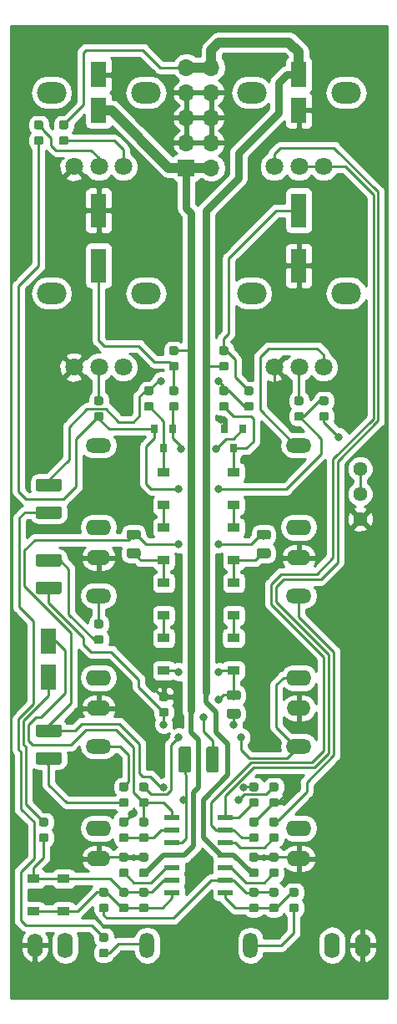
<source format=gbr>
G04 #@! TF.GenerationSoftware,KiCad,Pcbnew,(5.0.1-3-g963ef8bb5)*
G04 #@! TF.CreationDate,2018-11-04T18:49:05+08:00*
G04 #@! TF.ProjectId,SteinerVCF,537465696E65725643462E6B69636164,rev?*
G04 #@! TF.SameCoordinates,PX8d9ee20PY6422c40*
G04 #@! TF.FileFunction,Copper,L2,Bot,Signal*
G04 #@! TF.FilePolarity,Positive*
%FSLAX46Y46*%
G04 Gerber Fmt 4.6, Leading zero omitted, Abs format (unit mm)*
G04 Created by KiCad (PCBNEW (5.0.1-3-g963ef8bb5)) date 2018 November 04, Sunday 18:49:05*
%MOMM*%
%LPD*%
G01*
G04 APERTURE LIST*
G04 #@! TA.AperFunction,SMDPad,CuDef*
%ADD10R,1.600000X2.600000*%
G04 #@! TD*
G04 #@! TA.AperFunction,SMDPad,CuDef*
%ADD11R,1.600000X3.500000*%
G04 #@! TD*
G04 #@! TA.AperFunction,Conductor*
%ADD12C,0.100000*%
G04 #@! TD*
G04 #@! TA.AperFunction,SMDPad,CuDef*
%ADD13C,0.875000*%
G04 #@! TD*
G04 #@! TA.AperFunction,SMDPad,CuDef*
%ADD14C,0.975000*%
G04 #@! TD*
G04 #@! TA.AperFunction,SMDPad,CuDef*
%ADD15C,1.250000*%
G04 #@! TD*
G04 #@! TA.AperFunction,ComponentPad*
%ADD16R,1.700000X1.700000*%
G04 #@! TD*
G04 #@! TA.AperFunction,ComponentPad*
%ADD17O,1.700000X1.700000*%
G04 #@! TD*
G04 #@! TA.AperFunction,SMDPad,CuDef*
%ADD18R,1.200000X0.900000*%
G04 #@! TD*
G04 #@! TA.AperFunction,WasherPad*
%ADD19O,3.000000X2.200000*%
G04 #@! TD*
G04 #@! TA.AperFunction,ComponentPad*
%ADD20C,1.800000*%
G04 #@! TD*
G04 #@! TA.AperFunction,ComponentPad*
%ADD21O,2.600000X1.500000*%
G04 #@! TD*
G04 #@! TA.AperFunction,ComponentPad*
%ADD22O,2.400000X1.600000*%
G04 #@! TD*
G04 #@! TA.AperFunction,ComponentPad*
%ADD23O,2.600000X1.600000*%
G04 #@! TD*
G04 #@! TA.AperFunction,ComponentPad*
%ADD24O,1.600000X2.600000*%
G04 #@! TD*
G04 #@! TA.AperFunction,ComponentPad*
%ADD25O,1.600000X2.400000*%
G04 #@! TD*
G04 #@! TA.AperFunction,ComponentPad*
%ADD26O,1.500000X2.600000*%
G04 #@! TD*
G04 #@! TA.AperFunction,SMDPad,CuDef*
%ADD27R,1.500000X0.600000*%
G04 #@! TD*
G04 #@! TA.AperFunction,SMDPad,CuDef*
%ADD28R,0.800000X0.900000*%
G04 #@! TD*
G04 #@! TA.AperFunction,ComponentPad*
%ADD29C,1.440000*%
G04 #@! TD*
G04 #@! TA.AperFunction,ViaPad*
%ADD30C,0.800000*%
G04 #@! TD*
G04 #@! TA.AperFunction,Conductor*
%ADD31C,0.250000*%
G04 #@! TD*
G04 #@! TA.AperFunction,Conductor*
%ADD32C,1.000000*%
G04 #@! TD*
G04 #@! TA.AperFunction,Conductor*
%ADD33C,0.750000*%
G04 #@! TD*
G04 #@! TA.AperFunction,Conductor*
%ADD34C,0.500000*%
G04 #@! TD*
G04 #@! TA.AperFunction,Conductor*
%ADD35C,0.254000*%
G04 #@! TD*
G04 APERTURE END LIST*
D10*
G04 #@! TO.P,C12,1*
G04 #@! TO.N,Net-(C12-Pad1)*
X-15240000Y-14964000D03*
G04 #@! TO.P,C12,2*
G04 #@! TO.N,Net-(C12-Pad2)*
X-15240000Y-18564000D03*
G04 #@! TD*
G04 #@! TO.P,C14,2*
G04 #@! TO.N,-12V*
X-10160000Y38840000D03*
G04 #@! TO.P,C14,1*
G04 #@! TO.N,GND*
X-10160000Y42440000D03*
G04 #@! TD*
G04 #@! TO.P,C13,1*
G04 #@! TO.N,+12V*
X10160000Y42440000D03*
G04 #@! TO.P,C13,2*
G04 #@! TO.N,GND*
X10160000Y38840000D03*
G04 #@! TD*
D11*
G04 #@! TO.P,C6,2*
G04 #@! TO.N,Net-(C6-Pad2)*
X-10160000Y23108000D03*
G04 #@! TO.P,C6,1*
G04 #@! TO.N,GND*
X-10160000Y28708000D03*
G04 #@! TD*
G04 #@! TO.P,C7,1*
G04 #@! TO.N,Net-(C7-Pad1)*
X10160000Y28708000D03*
G04 #@! TO.P,C7,2*
G04 #@! TO.N,GND*
X10160000Y23108000D03*
G04 #@! TD*
D12*
G04 #@! TO.N,Net-(C16-Pad2)*
G04 #@! TO.C,C16*
G36*
X7897691Y-39924053D02*
X7918926Y-39927203D01*
X7939750Y-39932419D01*
X7959962Y-39939651D01*
X7979368Y-39948830D01*
X7997781Y-39959866D01*
X8015024Y-39972654D01*
X8030930Y-39987070D01*
X8045346Y-40002976D01*
X8058134Y-40020219D01*
X8069170Y-40038632D01*
X8078349Y-40058038D01*
X8085581Y-40078250D01*
X8090797Y-40099074D01*
X8093947Y-40120309D01*
X8095000Y-40141750D01*
X8095000Y-40579250D01*
X8093947Y-40600691D01*
X8090797Y-40621926D01*
X8085581Y-40642750D01*
X8078349Y-40662962D01*
X8069170Y-40682368D01*
X8058134Y-40700781D01*
X8045346Y-40718024D01*
X8030930Y-40733930D01*
X8015024Y-40748346D01*
X7997781Y-40761134D01*
X7979368Y-40772170D01*
X7959962Y-40781349D01*
X7939750Y-40788581D01*
X7918926Y-40793797D01*
X7897691Y-40796947D01*
X7876250Y-40798000D01*
X7363750Y-40798000D01*
X7342309Y-40796947D01*
X7321074Y-40793797D01*
X7300250Y-40788581D01*
X7280038Y-40781349D01*
X7260632Y-40772170D01*
X7242219Y-40761134D01*
X7224976Y-40748346D01*
X7209070Y-40733930D01*
X7194654Y-40718024D01*
X7181866Y-40700781D01*
X7170830Y-40682368D01*
X7161651Y-40662962D01*
X7154419Y-40642750D01*
X7149203Y-40621926D01*
X7146053Y-40600691D01*
X7145000Y-40579250D01*
X7145000Y-40141750D01*
X7146053Y-40120309D01*
X7149203Y-40099074D01*
X7154419Y-40078250D01*
X7161651Y-40058038D01*
X7170830Y-40038632D01*
X7181866Y-40020219D01*
X7194654Y-40002976D01*
X7209070Y-39987070D01*
X7224976Y-39972654D01*
X7242219Y-39959866D01*
X7260632Y-39948830D01*
X7280038Y-39939651D01*
X7300250Y-39932419D01*
X7321074Y-39927203D01*
X7342309Y-39924053D01*
X7363750Y-39923000D01*
X7876250Y-39923000D01*
X7897691Y-39924053D01*
X7897691Y-39924053D01*
G37*
D13*
G04 #@! TD*
G04 #@! TO.P,C16,2*
G04 #@! TO.N,Net-(C16-Pad2)*
X7620000Y-40360500D03*
D12*
G04 #@! TO.N,Net-(C16-Pad1)*
G04 #@! TO.C,C16*
G36*
X7897691Y-41499053D02*
X7918926Y-41502203D01*
X7939750Y-41507419D01*
X7959962Y-41514651D01*
X7979368Y-41523830D01*
X7997781Y-41534866D01*
X8015024Y-41547654D01*
X8030930Y-41562070D01*
X8045346Y-41577976D01*
X8058134Y-41595219D01*
X8069170Y-41613632D01*
X8078349Y-41633038D01*
X8085581Y-41653250D01*
X8090797Y-41674074D01*
X8093947Y-41695309D01*
X8095000Y-41716750D01*
X8095000Y-42154250D01*
X8093947Y-42175691D01*
X8090797Y-42196926D01*
X8085581Y-42217750D01*
X8078349Y-42237962D01*
X8069170Y-42257368D01*
X8058134Y-42275781D01*
X8045346Y-42293024D01*
X8030930Y-42308930D01*
X8015024Y-42323346D01*
X7997781Y-42336134D01*
X7979368Y-42347170D01*
X7959962Y-42356349D01*
X7939750Y-42363581D01*
X7918926Y-42368797D01*
X7897691Y-42371947D01*
X7876250Y-42373000D01*
X7363750Y-42373000D01*
X7342309Y-42371947D01*
X7321074Y-42368797D01*
X7300250Y-42363581D01*
X7280038Y-42356349D01*
X7260632Y-42347170D01*
X7242219Y-42336134D01*
X7224976Y-42323346D01*
X7209070Y-42308930D01*
X7194654Y-42293024D01*
X7181866Y-42275781D01*
X7170830Y-42257368D01*
X7161651Y-42237962D01*
X7154419Y-42217750D01*
X7149203Y-42196926D01*
X7146053Y-42175691D01*
X7145000Y-42154250D01*
X7145000Y-41716750D01*
X7146053Y-41695309D01*
X7149203Y-41674074D01*
X7154419Y-41653250D01*
X7161651Y-41633038D01*
X7170830Y-41613632D01*
X7181866Y-41595219D01*
X7194654Y-41577976D01*
X7209070Y-41562070D01*
X7224976Y-41547654D01*
X7242219Y-41534866D01*
X7260632Y-41523830D01*
X7280038Y-41514651D01*
X7300250Y-41507419D01*
X7321074Y-41502203D01*
X7342309Y-41499053D01*
X7363750Y-41498000D01*
X7876250Y-41498000D01*
X7897691Y-41499053D01*
X7897691Y-41499053D01*
G37*
D13*
G04 #@! TD*
G04 #@! TO.P,C16,1*
G04 #@! TO.N,Net-(C16-Pad1)*
X7620000Y-41935500D03*
D12*
G04 #@! TO.N,Net-(C15-Pad1)*
G04 #@! TO.C,C15*
G36*
X-7342309Y-41499053D02*
X-7321074Y-41502203D01*
X-7300250Y-41507419D01*
X-7280038Y-41514651D01*
X-7260632Y-41523830D01*
X-7242219Y-41534866D01*
X-7224976Y-41547654D01*
X-7209070Y-41562070D01*
X-7194654Y-41577976D01*
X-7181866Y-41595219D01*
X-7170830Y-41613632D01*
X-7161651Y-41633038D01*
X-7154419Y-41653250D01*
X-7149203Y-41674074D01*
X-7146053Y-41695309D01*
X-7145000Y-41716750D01*
X-7145000Y-42154250D01*
X-7146053Y-42175691D01*
X-7149203Y-42196926D01*
X-7154419Y-42217750D01*
X-7161651Y-42237962D01*
X-7170830Y-42257368D01*
X-7181866Y-42275781D01*
X-7194654Y-42293024D01*
X-7209070Y-42308930D01*
X-7224976Y-42323346D01*
X-7242219Y-42336134D01*
X-7260632Y-42347170D01*
X-7280038Y-42356349D01*
X-7300250Y-42363581D01*
X-7321074Y-42368797D01*
X-7342309Y-42371947D01*
X-7363750Y-42373000D01*
X-7876250Y-42373000D01*
X-7897691Y-42371947D01*
X-7918926Y-42368797D01*
X-7939750Y-42363581D01*
X-7959962Y-42356349D01*
X-7979368Y-42347170D01*
X-7997781Y-42336134D01*
X-8015024Y-42323346D01*
X-8030930Y-42308930D01*
X-8045346Y-42293024D01*
X-8058134Y-42275781D01*
X-8069170Y-42257368D01*
X-8078349Y-42237962D01*
X-8085581Y-42217750D01*
X-8090797Y-42196926D01*
X-8093947Y-42175691D01*
X-8095000Y-42154250D01*
X-8095000Y-41716750D01*
X-8093947Y-41695309D01*
X-8090797Y-41674074D01*
X-8085581Y-41653250D01*
X-8078349Y-41633038D01*
X-8069170Y-41613632D01*
X-8058134Y-41595219D01*
X-8045346Y-41577976D01*
X-8030930Y-41562070D01*
X-8015024Y-41547654D01*
X-7997781Y-41534866D01*
X-7979368Y-41523830D01*
X-7959962Y-41514651D01*
X-7939750Y-41507419D01*
X-7918926Y-41502203D01*
X-7897691Y-41499053D01*
X-7876250Y-41498000D01*
X-7363750Y-41498000D01*
X-7342309Y-41499053D01*
X-7342309Y-41499053D01*
G37*
D13*
G04 #@! TD*
G04 #@! TO.P,C15,1*
G04 #@! TO.N,Net-(C15-Pad1)*
X-7620000Y-41935500D03*
D12*
G04 #@! TO.N,Net-(C15-Pad2)*
G04 #@! TO.C,C15*
G36*
X-7342309Y-39924053D02*
X-7321074Y-39927203D01*
X-7300250Y-39932419D01*
X-7280038Y-39939651D01*
X-7260632Y-39948830D01*
X-7242219Y-39959866D01*
X-7224976Y-39972654D01*
X-7209070Y-39987070D01*
X-7194654Y-40002976D01*
X-7181866Y-40020219D01*
X-7170830Y-40038632D01*
X-7161651Y-40058038D01*
X-7154419Y-40078250D01*
X-7149203Y-40099074D01*
X-7146053Y-40120309D01*
X-7145000Y-40141750D01*
X-7145000Y-40579250D01*
X-7146053Y-40600691D01*
X-7149203Y-40621926D01*
X-7154419Y-40642750D01*
X-7161651Y-40662962D01*
X-7170830Y-40682368D01*
X-7181866Y-40700781D01*
X-7194654Y-40718024D01*
X-7209070Y-40733930D01*
X-7224976Y-40748346D01*
X-7242219Y-40761134D01*
X-7260632Y-40772170D01*
X-7280038Y-40781349D01*
X-7300250Y-40788581D01*
X-7321074Y-40793797D01*
X-7342309Y-40796947D01*
X-7363750Y-40798000D01*
X-7876250Y-40798000D01*
X-7897691Y-40796947D01*
X-7918926Y-40793797D01*
X-7939750Y-40788581D01*
X-7959962Y-40781349D01*
X-7979368Y-40772170D01*
X-7997781Y-40761134D01*
X-8015024Y-40748346D01*
X-8030930Y-40733930D01*
X-8045346Y-40718024D01*
X-8058134Y-40700781D01*
X-8069170Y-40682368D01*
X-8078349Y-40662962D01*
X-8085581Y-40642750D01*
X-8090797Y-40621926D01*
X-8093947Y-40600691D01*
X-8095000Y-40579250D01*
X-8095000Y-40141750D01*
X-8093947Y-40120309D01*
X-8090797Y-40099074D01*
X-8085581Y-40078250D01*
X-8078349Y-40058038D01*
X-8069170Y-40038632D01*
X-8058134Y-40020219D01*
X-8045346Y-40002976D01*
X-8030930Y-39987070D01*
X-8015024Y-39972654D01*
X-7997781Y-39959866D01*
X-7979368Y-39948830D01*
X-7959962Y-39939651D01*
X-7939750Y-39932419D01*
X-7918926Y-39927203D01*
X-7897691Y-39924053D01*
X-7876250Y-39923000D01*
X-7363750Y-39923000D01*
X-7342309Y-39924053D01*
X-7342309Y-39924053D01*
G37*
D13*
G04 #@! TD*
G04 #@! TO.P,C15,2*
G04 #@! TO.N,Net-(C15-Pad2)*
X-7620000Y-40360500D03*
D12*
G04 #@! TO.N,GND*
G04 #@! TO.C,C10*
G36*
X5865691Y-36368053D02*
X5886926Y-36371203D01*
X5907750Y-36376419D01*
X5927962Y-36383651D01*
X5947368Y-36392830D01*
X5965781Y-36403866D01*
X5983024Y-36416654D01*
X5998930Y-36431070D01*
X6013346Y-36446976D01*
X6026134Y-36464219D01*
X6037170Y-36482632D01*
X6046349Y-36502038D01*
X6053581Y-36522250D01*
X6058797Y-36543074D01*
X6061947Y-36564309D01*
X6063000Y-36585750D01*
X6063000Y-37023250D01*
X6061947Y-37044691D01*
X6058797Y-37065926D01*
X6053581Y-37086750D01*
X6046349Y-37106962D01*
X6037170Y-37126368D01*
X6026134Y-37144781D01*
X6013346Y-37162024D01*
X5998930Y-37177930D01*
X5983024Y-37192346D01*
X5965781Y-37205134D01*
X5947368Y-37216170D01*
X5927962Y-37225349D01*
X5907750Y-37232581D01*
X5886926Y-37237797D01*
X5865691Y-37240947D01*
X5844250Y-37242000D01*
X5331750Y-37242000D01*
X5310309Y-37240947D01*
X5289074Y-37237797D01*
X5268250Y-37232581D01*
X5248038Y-37225349D01*
X5228632Y-37216170D01*
X5210219Y-37205134D01*
X5192976Y-37192346D01*
X5177070Y-37177930D01*
X5162654Y-37162024D01*
X5149866Y-37144781D01*
X5138830Y-37126368D01*
X5129651Y-37106962D01*
X5122419Y-37086750D01*
X5117203Y-37065926D01*
X5114053Y-37044691D01*
X5113000Y-37023250D01*
X5113000Y-36585750D01*
X5114053Y-36564309D01*
X5117203Y-36543074D01*
X5122419Y-36522250D01*
X5129651Y-36502038D01*
X5138830Y-36482632D01*
X5149866Y-36464219D01*
X5162654Y-36446976D01*
X5177070Y-36431070D01*
X5192976Y-36416654D01*
X5210219Y-36403866D01*
X5228632Y-36392830D01*
X5248038Y-36383651D01*
X5268250Y-36376419D01*
X5289074Y-36371203D01*
X5310309Y-36368053D01*
X5331750Y-36367000D01*
X5844250Y-36367000D01*
X5865691Y-36368053D01*
X5865691Y-36368053D01*
G37*
D13*
G04 #@! TD*
G04 #@! TO.P,C10,2*
G04 #@! TO.N,GND*
X5588000Y-36804500D03*
D12*
G04 #@! TO.N,+12V*
G04 #@! TO.C,C10*
G36*
X5865691Y-37943053D02*
X5886926Y-37946203D01*
X5907750Y-37951419D01*
X5927962Y-37958651D01*
X5947368Y-37967830D01*
X5965781Y-37978866D01*
X5983024Y-37991654D01*
X5998930Y-38006070D01*
X6013346Y-38021976D01*
X6026134Y-38039219D01*
X6037170Y-38057632D01*
X6046349Y-38077038D01*
X6053581Y-38097250D01*
X6058797Y-38118074D01*
X6061947Y-38139309D01*
X6063000Y-38160750D01*
X6063000Y-38598250D01*
X6061947Y-38619691D01*
X6058797Y-38640926D01*
X6053581Y-38661750D01*
X6046349Y-38681962D01*
X6037170Y-38701368D01*
X6026134Y-38719781D01*
X6013346Y-38737024D01*
X5998930Y-38752930D01*
X5983024Y-38767346D01*
X5965781Y-38780134D01*
X5947368Y-38791170D01*
X5927962Y-38800349D01*
X5907750Y-38807581D01*
X5886926Y-38812797D01*
X5865691Y-38815947D01*
X5844250Y-38817000D01*
X5331750Y-38817000D01*
X5310309Y-38815947D01*
X5289074Y-38812797D01*
X5268250Y-38807581D01*
X5248038Y-38800349D01*
X5228632Y-38791170D01*
X5210219Y-38780134D01*
X5192976Y-38767346D01*
X5177070Y-38752930D01*
X5162654Y-38737024D01*
X5149866Y-38719781D01*
X5138830Y-38701368D01*
X5129651Y-38681962D01*
X5122419Y-38661750D01*
X5117203Y-38640926D01*
X5114053Y-38619691D01*
X5113000Y-38598250D01*
X5113000Y-38160750D01*
X5114053Y-38139309D01*
X5117203Y-38118074D01*
X5122419Y-38097250D01*
X5129651Y-38077038D01*
X5138830Y-38057632D01*
X5149866Y-38039219D01*
X5162654Y-38021976D01*
X5177070Y-38006070D01*
X5192976Y-37991654D01*
X5210219Y-37978866D01*
X5228632Y-37967830D01*
X5248038Y-37958651D01*
X5268250Y-37951419D01*
X5289074Y-37946203D01*
X5310309Y-37943053D01*
X5331750Y-37942000D01*
X5844250Y-37942000D01*
X5865691Y-37943053D01*
X5865691Y-37943053D01*
G37*
D13*
G04 #@! TD*
G04 #@! TO.P,C10,1*
G04 #@! TO.N,+12V*
X5588000Y-38379500D03*
D12*
G04 #@! TO.N,GND*
G04 #@! TO.C,C11*
G36*
X-5310309Y-36368053D02*
X-5289074Y-36371203D01*
X-5268250Y-36376419D01*
X-5248038Y-36383651D01*
X-5228632Y-36392830D01*
X-5210219Y-36403866D01*
X-5192976Y-36416654D01*
X-5177070Y-36431070D01*
X-5162654Y-36446976D01*
X-5149866Y-36464219D01*
X-5138830Y-36482632D01*
X-5129651Y-36502038D01*
X-5122419Y-36522250D01*
X-5117203Y-36543074D01*
X-5114053Y-36564309D01*
X-5113000Y-36585750D01*
X-5113000Y-37023250D01*
X-5114053Y-37044691D01*
X-5117203Y-37065926D01*
X-5122419Y-37086750D01*
X-5129651Y-37106962D01*
X-5138830Y-37126368D01*
X-5149866Y-37144781D01*
X-5162654Y-37162024D01*
X-5177070Y-37177930D01*
X-5192976Y-37192346D01*
X-5210219Y-37205134D01*
X-5228632Y-37216170D01*
X-5248038Y-37225349D01*
X-5268250Y-37232581D01*
X-5289074Y-37237797D01*
X-5310309Y-37240947D01*
X-5331750Y-37242000D01*
X-5844250Y-37242000D01*
X-5865691Y-37240947D01*
X-5886926Y-37237797D01*
X-5907750Y-37232581D01*
X-5927962Y-37225349D01*
X-5947368Y-37216170D01*
X-5965781Y-37205134D01*
X-5983024Y-37192346D01*
X-5998930Y-37177930D01*
X-6013346Y-37162024D01*
X-6026134Y-37144781D01*
X-6037170Y-37126368D01*
X-6046349Y-37106962D01*
X-6053581Y-37086750D01*
X-6058797Y-37065926D01*
X-6061947Y-37044691D01*
X-6063000Y-37023250D01*
X-6063000Y-36585750D01*
X-6061947Y-36564309D01*
X-6058797Y-36543074D01*
X-6053581Y-36522250D01*
X-6046349Y-36502038D01*
X-6037170Y-36482632D01*
X-6026134Y-36464219D01*
X-6013346Y-36446976D01*
X-5998930Y-36431070D01*
X-5983024Y-36416654D01*
X-5965781Y-36403866D01*
X-5947368Y-36392830D01*
X-5927962Y-36383651D01*
X-5907750Y-36376419D01*
X-5886926Y-36371203D01*
X-5865691Y-36368053D01*
X-5844250Y-36367000D01*
X-5331750Y-36367000D01*
X-5310309Y-36368053D01*
X-5310309Y-36368053D01*
G37*
D13*
G04 #@! TD*
G04 #@! TO.P,C11,1*
G04 #@! TO.N,GND*
X-5588000Y-36804500D03*
D12*
G04 #@! TO.N,-12V*
G04 #@! TO.C,C11*
G36*
X-5310309Y-37943053D02*
X-5289074Y-37946203D01*
X-5268250Y-37951419D01*
X-5248038Y-37958651D01*
X-5228632Y-37967830D01*
X-5210219Y-37978866D01*
X-5192976Y-37991654D01*
X-5177070Y-38006070D01*
X-5162654Y-38021976D01*
X-5149866Y-38039219D01*
X-5138830Y-38057632D01*
X-5129651Y-38077038D01*
X-5122419Y-38097250D01*
X-5117203Y-38118074D01*
X-5114053Y-38139309D01*
X-5113000Y-38160750D01*
X-5113000Y-38598250D01*
X-5114053Y-38619691D01*
X-5117203Y-38640926D01*
X-5122419Y-38661750D01*
X-5129651Y-38681962D01*
X-5138830Y-38701368D01*
X-5149866Y-38719781D01*
X-5162654Y-38737024D01*
X-5177070Y-38752930D01*
X-5192976Y-38767346D01*
X-5210219Y-38780134D01*
X-5228632Y-38791170D01*
X-5248038Y-38800349D01*
X-5268250Y-38807581D01*
X-5289074Y-38812797D01*
X-5310309Y-38815947D01*
X-5331750Y-38817000D01*
X-5844250Y-38817000D01*
X-5865691Y-38815947D01*
X-5886926Y-38812797D01*
X-5907750Y-38807581D01*
X-5927962Y-38800349D01*
X-5947368Y-38791170D01*
X-5965781Y-38780134D01*
X-5983024Y-38767346D01*
X-5998930Y-38752930D01*
X-6013346Y-38737024D01*
X-6026134Y-38719781D01*
X-6037170Y-38701368D01*
X-6046349Y-38681962D01*
X-6053581Y-38661750D01*
X-6058797Y-38640926D01*
X-6061947Y-38619691D01*
X-6063000Y-38598250D01*
X-6063000Y-38160750D01*
X-6061947Y-38139309D01*
X-6058797Y-38118074D01*
X-6053581Y-38097250D01*
X-6046349Y-38077038D01*
X-6037170Y-38057632D01*
X-6026134Y-38039219D01*
X-6013346Y-38021976D01*
X-5998930Y-38006070D01*
X-5983024Y-37991654D01*
X-5965781Y-37978866D01*
X-5947368Y-37967830D01*
X-5927962Y-37958651D01*
X-5907750Y-37951419D01*
X-5886926Y-37946203D01*
X-5865691Y-37943053D01*
X-5844250Y-37942000D01*
X-5331750Y-37942000D01*
X-5310309Y-37943053D01*
X-5310309Y-37943053D01*
G37*
D13*
G04 #@! TD*
G04 #@! TO.P,C11,2*
G04 #@! TO.N,-12V*
X-5588000Y-38379500D03*
D12*
G04 #@! TO.N,Net-(C4-Pad1)*
G04 #@! TO.C,C4*
G36*
X-6123858Y-5531174D02*
X-6100197Y-5534684D01*
X-6076993Y-5540496D01*
X-6054471Y-5548554D01*
X-6032847Y-5558782D01*
X-6012330Y-5571079D01*
X-5993117Y-5585329D01*
X-5975393Y-5601393D01*
X-5959329Y-5619117D01*
X-5945079Y-5638330D01*
X-5932782Y-5658847D01*
X-5922554Y-5680471D01*
X-5914496Y-5702993D01*
X-5908684Y-5726197D01*
X-5905174Y-5749858D01*
X-5904000Y-5773750D01*
X-5904000Y-6261250D01*
X-5905174Y-6285142D01*
X-5908684Y-6308803D01*
X-5914496Y-6332007D01*
X-5922554Y-6354529D01*
X-5932782Y-6376153D01*
X-5945079Y-6396670D01*
X-5959329Y-6415883D01*
X-5975393Y-6433607D01*
X-5993117Y-6449671D01*
X-6012330Y-6463921D01*
X-6032847Y-6476218D01*
X-6054471Y-6486446D01*
X-6076993Y-6494504D01*
X-6100197Y-6500316D01*
X-6123858Y-6503826D01*
X-6147750Y-6505000D01*
X-7060250Y-6505000D01*
X-7084142Y-6503826D01*
X-7107803Y-6500316D01*
X-7131007Y-6494504D01*
X-7153529Y-6486446D01*
X-7175153Y-6476218D01*
X-7195670Y-6463921D01*
X-7214883Y-6449671D01*
X-7232607Y-6433607D01*
X-7248671Y-6415883D01*
X-7262921Y-6396670D01*
X-7275218Y-6376153D01*
X-7285446Y-6354529D01*
X-7293504Y-6332007D01*
X-7299316Y-6308803D01*
X-7302826Y-6285142D01*
X-7304000Y-6261250D01*
X-7304000Y-5773750D01*
X-7302826Y-5749858D01*
X-7299316Y-5726197D01*
X-7293504Y-5702993D01*
X-7285446Y-5680471D01*
X-7275218Y-5658847D01*
X-7262921Y-5638330D01*
X-7248671Y-5619117D01*
X-7232607Y-5601393D01*
X-7214883Y-5585329D01*
X-7195670Y-5571079D01*
X-7175153Y-5558782D01*
X-7153529Y-5548554D01*
X-7131007Y-5540496D01*
X-7107803Y-5534684D01*
X-7084142Y-5531174D01*
X-7060250Y-5530000D01*
X-6147750Y-5530000D01*
X-6123858Y-5531174D01*
X-6123858Y-5531174D01*
G37*
D14*
G04 #@! TD*
G04 #@! TO.P,C4,1*
G04 #@! TO.N,Net-(C4-Pad1)*
X-6604000Y-6017500D03*
D12*
G04 #@! TO.N,Net-(C2-Pad1)*
G04 #@! TO.C,C4*
G36*
X-6123858Y-3656174D02*
X-6100197Y-3659684D01*
X-6076993Y-3665496D01*
X-6054471Y-3673554D01*
X-6032847Y-3683782D01*
X-6012330Y-3696079D01*
X-5993117Y-3710329D01*
X-5975393Y-3726393D01*
X-5959329Y-3744117D01*
X-5945079Y-3763330D01*
X-5932782Y-3783847D01*
X-5922554Y-3805471D01*
X-5914496Y-3827993D01*
X-5908684Y-3851197D01*
X-5905174Y-3874858D01*
X-5904000Y-3898750D01*
X-5904000Y-4386250D01*
X-5905174Y-4410142D01*
X-5908684Y-4433803D01*
X-5914496Y-4457007D01*
X-5922554Y-4479529D01*
X-5932782Y-4501153D01*
X-5945079Y-4521670D01*
X-5959329Y-4540883D01*
X-5975393Y-4558607D01*
X-5993117Y-4574671D01*
X-6012330Y-4588921D01*
X-6032847Y-4601218D01*
X-6054471Y-4611446D01*
X-6076993Y-4619504D01*
X-6100197Y-4625316D01*
X-6123858Y-4628826D01*
X-6147750Y-4630000D01*
X-7060250Y-4630000D01*
X-7084142Y-4628826D01*
X-7107803Y-4625316D01*
X-7131007Y-4619504D01*
X-7153529Y-4611446D01*
X-7175153Y-4601218D01*
X-7195670Y-4588921D01*
X-7214883Y-4574671D01*
X-7232607Y-4558607D01*
X-7248671Y-4540883D01*
X-7262921Y-4521670D01*
X-7275218Y-4501153D01*
X-7285446Y-4479529D01*
X-7293504Y-4457007D01*
X-7299316Y-4433803D01*
X-7302826Y-4410142D01*
X-7304000Y-4386250D01*
X-7304000Y-3898750D01*
X-7302826Y-3874858D01*
X-7299316Y-3851197D01*
X-7293504Y-3827993D01*
X-7285446Y-3805471D01*
X-7275218Y-3783847D01*
X-7262921Y-3763330D01*
X-7248671Y-3744117D01*
X-7232607Y-3726393D01*
X-7214883Y-3710329D01*
X-7195670Y-3696079D01*
X-7175153Y-3683782D01*
X-7153529Y-3673554D01*
X-7131007Y-3665496D01*
X-7107803Y-3659684D01*
X-7084142Y-3656174D01*
X-7060250Y-3655000D01*
X-6147750Y-3655000D01*
X-6123858Y-3656174D01*
X-6123858Y-3656174D01*
G37*
D14*
G04 #@! TD*
G04 #@! TO.P,C4,2*
G04 #@! TO.N,Net-(C2-Pad1)*
X-6604000Y-4142500D03*
D12*
G04 #@! TO.N,Net-(C3-Pad1)*
G04 #@! TO.C,C5*
G36*
X4036142Y-21787174D02*
X4059803Y-21790684D01*
X4083007Y-21796496D01*
X4105529Y-21804554D01*
X4127153Y-21814782D01*
X4147670Y-21827079D01*
X4166883Y-21841329D01*
X4184607Y-21857393D01*
X4200671Y-21875117D01*
X4214921Y-21894330D01*
X4227218Y-21914847D01*
X4237446Y-21936471D01*
X4245504Y-21958993D01*
X4251316Y-21982197D01*
X4254826Y-22005858D01*
X4256000Y-22029750D01*
X4256000Y-22517250D01*
X4254826Y-22541142D01*
X4251316Y-22564803D01*
X4245504Y-22588007D01*
X4237446Y-22610529D01*
X4227218Y-22632153D01*
X4214921Y-22652670D01*
X4200671Y-22671883D01*
X4184607Y-22689607D01*
X4166883Y-22705671D01*
X4147670Y-22719921D01*
X4127153Y-22732218D01*
X4105529Y-22742446D01*
X4083007Y-22750504D01*
X4059803Y-22756316D01*
X4036142Y-22759826D01*
X4012250Y-22761000D01*
X3099750Y-22761000D01*
X3075858Y-22759826D01*
X3052197Y-22756316D01*
X3028993Y-22750504D01*
X3006471Y-22742446D01*
X2984847Y-22732218D01*
X2964330Y-22719921D01*
X2945117Y-22705671D01*
X2927393Y-22689607D01*
X2911329Y-22671883D01*
X2897079Y-22652670D01*
X2884782Y-22632153D01*
X2874554Y-22610529D01*
X2866496Y-22588007D01*
X2860684Y-22564803D01*
X2857174Y-22541142D01*
X2856000Y-22517250D01*
X2856000Y-22029750D01*
X2857174Y-22005858D01*
X2860684Y-21982197D01*
X2866496Y-21958993D01*
X2874554Y-21936471D01*
X2884782Y-21914847D01*
X2897079Y-21894330D01*
X2911329Y-21875117D01*
X2927393Y-21857393D01*
X2945117Y-21841329D01*
X2964330Y-21827079D01*
X2984847Y-21814782D01*
X3006471Y-21804554D01*
X3028993Y-21796496D01*
X3052197Y-21790684D01*
X3075858Y-21787174D01*
X3099750Y-21786000D01*
X4012250Y-21786000D01*
X4036142Y-21787174D01*
X4036142Y-21787174D01*
G37*
D14*
G04 #@! TD*
G04 #@! TO.P,C5,2*
G04 #@! TO.N,Net-(C3-Pad1)*
X3556000Y-22273500D03*
D12*
G04 #@! TO.N,Net-(C5-Pad1)*
G04 #@! TO.C,C5*
G36*
X4036142Y-19912174D02*
X4059803Y-19915684D01*
X4083007Y-19921496D01*
X4105529Y-19929554D01*
X4127153Y-19939782D01*
X4147670Y-19952079D01*
X4166883Y-19966329D01*
X4184607Y-19982393D01*
X4200671Y-20000117D01*
X4214921Y-20019330D01*
X4227218Y-20039847D01*
X4237446Y-20061471D01*
X4245504Y-20083993D01*
X4251316Y-20107197D01*
X4254826Y-20130858D01*
X4256000Y-20154750D01*
X4256000Y-20642250D01*
X4254826Y-20666142D01*
X4251316Y-20689803D01*
X4245504Y-20713007D01*
X4237446Y-20735529D01*
X4227218Y-20757153D01*
X4214921Y-20777670D01*
X4200671Y-20796883D01*
X4184607Y-20814607D01*
X4166883Y-20830671D01*
X4147670Y-20844921D01*
X4127153Y-20857218D01*
X4105529Y-20867446D01*
X4083007Y-20875504D01*
X4059803Y-20881316D01*
X4036142Y-20884826D01*
X4012250Y-20886000D01*
X3099750Y-20886000D01*
X3075858Y-20884826D01*
X3052197Y-20881316D01*
X3028993Y-20875504D01*
X3006471Y-20867446D01*
X2984847Y-20857218D01*
X2964330Y-20844921D01*
X2945117Y-20830671D01*
X2927393Y-20814607D01*
X2911329Y-20796883D01*
X2897079Y-20777670D01*
X2884782Y-20757153D01*
X2874554Y-20735529D01*
X2866496Y-20713007D01*
X2860684Y-20689803D01*
X2857174Y-20666142D01*
X2856000Y-20642250D01*
X2856000Y-20154750D01*
X2857174Y-20130858D01*
X2860684Y-20107197D01*
X2866496Y-20083993D01*
X2874554Y-20061471D01*
X2884782Y-20039847D01*
X2897079Y-20019330D01*
X2911329Y-20000117D01*
X2927393Y-19982393D01*
X2945117Y-19966329D01*
X2964330Y-19952079D01*
X2984847Y-19939782D01*
X3006471Y-19929554D01*
X3028993Y-19921496D01*
X3052197Y-19915684D01*
X3075858Y-19912174D01*
X3099750Y-19911000D01*
X4012250Y-19911000D01*
X4036142Y-19912174D01*
X4036142Y-19912174D01*
G37*
D14*
G04 #@! TD*
G04 #@! TO.P,C5,1*
G04 #@! TO.N,Net-(C5-Pad1)*
X3556000Y-20398500D03*
D12*
G04 #@! TO.N,Net-(C9-Pad1)*
G04 #@! TO.C,C9*
G36*
X7084142Y-5531174D02*
X7107803Y-5534684D01*
X7131007Y-5540496D01*
X7153529Y-5548554D01*
X7175153Y-5558782D01*
X7195670Y-5571079D01*
X7214883Y-5585329D01*
X7232607Y-5601393D01*
X7248671Y-5619117D01*
X7262921Y-5638330D01*
X7275218Y-5658847D01*
X7285446Y-5680471D01*
X7293504Y-5702993D01*
X7299316Y-5726197D01*
X7302826Y-5749858D01*
X7304000Y-5773750D01*
X7304000Y-6261250D01*
X7302826Y-6285142D01*
X7299316Y-6308803D01*
X7293504Y-6332007D01*
X7285446Y-6354529D01*
X7275218Y-6376153D01*
X7262921Y-6396670D01*
X7248671Y-6415883D01*
X7232607Y-6433607D01*
X7214883Y-6449671D01*
X7195670Y-6463921D01*
X7175153Y-6476218D01*
X7153529Y-6486446D01*
X7131007Y-6494504D01*
X7107803Y-6500316D01*
X7084142Y-6503826D01*
X7060250Y-6505000D01*
X6147750Y-6505000D01*
X6123858Y-6503826D01*
X6100197Y-6500316D01*
X6076993Y-6494504D01*
X6054471Y-6486446D01*
X6032847Y-6476218D01*
X6012330Y-6463921D01*
X5993117Y-6449671D01*
X5975393Y-6433607D01*
X5959329Y-6415883D01*
X5945079Y-6396670D01*
X5932782Y-6376153D01*
X5922554Y-6354529D01*
X5914496Y-6332007D01*
X5908684Y-6308803D01*
X5905174Y-6285142D01*
X5904000Y-6261250D01*
X5904000Y-5773750D01*
X5905174Y-5749858D01*
X5908684Y-5726197D01*
X5914496Y-5702993D01*
X5922554Y-5680471D01*
X5932782Y-5658847D01*
X5945079Y-5638330D01*
X5959329Y-5619117D01*
X5975393Y-5601393D01*
X5993117Y-5585329D01*
X6012330Y-5571079D01*
X6032847Y-5558782D01*
X6054471Y-5548554D01*
X6076993Y-5540496D01*
X6100197Y-5534684D01*
X6123858Y-5531174D01*
X6147750Y-5530000D01*
X7060250Y-5530000D01*
X7084142Y-5531174D01*
X7084142Y-5531174D01*
G37*
D14*
G04 #@! TD*
G04 #@! TO.P,C9,1*
G04 #@! TO.N,Net-(C9-Pad1)*
X6604000Y-6017500D03*
D12*
G04 #@! TO.N,Net-(C2-Pad1)*
G04 #@! TO.C,C9*
G36*
X7084142Y-3656174D02*
X7107803Y-3659684D01*
X7131007Y-3665496D01*
X7153529Y-3673554D01*
X7175153Y-3683782D01*
X7195670Y-3696079D01*
X7214883Y-3710329D01*
X7232607Y-3726393D01*
X7248671Y-3744117D01*
X7262921Y-3763330D01*
X7275218Y-3783847D01*
X7285446Y-3805471D01*
X7293504Y-3827993D01*
X7299316Y-3851197D01*
X7302826Y-3874858D01*
X7304000Y-3898750D01*
X7304000Y-4386250D01*
X7302826Y-4410142D01*
X7299316Y-4433803D01*
X7293504Y-4457007D01*
X7285446Y-4479529D01*
X7275218Y-4501153D01*
X7262921Y-4521670D01*
X7248671Y-4540883D01*
X7232607Y-4558607D01*
X7214883Y-4574671D01*
X7195670Y-4588921D01*
X7175153Y-4601218D01*
X7153529Y-4611446D01*
X7131007Y-4619504D01*
X7107803Y-4625316D01*
X7084142Y-4628826D01*
X7060250Y-4630000D01*
X6147750Y-4630000D01*
X6123858Y-4628826D01*
X6100197Y-4625316D01*
X6076993Y-4619504D01*
X6054471Y-4611446D01*
X6032847Y-4601218D01*
X6012330Y-4588921D01*
X5993117Y-4574671D01*
X5975393Y-4558607D01*
X5959329Y-4540883D01*
X5945079Y-4521670D01*
X5932782Y-4501153D01*
X5922554Y-4479529D01*
X5914496Y-4457007D01*
X5908684Y-4433803D01*
X5905174Y-4410142D01*
X5904000Y-4386250D01*
X5904000Y-3898750D01*
X5905174Y-3874858D01*
X5908684Y-3851197D01*
X5914496Y-3827993D01*
X5922554Y-3805471D01*
X5932782Y-3783847D01*
X5945079Y-3763330D01*
X5959329Y-3744117D01*
X5975393Y-3726393D01*
X5993117Y-3710329D01*
X6012330Y-3696079D01*
X6032847Y-3683782D01*
X6054471Y-3673554D01*
X6076993Y-3665496D01*
X6100197Y-3659684D01*
X6123858Y-3656174D01*
X6147750Y-3655000D01*
X7060250Y-3655000D01*
X7084142Y-3656174D01*
X7084142Y-3656174D01*
G37*
D14*
G04 #@! TD*
G04 #@! TO.P,C9,2*
G04 #@! TO.N,Net-(C2-Pad1)*
X6604000Y-4142500D03*
D12*
G04 #@! TO.N,Net-(C2-Pad2)*
G04 #@! TO.C,C2*
G36*
X-14140496Y-26176204D02*
X-14116227Y-26179804D01*
X-14092429Y-26185765D01*
X-14069329Y-26194030D01*
X-14047151Y-26204520D01*
X-14026107Y-26217133D01*
X-14006402Y-26231747D01*
X-13988223Y-26248223D01*
X-13971747Y-26266402D01*
X-13957133Y-26286107D01*
X-13944520Y-26307151D01*
X-13934030Y-26329329D01*
X-13925765Y-26352429D01*
X-13919804Y-26376227D01*
X-13916204Y-26400496D01*
X-13915000Y-26425000D01*
X-13915000Y-27175000D01*
X-13916204Y-27199504D01*
X-13919804Y-27223773D01*
X-13925765Y-27247571D01*
X-13934030Y-27270671D01*
X-13944520Y-27292849D01*
X-13957133Y-27313893D01*
X-13971747Y-27333598D01*
X-13988223Y-27351777D01*
X-14006402Y-27368253D01*
X-14026107Y-27382867D01*
X-14047151Y-27395480D01*
X-14069329Y-27405970D01*
X-14092429Y-27414235D01*
X-14116227Y-27420196D01*
X-14140496Y-27423796D01*
X-14165000Y-27425000D01*
X-16315000Y-27425000D01*
X-16339504Y-27423796D01*
X-16363773Y-27420196D01*
X-16387571Y-27414235D01*
X-16410671Y-27405970D01*
X-16432849Y-27395480D01*
X-16453893Y-27382867D01*
X-16473598Y-27368253D01*
X-16491777Y-27351777D01*
X-16508253Y-27333598D01*
X-16522867Y-27313893D01*
X-16535480Y-27292849D01*
X-16545970Y-27270671D01*
X-16554235Y-27247571D01*
X-16560196Y-27223773D01*
X-16563796Y-27199504D01*
X-16565000Y-27175000D01*
X-16565000Y-26425000D01*
X-16563796Y-26400496D01*
X-16560196Y-26376227D01*
X-16554235Y-26352429D01*
X-16545970Y-26329329D01*
X-16535480Y-26307151D01*
X-16522867Y-26286107D01*
X-16508253Y-26266402D01*
X-16491777Y-26248223D01*
X-16473598Y-26231747D01*
X-16453893Y-26217133D01*
X-16432849Y-26204520D01*
X-16410671Y-26194030D01*
X-16387571Y-26185765D01*
X-16363773Y-26179804D01*
X-16339504Y-26176204D01*
X-16315000Y-26175000D01*
X-14165000Y-26175000D01*
X-14140496Y-26176204D01*
X-14140496Y-26176204D01*
G37*
D15*
G04 #@! TD*
G04 #@! TO.P,C2,2*
G04 #@! TO.N,Net-(C2-Pad2)*
X-15240000Y-26800000D03*
D12*
G04 #@! TO.N,Net-(C2-Pad1)*
G04 #@! TO.C,C2*
G36*
X-14140496Y-23376204D02*
X-14116227Y-23379804D01*
X-14092429Y-23385765D01*
X-14069329Y-23394030D01*
X-14047151Y-23404520D01*
X-14026107Y-23417133D01*
X-14006402Y-23431747D01*
X-13988223Y-23448223D01*
X-13971747Y-23466402D01*
X-13957133Y-23486107D01*
X-13944520Y-23507151D01*
X-13934030Y-23529329D01*
X-13925765Y-23552429D01*
X-13919804Y-23576227D01*
X-13916204Y-23600496D01*
X-13915000Y-23625000D01*
X-13915000Y-24375000D01*
X-13916204Y-24399504D01*
X-13919804Y-24423773D01*
X-13925765Y-24447571D01*
X-13934030Y-24470671D01*
X-13944520Y-24492849D01*
X-13957133Y-24513893D01*
X-13971747Y-24533598D01*
X-13988223Y-24551777D01*
X-14006402Y-24568253D01*
X-14026107Y-24582867D01*
X-14047151Y-24595480D01*
X-14069329Y-24605970D01*
X-14092429Y-24614235D01*
X-14116227Y-24620196D01*
X-14140496Y-24623796D01*
X-14165000Y-24625000D01*
X-16315000Y-24625000D01*
X-16339504Y-24623796D01*
X-16363773Y-24620196D01*
X-16387571Y-24614235D01*
X-16410671Y-24605970D01*
X-16432849Y-24595480D01*
X-16453893Y-24582867D01*
X-16473598Y-24568253D01*
X-16491777Y-24551777D01*
X-16508253Y-24533598D01*
X-16522867Y-24513893D01*
X-16535480Y-24492849D01*
X-16545970Y-24470671D01*
X-16554235Y-24447571D01*
X-16560196Y-24423773D01*
X-16563796Y-24399504D01*
X-16565000Y-24375000D01*
X-16565000Y-23625000D01*
X-16563796Y-23600496D01*
X-16560196Y-23576227D01*
X-16554235Y-23552429D01*
X-16545970Y-23529329D01*
X-16535480Y-23507151D01*
X-16522867Y-23486107D01*
X-16508253Y-23466402D01*
X-16491777Y-23448223D01*
X-16473598Y-23431747D01*
X-16453893Y-23417133D01*
X-16432849Y-23404520D01*
X-16410671Y-23394030D01*
X-16387571Y-23385765D01*
X-16363773Y-23379804D01*
X-16339504Y-23376204D01*
X-16315000Y-23375000D01*
X-14165000Y-23375000D01*
X-14140496Y-23376204D01*
X-14140496Y-23376204D01*
G37*
D15*
G04 #@! TD*
G04 #@! TO.P,C2,1*
G04 #@! TO.N,Net-(C2-Pad1)*
X-15240000Y-24000000D03*
D12*
G04 #@! TO.N,Net-(C3-Pad1)*
G04 #@! TO.C,C3*
G36*
X-14140496Y-8904204D02*
X-14116227Y-8907804D01*
X-14092429Y-8913765D01*
X-14069329Y-8922030D01*
X-14047151Y-8932520D01*
X-14026107Y-8945133D01*
X-14006402Y-8959747D01*
X-13988223Y-8976223D01*
X-13971747Y-8994402D01*
X-13957133Y-9014107D01*
X-13944520Y-9035151D01*
X-13934030Y-9057329D01*
X-13925765Y-9080429D01*
X-13919804Y-9104227D01*
X-13916204Y-9128496D01*
X-13915000Y-9153000D01*
X-13915000Y-9903000D01*
X-13916204Y-9927504D01*
X-13919804Y-9951773D01*
X-13925765Y-9975571D01*
X-13934030Y-9998671D01*
X-13944520Y-10020849D01*
X-13957133Y-10041893D01*
X-13971747Y-10061598D01*
X-13988223Y-10079777D01*
X-14006402Y-10096253D01*
X-14026107Y-10110867D01*
X-14047151Y-10123480D01*
X-14069329Y-10133970D01*
X-14092429Y-10142235D01*
X-14116227Y-10148196D01*
X-14140496Y-10151796D01*
X-14165000Y-10153000D01*
X-16315000Y-10153000D01*
X-16339504Y-10151796D01*
X-16363773Y-10148196D01*
X-16387571Y-10142235D01*
X-16410671Y-10133970D01*
X-16432849Y-10123480D01*
X-16453893Y-10110867D01*
X-16473598Y-10096253D01*
X-16491777Y-10079777D01*
X-16508253Y-10061598D01*
X-16522867Y-10041893D01*
X-16535480Y-10020849D01*
X-16545970Y-9998671D01*
X-16554235Y-9975571D01*
X-16560196Y-9951773D01*
X-16563796Y-9927504D01*
X-16565000Y-9903000D01*
X-16565000Y-9153000D01*
X-16563796Y-9128496D01*
X-16560196Y-9104227D01*
X-16554235Y-9080429D01*
X-16545970Y-9057329D01*
X-16535480Y-9035151D01*
X-16522867Y-9014107D01*
X-16508253Y-8994402D01*
X-16491777Y-8976223D01*
X-16473598Y-8959747D01*
X-16453893Y-8945133D01*
X-16432849Y-8932520D01*
X-16410671Y-8922030D01*
X-16387571Y-8913765D01*
X-16363773Y-8907804D01*
X-16339504Y-8904204D01*
X-16315000Y-8903000D01*
X-14165000Y-8903000D01*
X-14140496Y-8904204D01*
X-14140496Y-8904204D01*
G37*
D15*
G04 #@! TD*
G04 #@! TO.P,C3,1*
G04 #@! TO.N,Net-(C3-Pad1)*
X-15240000Y-9528000D03*
D12*
G04 #@! TO.N,Net-(C3-Pad2)*
G04 #@! TO.C,C3*
G36*
X-14140496Y-6104204D02*
X-14116227Y-6107804D01*
X-14092429Y-6113765D01*
X-14069329Y-6122030D01*
X-14047151Y-6132520D01*
X-14026107Y-6145133D01*
X-14006402Y-6159747D01*
X-13988223Y-6176223D01*
X-13971747Y-6194402D01*
X-13957133Y-6214107D01*
X-13944520Y-6235151D01*
X-13934030Y-6257329D01*
X-13925765Y-6280429D01*
X-13919804Y-6304227D01*
X-13916204Y-6328496D01*
X-13915000Y-6353000D01*
X-13915000Y-7103000D01*
X-13916204Y-7127504D01*
X-13919804Y-7151773D01*
X-13925765Y-7175571D01*
X-13934030Y-7198671D01*
X-13944520Y-7220849D01*
X-13957133Y-7241893D01*
X-13971747Y-7261598D01*
X-13988223Y-7279777D01*
X-14006402Y-7296253D01*
X-14026107Y-7310867D01*
X-14047151Y-7323480D01*
X-14069329Y-7333970D01*
X-14092429Y-7342235D01*
X-14116227Y-7348196D01*
X-14140496Y-7351796D01*
X-14165000Y-7353000D01*
X-16315000Y-7353000D01*
X-16339504Y-7351796D01*
X-16363773Y-7348196D01*
X-16387571Y-7342235D01*
X-16410671Y-7333970D01*
X-16432849Y-7323480D01*
X-16453893Y-7310867D01*
X-16473598Y-7296253D01*
X-16491777Y-7279777D01*
X-16508253Y-7261598D01*
X-16522867Y-7241893D01*
X-16535480Y-7220849D01*
X-16545970Y-7198671D01*
X-16554235Y-7175571D01*
X-16560196Y-7151773D01*
X-16563796Y-7127504D01*
X-16565000Y-7103000D01*
X-16565000Y-6353000D01*
X-16563796Y-6328496D01*
X-16560196Y-6304227D01*
X-16554235Y-6280429D01*
X-16545970Y-6257329D01*
X-16535480Y-6235151D01*
X-16522867Y-6214107D01*
X-16508253Y-6194402D01*
X-16491777Y-6176223D01*
X-16473598Y-6159747D01*
X-16453893Y-6145133D01*
X-16432849Y-6132520D01*
X-16410671Y-6122030D01*
X-16387571Y-6113765D01*
X-16363773Y-6107804D01*
X-16339504Y-6104204D01*
X-16315000Y-6103000D01*
X-14165000Y-6103000D01*
X-14140496Y-6104204D01*
X-14140496Y-6104204D01*
G37*
D15*
G04 #@! TD*
G04 #@! TO.P,C3,2*
G04 #@! TO.N,Net-(C3-Pad2)*
X-15240000Y-6728000D03*
D12*
G04 #@! TO.N,Net-(C5-Pad1)*
G04 #@! TO.C,C8*
G36*
X1799504Y-25600204D02*
X1823773Y-25603804D01*
X1847571Y-25609765D01*
X1870671Y-25618030D01*
X1892849Y-25628520D01*
X1913893Y-25641133D01*
X1933598Y-25655747D01*
X1951777Y-25672223D01*
X1968253Y-25690402D01*
X1982867Y-25710107D01*
X1995480Y-25731151D01*
X2005970Y-25753329D01*
X2014235Y-25776429D01*
X2020196Y-25800227D01*
X2023796Y-25824496D01*
X2025000Y-25849000D01*
X2025000Y-27999000D01*
X2023796Y-28023504D01*
X2020196Y-28047773D01*
X2014235Y-28071571D01*
X2005970Y-28094671D01*
X1995480Y-28116849D01*
X1982867Y-28137893D01*
X1968253Y-28157598D01*
X1951777Y-28175777D01*
X1933598Y-28192253D01*
X1913893Y-28206867D01*
X1892849Y-28219480D01*
X1870671Y-28229970D01*
X1847571Y-28238235D01*
X1823773Y-28244196D01*
X1799504Y-28247796D01*
X1775000Y-28249000D01*
X1025000Y-28249000D01*
X1000496Y-28247796D01*
X976227Y-28244196D01*
X952429Y-28238235D01*
X929329Y-28229970D01*
X907151Y-28219480D01*
X886107Y-28206867D01*
X866402Y-28192253D01*
X848223Y-28175777D01*
X831747Y-28157598D01*
X817133Y-28137893D01*
X804520Y-28116849D01*
X794030Y-28094671D01*
X785765Y-28071571D01*
X779804Y-28047773D01*
X776204Y-28023504D01*
X775000Y-27999000D01*
X775000Y-25849000D01*
X776204Y-25824496D01*
X779804Y-25800227D01*
X785765Y-25776429D01*
X794030Y-25753329D01*
X804520Y-25731151D01*
X817133Y-25710107D01*
X831747Y-25690402D01*
X848223Y-25672223D01*
X866402Y-25655747D01*
X886107Y-25641133D01*
X907151Y-25628520D01*
X929329Y-25618030D01*
X952429Y-25609765D01*
X976227Y-25603804D01*
X1000496Y-25600204D01*
X1025000Y-25599000D01*
X1775000Y-25599000D01*
X1799504Y-25600204D01*
X1799504Y-25600204D01*
G37*
D15*
G04 #@! TD*
G04 #@! TO.P,C8,2*
G04 #@! TO.N,Net-(C5-Pad1)*
X1400000Y-26924000D03*
D12*
G04 #@! TO.N,Net-(C8-Pad1)*
G04 #@! TO.C,C8*
G36*
X-1000496Y-25600204D02*
X-976227Y-25603804D01*
X-952429Y-25609765D01*
X-929329Y-25618030D01*
X-907151Y-25628520D01*
X-886107Y-25641133D01*
X-866402Y-25655747D01*
X-848223Y-25672223D01*
X-831747Y-25690402D01*
X-817133Y-25710107D01*
X-804520Y-25731151D01*
X-794030Y-25753329D01*
X-785765Y-25776429D01*
X-779804Y-25800227D01*
X-776204Y-25824496D01*
X-775000Y-25849000D01*
X-775000Y-27999000D01*
X-776204Y-28023504D01*
X-779804Y-28047773D01*
X-785765Y-28071571D01*
X-794030Y-28094671D01*
X-804520Y-28116849D01*
X-817133Y-28137893D01*
X-831747Y-28157598D01*
X-848223Y-28175777D01*
X-866402Y-28192253D01*
X-886107Y-28206867D01*
X-907151Y-28219480D01*
X-929329Y-28229970D01*
X-952429Y-28238235D01*
X-976227Y-28244196D01*
X-1000496Y-28247796D01*
X-1025000Y-28249000D01*
X-1775000Y-28249000D01*
X-1799504Y-28247796D01*
X-1823773Y-28244196D01*
X-1847571Y-28238235D01*
X-1870671Y-28229970D01*
X-1892849Y-28219480D01*
X-1913893Y-28206867D01*
X-1933598Y-28192253D01*
X-1951777Y-28175777D01*
X-1968253Y-28157598D01*
X-1982867Y-28137893D01*
X-1995480Y-28116849D01*
X-2005970Y-28094671D01*
X-2014235Y-28071571D01*
X-2020196Y-28047773D01*
X-2023796Y-28023504D01*
X-2025000Y-27999000D01*
X-2025000Y-25849000D01*
X-2023796Y-25824496D01*
X-2020196Y-25800227D01*
X-2014235Y-25776429D01*
X-2005970Y-25753329D01*
X-1995480Y-25731151D01*
X-1982867Y-25710107D01*
X-1968253Y-25690402D01*
X-1951777Y-25672223D01*
X-1933598Y-25655747D01*
X-1913893Y-25641133D01*
X-1892849Y-25628520D01*
X-1870671Y-25618030D01*
X-1847571Y-25609765D01*
X-1823773Y-25603804D01*
X-1799504Y-25600204D01*
X-1775000Y-25599000D01*
X-1025000Y-25599000D01*
X-1000496Y-25600204D01*
X-1000496Y-25600204D01*
G37*
D15*
G04 #@! TD*
G04 #@! TO.P,C8,1*
G04 #@! TO.N,Net-(C8-Pad1)*
X-1400000Y-26924000D03*
D12*
G04 #@! TO.N,Net-(C1-Pad1)*
G04 #@! TO.C,C1*
G36*
X-14140496Y1515796D02*
X-14116227Y1512196D01*
X-14092429Y1506235D01*
X-14069329Y1497970D01*
X-14047151Y1487480D01*
X-14026107Y1474867D01*
X-14006402Y1460253D01*
X-13988223Y1443777D01*
X-13971747Y1425598D01*
X-13957133Y1405893D01*
X-13944520Y1384849D01*
X-13934030Y1362671D01*
X-13925765Y1339571D01*
X-13919804Y1315773D01*
X-13916204Y1291504D01*
X-13915000Y1267000D01*
X-13915000Y517000D01*
X-13916204Y492496D01*
X-13919804Y468227D01*
X-13925765Y444429D01*
X-13934030Y421329D01*
X-13944520Y399151D01*
X-13957133Y378107D01*
X-13971747Y358402D01*
X-13988223Y340223D01*
X-14006402Y323747D01*
X-14026107Y309133D01*
X-14047151Y296520D01*
X-14069329Y286030D01*
X-14092429Y277765D01*
X-14116227Y271804D01*
X-14140496Y268204D01*
X-14165000Y267000D01*
X-16315000Y267000D01*
X-16339504Y268204D01*
X-16363773Y271804D01*
X-16387571Y277765D01*
X-16410671Y286030D01*
X-16432849Y296520D01*
X-16453893Y309133D01*
X-16473598Y323747D01*
X-16491777Y340223D01*
X-16508253Y358402D01*
X-16522867Y378107D01*
X-16535480Y399151D01*
X-16545970Y421329D01*
X-16554235Y444429D01*
X-16560196Y468227D01*
X-16563796Y492496D01*
X-16565000Y517000D01*
X-16565000Y1267000D01*
X-16563796Y1291504D01*
X-16560196Y1315773D01*
X-16554235Y1339571D01*
X-16545970Y1362671D01*
X-16535480Y1384849D01*
X-16522867Y1405893D01*
X-16508253Y1425598D01*
X-16491777Y1443777D01*
X-16473598Y1460253D01*
X-16453893Y1474867D01*
X-16432849Y1487480D01*
X-16410671Y1497970D01*
X-16387571Y1506235D01*
X-16363773Y1512196D01*
X-16339504Y1515796D01*
X-16315000Y1517000D01*
X-14165000Y1517000D01*
X-14140496Y1515796D01*
X-14140496Y1515796D01*
G37*
D15*
G04 #@! TD*
G04 #@! TO.P,C1,1*
G04 #@! TO.N,Net-(C1-Pad1)*
X-15240000Y892000D03*
D12*
G04 #@! TO.N,Net-(C1-Pad2)*
G04 #@! TO.C,C1*
G36*
X-14140496Y-1284204D02*
X-14116227Y-1287804D01*
X-14092429Y-1293765D01*
X-14069329Y-1302030D01*
X-14047151Y-1312520D01*
X-14026107Y-1325133D01*
X-14006402Y-1339747D01*
X-13988223Y-1356223D01*
X-13971747Y-1374402D01*
X-13957133Y-1394107D01*
X-13944520Y-1415151D01*
X-13934030Y-1437329D01*
X-13925765Y-1460429D01*
X-13919804Y-1484227D01*
X-13916204Y-1508496D01*
X-13915000Y-1533000D01*
X-13915000Y-2283000D01*
X-13916204Y-2307504D01*
X-13919804Y-2331773D01*
X-13925765Y-2355571D01*
X-13934030Y-2378671D01*
X-13944520Y-2400849D01*
X-13957133Y-2421893D01*
X-13971747Y-2441598D01*
X-13988223Y-2459777D01*
X-14006402Y-2476253D01*
X-14026107Y-2490867D01*
X-14047151Y-2503480D01*
X-14069329Y-2513970D01*
X-14092429Y-2522235D01*
X-14116227Y-2528196D01*
X-14140496Y-2531796D01*
X-14165000Y-2533000D01*
X-16315000Y-2533000D01*
X-16339504Y-2531796D01*
X-16363773Y-2528196D01*
X-16387571Y-2522235D01*
X-16410671Y-2513970D01*
X-16432849Y-2503480D01*
X-16453893Y-2490867D01*
X-16473598Y-2476253D01*
X-16491777Y-2459777D01*
X-16508253Y-2441598D01*
X-16522867Y-2421893D01*
X-16535480Y-2400849D01*
X-16545970Y-2378671D01*
X-16554235Y-2355571D01*
X-16560196Y-2331773D01*
X-16563796Y-2307504D01*
X-16565000Y-2283000D01*
X-16565000Y-1533000D01*
X-16563796Y-1508496D01*
X-16560196Y-1484227D01*
X-16554235Y-1460429D01*
X-16545970Y-1437329D01*
X-16535480Y-1415151D01*
X-16522867Y-1394107D01*
X-16508253Y-1374402D01*
X-16491777Y-1356223D01*
X-16473598Y-1339747D01*
X-16453893Y-1325133D01*
X-16432849Y-1312520D01*
X-16410671Y-1302030D01*
X-16387571Y-1293765D01*
X-16363773Y-1287804D01*
X-16339504Y-1284204D01*
X-16315000Y-1283000D01*
X-14165000Y-1283000D01*
X-14140496Y-1284204D01*
X-14140496Y-1284204D01*
G37*
D15*
G04 #@! TD*
G04 #@! TO.P,C1,2*
G04 #@! TO.N,Net-(C1-Pad2)*
X-15240000Y-1908000D03*
D16*
G04 #@! TO.P,J7,1*
G04 #@! TO.N,-12V*
X-1270000Y33020000D03*
D17*
G04 #@! TO.P,J7,2*
X1270000Y33020000D03*
G04 #@! TO.P,J7,3*
G04 #@! TO.N,GND*
X-1270000Y35560000D03*
G04 #@! TO.P,J7,4*
X1270000Y35560000D03*
G04 #@! TO.P,J7,5*
X-1270000Y38100000D03*
G04 #@! TO.P,J7,6*
X1270000Y38100000D03*
G04 #@! TO.P,J7,7*
X-1270000Y40640000D03*
G04 #@! TO.P,J7,8*
X1270000Y40640000D03*
G04 #@! TO.P,J7,9*
G04 #@! TO.N,+12V*
X-1270000Y43180000D03*
G04 #@! TO.P,J7,10*
X1270000Y43180000D03*
G04 #@! TD*
D18*
G04 #@! TO.P,D1,2*
G04 #@! TO.N,Net-(D1-Pad2)*
X-3556000Y-1142000D03*
G04 #@! TO.P,D1,1*
G04 #@! TO.N,Net-(D1-Pad1)*
X-3556000Y2158000D03*
G04 #@! TD*
G04 #@! TO.P,D2,1*
G04 #@! TO.N,Net-(D1-Pad2)*
X-3556000Y-3430000D03*
G04 #@! TO.P,D2,2*
G04 #@! TO.N,Net-(C4-Pad1)*
X-3556000Y-6730000D03*
G04 #@! TD*
G04 #@! TO.P,D3,2*
G04 #@! TO.N,Net-(D3-Pad2)*
X-3556000Y-12318000D03*
G04 #@! TO.P,D3,1*
G04 #@! TO.N,Net-(C4-Pad1)*
X-3556000Y-9018000D03*
G04 #@! TD*
G04 #@! TO.P,D4,1*
G04 #@! TO.N,Net-(D3-Pad2)*
X-3556000Y-14606000D03*
G04 #@! TO.P,D4,2*
G04 #@! TO.N,Net-(C5-Pad1)*
X-3556000Y-17906000D03*
G04 #@! TD*
G04 #@! TO.P,D5,2*
G04 #@! TO.N,Net-(D5-Pad2)*
X3525683Y-14606000D03*
G04 #@! TO.P,D5,1*
G04 #@! TO.N,Net-(C5-Pad1)*
X3525683Y-17906000D03*
G04 #@! TD*
G04 #@! TO.P,D6,1*
G04 #@! TO.N,Net-(D5-Pad2)*
X3556000Y-12318000D03*
G04 #@! TO.P,D6,2*
G04 #@! TO.N,Net-(C9-Pad1)*
X3556000Y-9018000D03*
G04 #@! TD*
G04 #@! TO.P,D7,2*
G04 #@! TO.N,Net-(D7-Pad2)*
X3556000Y-3430000D03*
G04 #@! TO.P,D7,1*
G04 #@! TO.N,Net-(C9-Pad1)*
X3556000Y-6730000D03*
G04 #@! TD*
G04 #@! TO.P,D8,1*
G04 #@! TO.N,Net-(D7-Pad2)*
X3556000Y-1142000D03*
G04 #@! TO.P,D8,2*
G04 #@! TO.N,Net-(D8-Pad2)*
X3556000Y2158000D03*
G04 #@! TD*
G04 #@! TO.P,D9,2*
G04 #@! TO.N,Net-(C15-Pad1)*
X-16764000Y-42290000D03*
G04 #@! TO.P,D9,1*
G04 #@! TO.N,Net-(C15-Pad2)*
X-16764000Y-38990000D03*
G04 #@! TD*
G04 #@! TO.P,D10,1*
G04 #@! TO.N,Net-(C15-Pad1)*
X-13716000Y-42290000D03*
G04 #@! TO.P,D10,2*
G04 #@! TO.N,Net-(C15-Pad2)*
X-13716000Y-38990000D03*
G04 #@! TD*
D19*
G04 #@! TO.P,RV1,*
G04 #@! TO.N,*
X-5360000Y40640000D03*
D20*
G04 #@! TO.P,RV1,3*
G04 #@! TO.N,GND*
X-12660000Y33139990D03*
G04 #@! TO.P,RV1,2*
G04 #@! TO.N,/CutOff*
X-10120000Y33139990D03*
G04 #@! TO.P,RV1,1*
G04 #@! TO.N,Net-(R1-Pad1)*
X-7660000Y33139990D03*
D19*
G04 #@! TO.P,RV1,*
G04 #@! TO.N,*
X-14960000Y40640000D03*
G04 #@! TD*
G04 #@! TO.P,RV2,*
G04 #@! TO.N,*
X-14960000Y20320000D03*
D20*
G04 #@! TO.P,RV2,1*
G04 #@! TO.N,/CV1*
X-7660000Y12819990D03*
G04 #@! TO.P,RV2,2*
G04 #@! TO.N,Net-(R2-Pad1)*
X-10120000Y12819990D03*
G04 #@! TO.P,RV2,3*
G04 #@! TO.N,GND*
X-12660000Y12819990D03*
D19*
G04 #@! TO.P,RV2,*
G04 #@! TO.N,*
X-5360000Y20320000D03*
G04 #@! TD*
G04 #@! TO.P,RV3,*
G04 #@! TO.N,*
X14960000Y20320000D03*
D20*
G04 #@! TO.P,RV3,3*
G04 #@! TO.N,GND*
X7660000Y12819990D03*
G04 #@! TO.P,RV3,2*
G04 #@! TO.N,Net-(R3-Pad1)*
X10200000Y12819990D03*
G04 #@! TO.P,RV3,1*
G04 #@! TO.N,/CV2*
X12660000Y12819990D03*
D19*
G04 #@! TO.P,RV3,*
G04 #@! TO.N,*
X5360000Y20320000D03*
G04 #@! TD*
G04 #@! TO.P,RV5,*
G04 #@! TO.N,*
X5360000Y40640000D03*
D20*
G04 #@! TO.P,RV5,1*
G04 #@! TO.N,/Resonance*
X12660000Y33139990D03*
G04 #@! TO.P,RV5,2*
X10200000Y33139990D03*
G04 #@! TO.P,RV5,3*
G04 #@! TO.N,Net-(R17-Pad1)*
X7660000Y33139990D03*
D19*
G04 #@! TO.P,RV5,*
G04 #@! TO.N,*
X14960000Y40640000D03*
G04 #@! TD*
D21*
G04 #@! TO.P,J1,T*
G04 #@! TO.N,LoopIn*
X10160000Y-10320000D03*
D22*
G04 #@! TO.P,J1,S*
G04 #@! TO.N,GND*
X10160000Y-21720000D03*
D23*
G04 #@! TO.P,J1,TN*
G04 #@! TO.N,LoopOut*
X10160000Y-18620000D03*
G04 #@! TD*
D24*
G04 #@! TO.P,J2,TN*
G04 #@! TO.N,Net-(J2-PadTN)*
X-13540000Y-45720000D03*
D25*
G04 #@! TO.P,J2,S*
G04 #@! TO.N,GND*
X-16640000Y-45720000D03*
D26*
G04 #@! TO.P,J2,T*
G04 #@! TO.N,/LP*
X-5240000Y-45720000D03*
G04 #@! TD*
D21*
G04 #@! TO.P,J3,T*
G04 #@! TO.N,/BP*
X-10160000Y-25560000D03*
D22*
G04 #@! TO.P,J3,S*
G04 #@! TO.N,GND*
X-10160000Y-36960000D03*
D23*
G04 #@! TO.P,J3,TN*
G04 #@! TO.N,Net-(J3-PadTN)*
X-10160000Y-33860000D03*
G04 #@! TD*
G04 #@! TO.P,J4,TN*
G04 #@! TO.N,Net-(J4-PadTN)*
X-10160000Y-18620000D03*
D22*
G04 #@! TO.P,J4,S*
G04 #@! TO.N,GND*
X-10160000Y-21720000D03*
D21*
G04 #@! TO.P,J4,T*
G04 #@! TO.N,/HP*
X-10160000Y-10320000D03*
G04 #@! TD*
G04 #@! TO.P,J5,T*
G04 #@! TO.N,/CV1*
X-10160000Y4920000D03*
D22*
G04 #@! TO.P,J5,S*
G04 #@! TO.N,GND*
X-10160000Y-6480000D03*
D23*
G04 #@! TO.P,J5,TN*
G04 #@! TO.N,Net-(J5-PadTN)*
X-10160000Y-3380000D03*
G04 #@! TD*
G04 #@! TO.P,J6,TN*
G04 #@! TO.N,Net-(J6-PadTN)*
X10160000Y-3380000D03*
D22*
G04 #@! TO.P,J6,S*
G04 #@! TO.N,GND*
X10160000Y-6480000D03*
D21*
G04 #@! TO.P,J6,T*
G04 #@! TO.N,/CV2*
X10160000Y4920000D03*
G04 #@! TD*
G04 #@! TO.P,J9,T*
G04 #@! TO.N,LoopOut*
X10160000Y-25560000D03*
D22*
G04 #@! TO.P,J9,S*
G04 #@! TO.N,GND*
X10160000Y-36960000D03*
D23*
G04 #@! TO.P,J9,TN*
G04 #@! TO.N,Net-(J9-PadTN)*
X10160000Y-33860000D03*
G04 #@! TD*
D24*
G04 #@! TO.P,J8,TN*
G04 #@! TO.N,Net-(J8-PadTN)*
X13540000Y-45720000D03*
D25*
G04 #@! TO.P,J8,S*
G04 #@! TO.N,GND*
X16640000Y-45720000D03*
D26*
G04 #@! TO.P,J8,T*
G04 #@! TO.N,Net-(J8-PadT)*
X5240000Y-45720000D03*
G04 #@! TD*
D27*
G04 #@! TO.P,U1,1*
G04 #@! TO.N,Net-(R17-Pad1)*
X2700000Y-32766000D03*
G04 #@! TO.P,U1,2*
G04 #@! TO.N,/Resonance*
X2700000Y-34036000D03*
G04 #@! TO.P,U1,3*
G04 #@! TO.N,Net-(R21-Pad2)*
X2700000Y-35306000D03*
G04 #@! TO.P,U1,4*
G04 #@! TO.N,+12V*
X2700000Y-36576000D03*
G04 #@! TO.P,U1,5*
G04 #@! TO.N,Net-(R27-Pad1)*
X2700000Y-37846000D03*
G04 #@! TO.P,U1,6*
G04 #@! TO.N,Net-(C16-Pad2)*
X2700000Y-39116000D03*
G04 #@! TO.P,U1,7*
G04 #@! TO.N,Net-(C16-Pad1)*
X2700000Y-40386000D03*
G04 #@! TO.P,U1,8*
G04 #@! TO.N,Net-(C15-Pad1)*
X-2700000Y-40386000D03*
G04 #@! TO.P,U1,9*
G04 #@! TO.N,Net-(C15-Pad2)*
X-2700000Y-39116000D03*
G04 #@! TO.P,U1,10*
G04 #@! TO.N,Net-(R24-Pad1)*
X-2700000Y-37846000D03*
G04 #@! TO.P,U1,11*
G04 #@! TO.N,-12V*
X-2700000Y-36576000D03*
G04 #@! TO.P,U1,12*
G04 #@! TO.N,Net-(C8-Pad1)*
X-2700000Y-35306000D03*
G04 #@! TO.P,U1,13*
G04 #@! TO.N,Net-(R18-Pad1)*
X-2700000Y-34036000D03*
G04 #@! TO.P,U1,14*
G04 #@! TO.N,Net-(C12-Pad1)*
X-2700000Y-32766000D03*
G04 #@! TD*
D28*
G04 #@! TO.P,Q1,3*
G04 #@! TO.N,Net-(D1-Pad1)*
X-3556000Y4588000D03*
G04 #@! TO.P,Q1,2*
G04 #@! TO.N,Net-(Q1-Pad2)*
X-2606000Y6588000D03*
G04 #@! TO.P,Q1,1*
G04 #@! TO.N,Net-(Q1-Pad1)*
X-4506000Y6588000D03*
G04 #@! TD*
G04 #@! TO.P,Q2,1*
G04 #@! TO.N,GND*
X2606000Y6588000D03*
G04 #@! TO.P,Q2,2*
G04 #@! TO.N,Net-(Q1-Pad2)*
X4506000Y6588000D03*
G04 #@! TO.P,Q2,3*
G04 #@! TO.N,Net-(D8-Pad2)*
X3556000Y4588000D03*
G04 #@! TD*
D29*
G04 #@! TO.P,RV4,1*
G04 #@! TO.N,Net-(R9-Pad2)*
X16383000Y2540000D03*
G04 #@! TO.P,RV4,2*
X16383000Y0D03*
G04 #@! TO.P,RV4,3*
G04 #@! TO.N,GND*
X16383000Y-2540000D03*
G04 #@! TD*
D12*
G04 #@! TO.N,Net-(R2-Pad1)*
G04 #@! TO.C,R2*
G36*
X-9882309Y9859947D02*
X-9861074Y9856797D01*
X-9840250Y9851581D01*
X-9820038Y9844349D01*
X-9800632Y9835170D01*
X-9782219Y9824134D01*
X-9764976Y9811346D01*
X-9749070Y9796930D01*
X-9734654Y9781024D01*
X-9721866Y9763781D01*
X-9710830Y9745368D01*
X-9701651Y9725962D01*
X-9694419Y9705750D01*
X-9689203Y9684926D01*
X-9686053Y9663691D01*
X-9685000Y9642250D01*
X-9685000Y9204750D01*
X-9686053Y9183309D01*
X-9689203Y9162074D01*
X-9694419Y9141250D01*
X-9701651Y9121038D01*
X-9710830Y9101632D01*
X-9721866Y9083219D01*
X-9734654Y9065976D01*
X-9749070Y9050070D01*
X-9764976Y9035654D01*
X-9782219Y9022866D01*
X-9800632Y9011830D01*
X-9820038Y9002651D01*
X-9840250Y8995419D01*
X-9861074Y8990203D01*
X-9882309Y8987053D01*
X-9903750Y8986000D01*
X-10416250Y8986000D01*
X-10437691Y8987053D01*
X-10458926Y8990203D01*
X-10479750Y8995419D01*
X-10499962Y9002651D01*
X-10519368Y9011830D01*
X-10537781Y9022866D01*
X-10555024Y9035654D01*
X-10570930Y9050070D01*
X-10585346Y9065976D01*
X-10598134Y9083219D01*
X-10609170Y9101632D01*
X-10618349Y9121038D01*
X-10625581Y9141250D01*
X-10630797Y9162074D01*
X-10633947Y9183309D01*
X-10635000Y9204750D01*
X-10635000Y9642250D01*
X-10633947Y9663691D01*
X-10630797Y9684926D01*
X-10625581Y9705750D01*
X-10618349Y9725962D01*
X-10609170Y9745368D01*
X-10598134Y9763781D01*
X-10585346Y9781024D01*
X-10570930Y9796930D01*
X-10555024Y9811346D01*
X-10537781Y9824134D01*
X-10519368Y9835170D01*
X-10499962Y9844349D01*
X-10479750Y9851581D01*
X-10458926Y9856797D01*
X-10437691Y9859947D01*
X-10416250Y9861000D01*
X-9903750Y9861000D01*
X-9882309Y9859947D01*
X-9882309Y9859947D01*
G37*
D13*
G04 #@! TD*
G04 #@! TO.P,R2,1*
G04 #@! TO.N,Net-(R2-Pad1)*
X-10160000Y9423500D03*
D12*
G04 #@! TO.N,Net-(Q1-Pad1)*
G04 #@! TO.C,R2*
G36*
X-9882309Y8284947D02*
X-9861074Y8281797D01*
X-9840250Y8276581D01*
X-9820038Y8269349D01*
X-9800632Y8260170D01*
X-9782219Y8249134D01*
X-9764976Y8236346D01*
X-9749070Y8221930D01*
X-9734654Y8206024D01*
X-9721866Y8188781D01*
X-9710830Y8170368D01*
X-9701651Y8150962D01*
X-9694419Y8130750D01*
X-9689203Y8109926D01*
X-9686053Y8088691D01*
X-9685000Y8067250D01*
X-9685000Y7629750D01*
X-9686053Y7608309D01*
X-9689203Y7587074D01*
X-9694419Y7566250D01*
X-9701651Y7546038D01*
X-9710830Y7526632D01*
X-9721866Y7508219D01*
X-9734654Y7490976D01*
X-9749070Y7475070D01*
X-9764976Y7460654D01*
X-9782219Y7447866D01*
X-9800632Y7436830D01*
X-9820038Y7427651D01*
X-9840250Y7420419D01*
X-9861074Y7415203D01*
X-9882309Y7412053D01*
X-9903750Y7411000D01*
X-10416250Y7411000D01*
X-10437691Y7412053D01*
X-10458926Y7415203D01*
X-10479750Y7420419D01*
X-10499962Y7427651D01*
X-10519368Y7436830D01*
X-10537781Y7447866D01*
X-10555024Y7460654D01*
X-10570930Y7475070D01*
X-10585346Y7490976D01*
X-10598134Y7508219D01*
X-10609170Y7526632D01*
X-10618349Y7546038D01*
X-10625581Y7566250D01*
X-10630797Y7587074D01*
X-10633947Y7608309D01*
X-10635000Y7629750D01*
X-10635000Y8067250D01*
X-10633947Y8088691D01*
X-10630797Y8109926D01*
X-10625581Y8130750D01*
X-10618349Y8150962D01*
X-10609170Y8170368D01*
X-10598134Y8188781D01*
X-10585346Y8206024D01*
X-10570930Y8221930D01*
X-10555024Y8236346D01*
X-10537781Y8249134D01*
X-10519368Y8260170D01*
X-10499962Y8269349D01*
X-10479750Y8276581D01*
X-10458926Y8281797D01*
X-10437691Y8284947D01*
X-10416250Y8286000D01*
X-9903750Y8286000D01*
X-9882309Y8284947D01*
X-9882309Y8284947D01*
G37*
D13*
G04 #@! TD*
G04 #@! TO.P,R2,2*
G04 #@! TO.N,Net-(Q1-Pad1)*
X-10160000Y7848500D03*
D12*
G04 #@! TO.N,Net-(Q1-Pad1)*
G04 #@! TO.C,R3*
G36*
X10437691Y8284947D02*
X10458926Y8281797D01*
X10479750Y8276581D01*
X10499962Y8269349D01*
X10519368Y8260170D01*
X10537781Y8249134D01*
X10555024Y8236346D01*
X10570930Y8221930D01*
X10585346Y8206024D01*
X10598134Y8188781D01*
X10609170Y8170368D01*
X10618349Y8150962D01*
X10625581Y8130750D01*
X10630797Y8109926D01*
X10633947Y8088691D01*
X10635000Y8067250D01*
X10635000Y7629750D01*
X10633947Y7608309D01*
X10630797Y7587074D01*
X10625581Y7566250D01*
X10618349Y7546038D01*
X10609170Y7526632D01*
X10598134Y7508219D01*
X10585346Y7490976D01*
X10570930Y7475070D01*
X10555024Y7460654D01*
X10537781Y7447866D01*
X10519368Y7436830D01*
X10499962Y7427651D01*
X10479750Y7420419D01*
X10458926Y7415203D01*
X10437691Y7412053D01*
X10416250Y7411000D01*
X9903750Y7411000D01*
X9882309Y7412053D01*
X9861074Y7415203D01*
X9840250Y7420419D01*
X9820038Y7427651D01*
X9800632Y7436830D01*
X9782219Y7447866D01*
X9764976Y7460654D01*
X9749070Y7475070D01*
X9734654Y7490976D01*
X9721866Y7508219D01*
X9710830Y7526632D01*
X9701651Y7546038D01*
X9694419Y7566250D01*
X9689203Y7587074D01*
X9686053Y7608309D01*
X9685000Y7629750D01*
X9685000Y8067250D01*
X9686053Y8088691D01*
X9689203Y8109926D01*
X9694419Y8130750D01*
X9701651Y8150962D01*
X9710830Y8170368D01*
X9721866Y8188781D01*
X9734654Y8206024D01*
X9749070Y8221930D01*
X9764976Y8236346D01*
X9782219Y8249134D01*
X9800632Y8260170D01*
X9820038Y8269349D01*
X9840250Y8276581D01*
X9861074Y8281797D01*
X9882309Y8284947D01*
X9903750Y8286000D01*
X10416250Y8286000D01*
X10437691Y8284947D01*
X10437691Y8284947D01*
G37*
D13*
G04 #@! TD*
G04 #@! TO.P,R3,2*
G04 #@! TO.N,Net-(Q1-Pad1)*
X10160000Y7848500D03*
D12*
G04 #@! TO.N,Net-(R3-Pad1)*
G04 #@! TO.C,R3*
G36*
X10437691Y9859947D02*
X10458926Y9856797D01*
X10479750Y9851581D01*
X10499962Y9844349D01*
X10519368Y9835170D01*
X10537781Y9824134D01*
X10555024Y9811346D01*
X10570930Y9796930D01*
X10585346Y9781024D01*
X10598134Y9763781D01*
X10609170Y9745368D01*
X10618349Y9725962D01*
X10625581Y9705750D01*
X10630797Y9684926D01*
X10633947Y9663691D01*
X10635000Y9642250D01*
X10635000Y9204750D01*
X10633947Y9183309D01*
X10630797Y9162074D01*
X10625581Y9141250D01*
X10618349Y9121038D01*
X10609170Y9101632D01*
X10598134Y9083219D01*
X10585346Y9065976D01*
X10570930Y9050070D01*
X10555024Y9035654D01*
X10537781Y9022866D01*
X10519368Y9011830D01*
X10499962Y9002651D01*
X10479750Y8995419D01*
X10458926Y8990203D01*
X10437691Y8987053D01*
X10416250Y8986000D01*
X9903750Y8986000D01*
X9882309Y8987053D01*
X9861074Y8990203D01*
X9840250Y8995419D01*
X9820038Y9002651D01*
X9800632Y9011830D01*
X9782219Y9022866D01*
X9764976Y9035654D01*
X9749070Y9050070D01*
X9734654Y9065976D01*
X9721866Y9083219D01*
X9710830Y9101632D01*
X9701651Y9121038D01*
X9694419Y9141250D01*
X9689203Y9162074D01*
X9686053Y9183309D01*
X9685000Y9204750D01*
X9685000Y9642250D01*
X9686053Y9663691D01*
X9689203Y9684926D01*
X9694419Y9705750D01*
X9701651Y9725962D01*
X9710830Y9745368D01*
X9721866Y9763781D01*
X9734654Y9781024D01*
X9749070Y9796930D01*
X9764976Y9811346D01*
X9782219Y9824134D01*
X9800632Y9835170D01*
X9820038Y9844349D01*
X9840250Y9851581D01*
X9861074Y9856797D01*
X9882309Y9859947D01*
X9903750Y9861000D01*
X10416250Y9861000D01*
X10437691Y9859947D01*
X10437691Y9859947D01*
G37*
D13*
G04 #@! TD*
G04 #@! TO.P,R3,1*
G04 #@! TO.N,Net-(R3-Pad1)*
X10160000Y9423500D03*
D12*
G04 #@! TO.N,Net-(Q1-Pad1)*
G04 #@! TO.C,R4*
G36*
X-15978309Y36224947D02*
X-15957074Y36221797D01*
X-15936250Y36216581D01*
X-15916038Y36209349D01*
X-15896632Y36200170D01*
X-15878219Y36189134D01*
X-15860976Y36176346D01*
X-15845070Y36161930D01*
X-15830654Y36146024D01*
X-15817866Y36128781D01*
X-15806830Y36110368D01*
X-15797651Y36090962D01*
X-15790419Y36070750D01*
X-15785203Y36049926D01*
X-15782053Y36028691D01*
X-15781000Y36007250D01*
X-15781000Y35569750D01*
X-15782053Y35548309D01*
X-15785203Y35527074D01*
X-15790419Y35506250D01*
X-15797651Y35486038D01*
X-15806830Y35466632D01*
X-15817866Y35448219D01*
X-15830654Y35430976D01*
X-15845070Y35415070D01*
X-15860976Y35400654D01*
X-15878219Y35387866D01*
X-15896632Y35376830D01*
X-15916038Y35367651D01*
X-15936250Y35360419D01*
X-15957074Y35355203D01*
X-15978309Y35352053D01*
X-15999750Y35351000D01*
X-16512250Y35351000D01*
X-16533691Y35352053D01*
X-16554926Y35355203D01*
X-16575750Y35360419D01*
X-16595962Y35367651D01*
X-16615368Y35376830D01*
X-16633781Y35387866D01*
X-16651024Y35400654D01*
X-16666930Y35415070D01*
X-16681346Y35430976D01*
X-16694134Y35448219D01*
X-16705170Y35466632D01*
X-16714349Y35486038D01*
X-16721581Y35506250D01*
X-16726797Y35527074D01*
X-16729947Y35548309D01*
X-16731000Y35569750D01*
X-16731000Y36007250D01*
X-16729947Y36028691D01*
X-16726797Y36049926D01*
X-16721581Y36070750D01*
X-16714349Y36090962D01*
X-16705170Y36110368D01*
X-16694134Y36128781D01*
X-16681346Y36146024D01*
X-16666930Y36161930D01*
X-16651024Y36176346D01*
X-16633781Y36189134D01*
X-16615368Y36200170D01*
X-16595962Y36209349D01*
X-16575750Y36216581D01*
X-16554926Y36221797D01*
X-16533691Y36224947D01*
X-16512250Y36226000D01*
X-15999750Y36226000D01*
X-15978309Y36224947D01*
X-15978309Y36224947D01*
G37*
D13*
G04 #@! TD*
G04 #@! TO.P,R4,1*
G04 #@! TO.N,Net-(Q1-Pad1)*
X-16256000Y35788500D03*
D12*
G04 #@! TO.N,/CutOff*
G04 #@! TO.C,R4*
G36*
X-15978309Y37799947D02*
X-15957074Y37796797D01*
X-15936250Y37791581D01*
X-15916038Y37784349D01*
X-15896632Y37775170D01*
X-15878219Y37764134D01*
X-15860976Y37751346D01*
X-15845070Y37736930D01*
X-15830654Y37721024D01*
X-15817866Y37703781D01*
X-15806830Y37685368D01*
X-15797651Y37665962D01*
X-15790419Y37645750D01*
X-15785203Y37624926D01*
X-15782053Y37603691D01*
X-15781000Y37582250D01*
X-15781000Y37144750D01*
X-15782053Y37123309D01*
X-15785203Y37102074D01*
X-15790419Y37081250D01*
X-15797651Y37061038D01*
X-15806830Y37041632D01*
X-15817866Y37023219D01*
X-15830654Y37005976D01*
X-15845070Y36990070D01*
X-15860976Y36975654D01*
X-15878219Y36962866D01*
X-15896632Y36951830D01*
X-15916038Y36942651D01*
X-15936250Y36935419D01*
X-15957074Y36930203D01*
X-15978309Y36927053D01*
X-15999750Y36926000D01*
X-16512250Y36926000D01*
X-16533691Y36927053D01*
X-16554926Y36930203D01*
X-16575750Y36935419D01*
X-16595962Y36942651D01*
X-16615368Y36951830D01*
X-16633781Y36962866D01*
X-16651024Y36975654D01*
X-16666930Y36990070D01*
X-16681346Y37005976D01*
X-16694134Y37023219D01*
X-16705170Y37041632D01*
X-16714349Y37061038D01*
X-16721581Y37081250D01*
X-16726797Y37102074D01*
X-16729947Y37123309D01*
X-16731000Y37144750D01*
X-16731000Y37582250D01*
X-16729947Y37603691D01*
X-16726797Y37624926D01*
X-16721581Y37645750D01*
X-16714349Y37665962D01*
X-16705170Y37685368D01*
X-16694134Y37703781D01*
X-16681346Y37721024D01*
X-16666930Y37736930D01*
X-16651024Y37751346D01*
X-16633781Y37764134D01*
X-16615368Y37775170D01*
X-16595962Y37784349D01*
X-16575750Y37791581D01*
X-16554926Y37796797D01*
X-16533691Y37799947D01*
X-16512250Y37801000D01*
X-15999750Y37801000D01*
X-15978309Y37799947D01*
X-15978309Y37799947D01*
G37*
D13*
G04 #@! TD*
G04 #@! TO.P,R4,2*
G04 #@! TO.N,/CutOff*
X-16256000Y37363500D03*
D12*
G04 #@! TO.N,/LP*
G04 #@! TO.C,R5*
G36*
X-9374309Y-46071053D02*
X-9353074Y-46074203D01*
X-9332250Y-46079419D01*
X-9312038Y-46086651D01*
X-9292632Y-46095830D01*
X-9274219Y-46106866D01*
X-9256976Y-46119654D01*
X-9241070Y-46134070D01*
X-9226654Y-46149976D01*
X-9213866Y-46167219D01*
X-9202830Y-46185632D01*
X-9193651Y-46205038D01*
X-9186419Y-46225250D01*
X-9181203Y-46246074D01*
X-9178053Y-46267309D01*
X-9177000Y-46288750D01*
X-9177000Y-46726250D01*
X-9178053Y-46747691D01*
X-9181203Y-46768926D01*
X-9186419Y-46789750D01*
X-9193651Y-46809962D01*
X-9202830Y-46829368D01*
X-9213866Y-46847781D01*
X-9226654Y-46865024D01*
X-9241070Y-46880930D01*
X-9256976Y-46895346D01*
X-9274219Y-46908134D01*
X-9292632Y-46919170D01*
X-9312038Y-46928349D01*
X-9332250Y-46935581D01*
X-9353074Y-46940797D01*
X-9374309Y-46943947D01*
X-9395750Y-46945000D01*
X-9908250Y-46945000D01*
X-9929691Y-46943947D01*
X-9950926Y-46940797D01*
X-9971750Y-46935581D01*
X-9991962Y-46928349D01*
X-10011368Y-46919170D01*
X-10029781Y-46908134D01*
X-10047024Y-46895346D01*
X-10062930Y-46880930D01*
X-10077346Y-46865024D01*
X-10090134Y-46847781D01*
X-10101170Y-46829368D01*
X-10110349Y-46809962D01*
X-10117581Y-46789750D01*
X-10122797Y-46768926D01*
X-10125947Y-46747691D01*
X-10127000Y-46726250D01*
X-10127000Y-46288750D01*
X-10125947Y-46267309D01*
X-10122797Y-46246074D01*
X-10117581Y-46225250D01*
X-10110349Y-46205038D01*
X-10101170Y-46185632D01*
X-10090134Y-46167219D01*
X-10077346Y-46149976D01*
X-10062930Y-46134070D01*
X-10047024Y-46119654D01*
X-10029781Y-46106866D01*
X-10011368Y-46095830D01*
X-9991962Y-46086651D01*
X-9971750Y-46079419D01*
X-9950926Y-46074203D01*
X-9929691Y-46071053D01*
X-9908250Y-46070000D01*
X-9395750Y-46070000D01*
X-9374309Y-46071053D01*
X-9374309Y-46071053D01*
G37*
D13*
G04 #@! TD*
G04 #@! TO.P,R5,2*
G04 #@! TO.N,/LP*
X-9652000Y-46507500D03*
D12*
G04 #@! TO.N,Net-(C1-Pad2)*
G04 #@! TO.C,R5*
G36*
X-9374309Y-44496053D02*
X-9353074Y-44499203D01*
X-9332250Y-44504419D01*
X-9312038Y-44511651D01*
X-9292632Y-44520830D01*
X-9274219Y-44531866D01*
X-9256976Y-44544654D01*
X-9241070Y-44559070D01*
X-9226654Y-44574976D01*
X-9213866Y-44592219D01*
X-9202830Y-44610632D01*
X-9193651Y-44630038D01*
X-9186419Y-44650250D01*
X-9181203Y-44671074D01*
X-9178053Y-44692309D01*
X-9177000Y-44713750D01*
X-9177000Y-45151250D01*
X-9178053Y-45172691D01*
X-9181203Y-45193926D01*
X-9186419Y-45214750D01*
X-9193651Y-45234962D01*
X-9202830Y-45254368D01*
X-9213866Y-45272781D01*
X-9226654Y-45290024D01*
X-9241070Y-45305930D01*
X-9256976Y-45320346D01*
X-9274219Y-45333134D01*
X-9292632Y-45344170D01*
X-9312038Y-45353349D01*
X-9332250Y-45360581D01*
X-9353074Y-45365797D01*
X-9374309Y-45368947D01*
X-9395750Y-45370000D01*
X-9908250Y-45370000D01*
X-9929691Y-45368947D01*
X-9950926Y-45365797D01*
X-9971750Y-45360581D01*
X-9991962Y-45353349D01*
X-10011368Y-45344170D01*
X-10029781Y-45333134D01*
X-10047024Y-45320346D01*
X-10062930Y-45305930D01*
X-10077346Y-45290024D01*
X-10090134Y-45272781D01*
X-10101170Y-45254368D01*
X-10110349Y-45234962D01*
X-10117581Y-45214750D01*
X-10122797Y-45193926D01*
X-10125947Y-45172691D01*
X-10127000Y-45151250D01*
X-10127000Y-44713750D01*
X-10125947Y-44692309D01*
X-10122797Y-44671074D01*
X-10117581Y-44650250D01*
X-10110349Y-44630038D01*
X-10101170Y-44610632D01*
X-10090134Y-44592219D01*
X-10077346Y-44574976D01*
X-10062930Y-44559070D01*
X-10047024Y-44544654D01*
X-10029781Y-44531866D01*
X-10011368Y-44520830D01*
X-9991962Y-44511651D01*
X-9971750Y-44504419D01*
X-9950926Y-44499203D01*
X-9929691Y-44496053D01*
X-9908250Y-44495000D01*
X-9395750Y-44495000D01*
X-9374309Y-44496053D01*
X-9374309Y-44496053D01*
G37*
D13*
G04 #@! TD*
G04 #@! TO.P,R5,1*
G04 #@! TO.N,Net-(C1-Pad2)*
X-9652000Y-44932500D03*
D12*
G04 #@! TO.N,Net-(C2-Pad2)*
G04 #@! TO.C,R6*
G36*
X-7342309Y-30831053D02*
X-7321074Y-30834203D01*
X-7300250Y-30839419D01*
X-7280038Y-30846651D01*
X-7260632Y-30855830D01*
X-7242219Y-30866866D01*
X-7224976Y-30879654D01*
X-7209070Y-30894070D01*
X-7194654Y-30909976D01*
X-7181866Y-30927219D01*
X-7170830Y-30945632D01*
X-7161651Y-30965038D01*
X-7154419Y-30985250D01*
X-7149203Y-31006074D01*
X-7146053Y-31027309D01*
X-7145000Y-31048750D01*
X-7145000Y-31486250D01*
X-7146053Y-31507691D01*
X-7149203Y-31528926D01*
X-7154419Y-31549750D01*
X-7161651Y-31569962D01*
X-7170830Y-31589368D01*
X-7181866Y-31607781D01*
X-7194654Y-31625024D01*
X-7209070Y-31640930D01*
X-7224976Y-31655346D01*
X-7242219Y-31668134D01*
X-7260632Y-31679170D01*
X-7280038Y-31688349D01*
X-7300250Y-31695581D01*
X-7321074Y-31700797D01*
X-7342309Y-31703947D01*
X-7363750Y-31705000D01*
X-7876250Y-31705000D01*
X-7897691Y-31703947D01*
X-7918926Y-31700797D01*
X-7939750Y-31695581D01*
X-7959962Y-31688349D01*
X-7979368Y-31679170D01*
X-7997781Y-31668134D01*
X-8015024Y-31655346D01*
X-8030930Y-31640930D01*
X-8045346Y-31625024D01*
X-8058134Y-31607781D01*
X-8069170Y-31589368D01*
X-8078349Y-31569962D01*
X-8085581Y-31549750D01*
X-8090797Y-31528926D01*
X-8093947Y-31507691D01*
X-8095000Y-31486250D01*
X-8095000Y-31048750D01*
X-8093947Y-31027309D01*
X-8090797Y-31006074D01*
X-8085581Y-30985250D01*
X-8078349Y-30965038D01*
X-8069170Y-30945632D01*
X-8058134Y-30927219D01*
X-8045346Y-30909976D01*
X-8030930Y-30894070D01*
X-8015024Y-30879654D01*
X-7997781Y-30866866D01*
X-7979368Y-30855830D01*
X-7959962Y-30846651D01*
X-7939750Y-30839419D01*
X-7918926Y-30834203D01*
X-7897691Y-30831053D01*
X-7876250Y-30830000D01*
X-7363750Y-30830000D01*
X-7342309Y-30831053D01*
X-7342309Y-30831053D01*
G37*
D13*
G04 #@! TD*
G04 #@! TO.P,R6,1*
G04 #@! TO.N,Net-(C2-Pad2)*
X-7620000Y-31267500D03*
D12*
G04 #@! TO.N,/BP*
G04 #@! TO.C,R6*
G36*
X-7342309Y-29256053D02*
X-7321074Y-29259203D01*
X-7300250Y-29264419D01*
X-7280038Y-29271651D01*
X-7260632Y-29280830D01*
X-7242219Y-29291866D01*
X-7224976Y-29304654D01*
X-7209070Y-29319070D01*
X-7194654Y-29334976D01*
X-7181866Y-29352219D01*
X-7170830Y-29370632D01*
X-7161651Y-29390038D01*
X-7154419Y-29410250D01*
X-7149203Y-29431074D01*
X-7146053Y-29452309D01*
X-7145000Y-29473750D01*
X-7145000Y-29911250D01*
X-7146053Y-29932691D01*
X-7149203Y-29953926D01*
X-7154419Y-29974750D01*
X-7161651Y-29994962D01*
X-7170830Y-30014368D01*
X-7181866Y-30032781D01*
X-7194654Y-30050024D01*
X-7209070Y-30065930D01*
X-7224976Y-30080346D01*
X-7242219Y-30093134D01*
X-7260632Y-30104170D01*
X-7280038Y-30113349D01*
X-7300250Y-30120581D01*
X-7321074Y-30125797D01*
X-7342309Y-30128947D01*
X-7363750Y-30130000D01*
X-7876250Y-30130000D01*
X-7897691Y-30128947D01*
X-7918926Y-30125797D01*
X-7939750Y-30120581D01*
X-7959962Y-30113349D01*
X-7979368Y-30104170D01*
X-7997781Y-30093134D01*
X-8015024Y-30080346D01*
X-8030930Y-30065930D01*
X-8045346Y-30050024D01*
X-8058134Y-30032781D01*
X-8069170Y-30014368D01*
X-8078349Y-29994962D01*
X-8085581Y-29974750D01*
X-8090797Y-29953926D01*
X-8093947Y-29932691D01*
X-8095000Y-29911250D01*
X-8095000Y-29473750D01*
X-8093947Y-29452309D01*
X-8090797Y-29431074D01*
X-8085581Y-29410250D01*
X-8078349Y-29390038D01*
X-8069170Y-29370632D01*
X-8058134Y-29352219D01*
X-8045346Y-29334976D01*
X-8030930Y-29319070D01*
X-8015024Y-29304654D01*
X-7997781Y-29291866D01*
X-7979368Y-29280830D01*
X-7959962Y-29271651D01*
X-7939750Y-29264419D01*
X-7918926Y-29259203D01*
X-7897691Y-29256053D01*
X-7876250Y-29255000D01*
X-7363750Y-29255000D01*
X-7342309Y-29256053D01*
X-7342309Y-29256053D01*
G37*
D13*
G04 #@! TD*
G04 #@! TO.P,R6,2*
G04 #@! TO.N,/BP*
X-7620000Y-29692500D03*
D12*
G04 #@! TO.N,/HP*
G04 #@! TO.C,R7*
G36*
X-9882309Y-12746053D02*
X-9861074Y-12749203D01*
X-9840250Y-12754419D01*
X-9820038Y-12761651D01*
X-9800632Y-12770830D01*
X-9782219Y-12781866D01*
X-9764976Y-12794654D01*
X-9749070Y-12809070D01*
X-9734654Y-12824976D01*
X-9721866Y-12842219D01*
X-9710830Y-12860632D01*
X-9701651Y-12880038D01*
X-9694419Y-12900250D01*
X-9689203Y-12921074D01*
X-9686053Y-12942309D01*
X-9685000Y-12963750D01*
X-9685000Y-13401250D01*
X-9686053Y-13422691D01*
X-9689203Y-13443926D01*
X-9694419Y-13464750D01*
X-9701651Y-13484962D01*
X-9710830Y-13504368D01*
X-9721866Y-13522781D01*
X-9734654Y-13540024D01*
X-9749070Y-13555930D01*
X-9764976Y-13570346D01*
X-9782219Y-13583134D01*
X-9800632Y-13594170D01*
X-9820038Y-13603349D01*
X-9840250Y-13610581D01*
X-9861074Y-13615797D01*
X-9882309Y-13618947D01*
X-9903750Y-13620000D01*
X-10416250Y-13620000D01*
X-10437691Y-13618947D01*
X-10458926Y-13615797D01*
X-10479750Y-13610581D01*
X-10499962Y-13603349D01*
X-10519368Y-13594170D01*
X-10537781Y-13583134D01*
X-10555024Y-13570346D01*
X-10570930Y-13555930D01*
X-10585346Y-13540024D01*
X-10598134Y-13522781D01*
X-10609170Y-13504368D01*
X-10618349Y-13484962D01*
X-10625581Y-13464750D01*
X-10630797Y-13443926D01*
X-10633947Y-13422691D01*
X-10635000Y-13401250D01*
X-10635000Y-12963750D01*
X-10633947Y-12942309D01*
X-10630797Y-12921074D01*
X-10625581Y-12900250D01*
X-10618349Y-12880038D01*
X-10609170Y-12860632D01*
X-10598134Y-12842219D01*
X-10585346Y-12824976D01*
X-10570930Y-12809070D01*
X-10555024Y-12794654D01*
X-10537781Y-12781866D01*
X-10519368Y-12770830D01*
X-10499962Y-12761651D01*
X-10479750Y-12754419D01*
X-10458926Y-12749203D01*
X-10437691Y-12746053D01*
X-10416250Y-12745000D01*
X-9903750Y-12745000D01*
X-9882309Y-12746053D01*
X-9882309Y-12746053D01*
G37*
D13*
G04 #@! TD*
G04 #@! TO.P,R7,2*
G04 #@! TO.N,/HP*
X-10160000Y-13182500D03*
D12*
G04 #@! TO.N,Net-(C3-Pad2)*
G04 #@! TO.C,R7*
G36*
X-9882309Y-14321053D02*
X-9861074Y-14324203D01*
X-9840250Y-14329419D01*
X-9820038Y-14336651D01*
X-9800632Y-14345830D01*
X-9782219Y-14356866D01*
X-9764976Y-14369654D01*
X-9749070Y-14384070D01*
X-9734654Y-14399976D01*
X-9721866Y-14417219D01*
X-9710830Y-14435632D01*
X-9701651Y-14455038D01*
X-9694419Y-14475250D01*
X-9689203Y-14496074D01*
X-9686053Y-14517309D01*
X-9685000Y-14538750D01*
X-9685000Y-14976250D01*
X-9686053Y-14997691D01*
X-9689203Y-15018926D01*
X-9694419Y-15039750D01*
X-9701651Y-15059962D01*
X-9710830Y-15079368D01*
X-9721866Y-15097781D01*
X-9734654Y-15115024D01*
X-9749070Y-15130930D01*
X-9764976Y-15145346D01*
X-9782219Y-15158134D01*
X-9800632Y-15169170D01*
X-9820038Y-15178349D01*
X-9840250Y-15185581D01*
X-9861074Y-15190797D01*
X-9882309Y-15193947D01*
X-9903750Y-15195000D01*
X-10416250Y-15195000D01*
X-10437691Y-15193947D01*
X-10458926Y-15190797D01*
X-10479750Y-15185581D01*
X-10499962Y-15178349D01*
X-10519368Y-15169170D01*
X-10537781Y-15158134D01*
X-10555024Y-15145346D01*
X-10570930Y-15130930D01*
X-10585346Y-15115024D01*
X-10598134Y-15097781D01*
X-10609170Y-15079368D01*
X-10618349Y-15059962D01*
X-10625581Y-15039750D01*
X-10630797Y-15018926D01*
X-10633947Y-14997691D01*
X-10635000Y-14976250D01*
X-10635000Y-14538750D01*
X-10633947Y-14517309D01*
X-10630797Y-14496074D01*
X-10625581Y-14475250D01*
X-10618349Y-14455038D01*
X-10609170Y-14435632D01*
X-10598134Y-14417219D01*
X-10585346Y-14399976D01*
X-10570930Y-14384070D01*
X-10555024Y-14369654D01*
X-10537781Y-14356866D01*
X-10519368Y-14345830D01*
X-10499962Y-14336651D01*
X-10479750Y-14329419D01*
X-10458926Y-14324203D01*
X-10437691Y-14321053D01*
X-10416250Y-14320000D01*
X-9903750Y-14320000D01*
X-9882309Y-14321053D01*
X-9882309Y-14321053D01*
G37*
D13*
G04 #@! TD*
G04 #@! TO.P,R7,1*
G04 #@! TO.N,Net-(C3-Pad2)*
X-10160000Y-14757500D03*
D12*
G04 #@! TO.N,Net-(C1-Pad1)*
G04 #@! TO.C,R8*
G36*
X-4802309Y10875947D02*
X-4781074Y10872797D01*
X-4760250Y10867581D01*
X-4740038Y10860349D01*
X-4720632Y10851170D01*
X-4702219Y10840134D01*
X-4684976Y10827346D01*
X-4669070Y10812930D01*
X-4654654Y10797024D01*
X-4641866Y10779781D01*
X-4630830Y10761368D01*
X-4621651Y10741962D01*
X-4614419Y10721750D01*
X-4609203Y10700926D01*
X-4606053Y10679691D01*
X-4605000Y10658250D01*
X-4605000Y10220750D01*
X-4606053Y10199309D01*
X-4609203Y10178074D01*
X-4614419Y10157250D01*
X-4621651Y10137038D01*
X-4630830Y10117632D01*
X-4641866Y10099219D01*
X-4654654Y10081976D01*
X-4669070Y10066070D01*
X-4684976Y10051654D01*
X-4702219Y10038866D01*
X-4720632Y10027830D01*
X-4740038Y10018651D01*
X-4760250Y10011419D01*
X-4781074Y10006203D01*
X-4802309Y10003053D01*
X-4823750Y10002000D01*
X-5336250Y10002000D01*
X-5357691Y10003053D01*
X-5378926Y10006203D01*
X-5399750Y10011419D01*
X-5419962Y10018651D01*
X-5439368Y10027830D01*
X-5457781Y10038866D01*
X-5475024Y10051654D01*
X-5490930Y10066070D01*
X-5505346Y10081976D01*
X-5518134Y10099219D01*
X-5529170Y10117632D01*
X-5538349Y10137038D01*
X-5545581Y10157250D01*
X-5550797Y10178074D01*
X-5553947Y10199309D01*
X-5555000Y10220750D01*
X-5555000Y10658250D01*
X-5553947Y10679691D01*
X-5550797Y10700926D01*
X-5545581Y10721750D01*
X-5538349Y10741962D01*
X-5529170Y10761368D01*
X-5518134Y10779781D01*
X-5505346Y10797024D01*
X-5490930Y10812930D01*
X-5475024Y10827346D01*
X-5457781Y10840134D01*
X-5439368Y10851170D01*
X-5419962Y10860349D01*
X-5399750Y10867581D01*
X-5378926Y10872797D01*
X-5357691Y10875947D01*
X-5336250Y10877000D01*
X-4823750Y10877000D01*
X-4802309Y10875947D01*
X-4802309Y10875947D01*
G37*
D13*
G04 #@! TD*
G04 #@! TO.P,R8,1*
G04 #@! TO.N,Net-(C1-Pad1)*
X-5080000Y10439500D03*
D12*
G04 #@! TO.N,Net-(D1-Pad1)*
G04 #@! TO.C,R8*
G36*
X-4802309Y9300947D02*
X-4781074Y9297797D01*
X-4760250Y9292581D01*
X-4740038Y9285349D01*
X-4720632Y9276170D01*
X-4702219Y9265134D01*
X-4684976Y9252346D01*
X-4669070Y9237930D01*
X-4654654Y9222024D01*
X-4641866Y9204781D01*
X-4630830Y9186368D01*
X-4621651Y9166962D01*
X-4614419Y9146750D01*
X-4609203Y9125926D01*
X-4606053Y9104691D01*
X-4605000Y9083250D01*
X-4605000Y8645750D01*
X-4606053Y8624309D01*
X-4609203Y8603074D01*
X-4614419Y8582250D01*
X-4621651Y8562038D01*
X-4630830Y8542632D01*
X-4641866Y8524219D01*
X-4654654Y8506976D01*
X-4669070Y8491070D01*
X-4684976Y8476654D01*
X-4702219Y8463866D01*
X-4720632Y8452830D01*
X-4740038Y8443651D01*
X-4760250Y8436419D01*
X-4781074Y8431203D01*
X-4802309Y8428053D01*
X-4823750Y8427000D01*
X-5336250Y8427000D01*
X-5357691Y8428053D01*
X-5378926Y8431203D01*
X-5399750Y8436419D01*
X-5419962Y8443651D01*
X-5439368Y8452830D01*
X-5457781Y8463866D01*
X-5475024Y8476654D01*
X-5490930Y8491070D01*
X-5505346Y8506976D01*
X-5518134Y8524219D01*
X-5529170Y8542632D01*
X-5538349Y8562038D01*
X-5545581Y8582250D01*
X-5550797Y8603074D01*
X-5553947Y8624309D01*
X-5555000Y8645750D01*
X-5555000Y9083250D01*
X-5553947Y9104691D01*
X-5550797Y9125926D01*
X-5545581Y9146750D01*
X-5538349Y9166962D01*
X-5529170Y9186368D01*
X-5518134Y9204781D01*
X-5505346Y9222024D01*
X-5490930Y9237930D01*
X-5475024Y9252346D01*
X-5457781Y9265134D01*
X-5439368Y9276170D01*
X-5419962Y9285349D01*
X-5399750Y9292581D01*
X-5378926Y9297797D01*
X-5357691Y9300947D01*
X-5336250Y9302000D01*
X-4823750Y9302000D01*
X-4802309Y9300947D01*
X-4802309Y9300947D01*
G37*
D13*
G04 #@! TD*
G04 #@! TO.P,R8,2*
G04 #@! TO.N,Net-(D1-Pad1)*
X-5080000Y8864500D03*
D12*
G04 #@! TO.N,Net-(R9-Pad2)*
G04 #@! TO.C,R9*
G36*
X12977691Y8284947D02*
X12998926Y8281797D01*
X13019750Y8276581D01*
X13039962Y8269349D01*
X13059368Y8260170D01*
X13077781Y8249134D01*
X13095024Y8236346D01*
X13110930Y8221930D01*
X13125346Y8206024D01*
X13138134Y8188781D01*
X13149170Y8170368D01*
X13158349Y8150962D01*
X13165581Y8130750D01*
X13170797Y8109926D01*
X13173947Y8088691D01*
X13175000Y8067250D01*
X13175000Y7629750D01*
X13173947Y7608309D01*
X13170797Y7587074D01*
X13165581Y7566250D01*
X13158349Y7546038D01*
X13149170Y7526632D01*
X13138134Y7508219D01*
X13125346Y7490976D01*
X13110930Y7475070D01*
X13095024Y7460654D01*
X13077781Y7447866D01*
X13059368Y7436830D01*
X13039962Y7427651D01*
X13019750Y7420419D01*
X12998926Y7415203D01*
X12977691Y7412053D01*
X12956250Y7411000D01*
X12443750Y7411000D01*
X12422309Y7412053D01*
X12401074Y7415203D01*
X12380250Y7420419D01*
X12360038Y7427651D01*
X12340632Y7436830D01*
X12322219Y7447866D01*
X12304976Y7460654D01*
X12289070Y7475070D01*
X12274654Y7490976D01*
X12261866Y7508219D01*
X12250830Y7526632D01*
X12241651Y7546038D01*
X12234419Y7566250D01*
X12229203Y7587074D01*
X12226053Y7608309D01*
X12225000Y7629750D01*
X12225000Y8067250D01*
X12226053Y8088691D01*
X12229203Y8109926D01*
X12234419Y8130750D01*
X12241651Y8150962D01*
X12250830Y8170368D01*
X12261866Y8188781D01*
X12274654Y8206024D01*
X12289070Y8221930D01*
X12304976Y8236346D01*
X12322219Y8249134D01*
X12340632Y8260170D01*
X12360038Y8269349D01*
X12380250Y8276581D01*
X12401074Y8281797D01*
X12422309Y8284947D01*
X12443750Y8286000D01*
X12956250Y8286000D01*
X12977691Y8284947D01*
X12977691Y8284947D01*
G37*
D13*
G04 #@! TD*
G04 #@! TO.P,R9,2*
G04 #@! TO.N,Net-(R9-Pad2)*
X12700000Y7848500D03*
D12*
G04 #@! TO.N,Net-(Q1-Pad1)*
G04 #@! TO.C,R9*
G36*
X12977691Y9859947D02*
X12998926Y9856797D01*
X13019750Y9851581D01*
X13039962Y9844349D01*
X13059368Y9835170D01*
X13077781Y9824134D01*
X13095024Y9811346D01*
X13110930Y9796930D01*
X13125346Y9781024D01*
X13138134Y9763781D01*
X13149170Y9745368D01*
X13158349Y9725962D01*
X13165581Y9705750D01*
X13170797Y9684926D01*
X13173947Y9663691D01*
X13175000Y9642250D01*
X13175000Y9204750D01*
X13173947Y9183309D01*
X13170797Y9162074D01*
X13165581Y9141250D01*
X13158349Y9121038D01*
X13149170Y9101632D01*
X13138134Y9083219D01*
X13125346Y9065976D01*
X13110930Y9050070D01*
X13095024Y9035654D01*
X13077781Y9022866D01*
X13059368Y9011830D01*
X13039962Y9002651D01*
X13019750Y8995419D01*
X12998926Y8990203D01*
X12977691Y8987053D01*
X12956250Y8986000D01*
X12443750Y8986000D01*
X12422309Y8987053D01*
X12401074Y8990203D01*
X12380250Y8995419D01*
X12360038Y9002651D01*
X12340632Y9011830D01*
X12322219Y9022866D01*
X12304976Y9035654D01*
X12289070Y9050070D01*
X12274654Y9065976D01*
X12261866Y9083219D01*
X12250830Y9101632D01*
X12241651Y9121038D01*
X12234419Y9141250D01*
X12229203Y9162074D01*
X12226053Y9183309D01*
X12225000Y9204750D01*
X12225000Y9642250D01*
X12226053Y9663691D01*
X12229203Y9684926D01*
X12234419Y9705750D01*
X12241651Y9725962D01*
X12250830Y9745368D01*
X12261866Y9763781D01*
X12274654Y9781024D01*
X12289070Y9796930D01*
X12304976Y9811346D01*
X12322219Y9824134D01*
X12340632Y9835170D01*
X12360038Y9844349D01*
X12380250Y9851581D01*
X12401074Y9856797D01*
X12422309Y9859947D01*
X12443750Y9861000D01*
X12956250Y9861000D01*
X12977691Y9859947D01*
X12977691Y9859947D01*
G37*
D13*
G04 #@! TD*
G04 #@! TO.P,R9,1*
G04 #@! TO.N,Net-(Q1-Pad1)*
X12700000Y9423500D03*
D12*
G04 #@! TO.N,+12V*
G04 #@! TO.C,R10*
G36*
X2817691Y13364947D02*
X2838926Y13361797D01*
X2859750Y13356581D01*
X2879962Y13349349D01*
X2899368Y13340170D01*
X2917781Y13329134D01*
X2935024Y13316346D01*
X2950930Y13301930D01*
X2965346Y13286024D01*
X2978134Y13268781D01*
X2989170Y13250368D01*
X2998349Y13230962D01*
X3005581Y13210750D01*
X3010797Y13189926D01*
X3013947Y13168691D01*
X3015000Y13147250D01*
X3015000Y12709750D01*
X3013947Y12688309D01*
X3010797Y12667074D01*
X3005581Y12646250D01*
X2998349Y12626038D01*
X2989170Y12606632D01*
X2978134Y12588219D01*
X2965346Y12570976D01*
X2950930Y12555070D01*
X2935024Y12540654D01*
X2917781Y12527866D01*
X2899368Y12516830D01*
X2879962Y12507651D01*
X2859750Y12500419D01*
X2838926Y12495203D01*
X2817691Y12492053D01*
X2796250Y12491000D01*
X2283750Y12491000D01*
X2262309Y12492053D01*
X2241074Y12495203D01*
X2220250Y12500419D01*
X2200038Y12507651D01*
X2180632Y12516830D01*
X2162219Y12527866D01*
X2144976Y12540654D01*
X2129070Y12555070D01*
X2114654Y12570976D01*
X2101866Y12588219D01*
X2090830Y12606632D01*
X2081651Y12626038D01*
X2074419Y12646250D01*
X2069203Y12667074D01*
X2066053Y12688309D01*
X2065000Y12709750D01*
X2065000Y13147250D01*
X2066053Y13168691D01*
X2069203Y13189926D01*
X2074419Y13210750D01*
X2081651Y13230962D01*
X2090830Y13250368D01*
X2101866Y13268781D01*
X2114654Y13286024D01*
X2129070Y13301930D01*
X2144976Y13316346D01*
X2162219Y13329134D01*
X2180632Y13340170D01*
X2200038Y13349349D01*
X2220250Y13356581D01*
X2241074Y13361797D01*
X2262309Y13364947D01*
X2283750Y13366000D01*
X2796250Y13366000D01*
X2817691Y13364947D01*
X2817691Y13364947D01*
G37*
D13*
G04 #@! TD*
G04 #@! TO.P,R10,1*
G04 #@! TO.N,+12V*
X2540000Y12928500D03*
D12*
G04 #@! TO.N,Net-(C7-Pad1)*
G04 #@! TO.C,R10*
G36*
X2817691Y14939947D02*
X2838926Y14936797D01*
X2859750Y14931581D01*
X2879962Y14924349D01*
X2899368Y14915170D01*
X2917781Y14904134D01*
X2935024Y14891346D01*
X2950930Y14876930D01*
X2965346Y14861024D01*
X2978134Y14843781D01*
X2989170Y14825368D01*
X2998349Y14805962D01*
X3005581Y14785750D01*
X3010797Y14764926D01*
X3013947Y14743691D01*
X3015000Y14722250D01*
X3015000Y14284750D01*
X3013947Y14263309D01*
X3010797Y14242074D01*
X3005581Y14221250D01*
X2998349Y14201038D01*
X2989170Y14181632D01*
X2978134Y14163219D01*
X2965346Y14145976D01*
X2950930Y14130070D01*
X2935024Y14115654D01*
X2917781Y14102866D01*
X2899368Y14091830D01*
X2879962Y14082651D01*
X2859750Y14075419D01*
X2838926Y14070203D01*
X2817691Y14067053D01*
X2796250Y14066000D01*
X2283750Y14066000D01*
X2262309Y14067053D01*
X2241074Y14070203D01*
X2220250Y14075419D01*
X2200038Y14082651D01*
X2180632Y14091830D01*
X2162219Y14102866D01*
X2144976Y14115654D01*
X2129070Y14130070D01*
X2114654Y14145976D01*
X2101866Y14163219D01*
X2090830Y14181632D01*
X2081651Y14201038D01*
X2074419Y14221250D01*
X2069203Y14242074D01*
X2066053Y14263309D01*
X2065000Y14284750D01*
X2065000Y14722250D01*
X2066053Y14743691D01*
X2069203Y14764926D01*
X2074419Y14785750D01*
X2081651Y14805962D01*
X2090830Y14825368D01*
X2101866Y14843781D01*
X2114654Y14861024D01*
X2129070Y14876930D01*
X2144976Y14891346D01*
X2162219Y14904134D01*
X2180632Y14915170D01*
X2200038Y14924349D01*
X2220250Y14931581D01*
X2241074Y14936797D01*
X2262309Y14939947D01*
X2283750Y14941000D01*
X2796250Y14941000D01*
X2817691Y14939947D01*
X2817691Y14939947D01*
G37*
D13*
G04 #@! TD*
G04 #@! TO.P,R10,2*
G04 #@! TO.N,Net-(C7-Pad1)*
X2540000Y14503500D03*
D12*
G04 #@! TO.N,Net-(C7-Pad1)*
G04 #@! TO.C,R11*
G36*
X5357691Y10875947D02*
X5378926Y10872797D01*
X5399750Y10867581D01*
X5419962Y10860349D01*
X5439368Y10851170D01*
X5457781Y10840134D01*
X5475024Y10827346D01*
X5490930Y10812930D01*
X5505346Y10797024D01*
X5518134Y10779781D01*
X5529170Y10761368D01*
X5538349Y10741962D01*
X5545581Y10721750D01*
X5550797Y10700926D01*
X5553947Y10679691D01*
X5555000Y10658250D01*
X5555000Y10220750D01*
X5553947Y10199309D01*
X5550797Y10178074D01*
X5545581Y10157250D01*
X5538349Y10137038D01*
X5529170Y10117632D01*
X5518134Y10099219D01*
X5505346Y10081976D01*
X5490930Y10066070D01*
X5475024Y10051654D01*
X5457781Y10038866D01*
X5439368Y10027830D01*
X5419962Y10018651D01*
X5399750Y10011419D01*
X5378926Y10006203D01*
X5357691Y10003053D01*
X5336250Y10002000D01*
X4823750Y10002000D01*
X4802309Y10003053D01*
X4781074Y10006203D01*
X4760250Y10011419D01*
X4740038Y10018651D01*
X4720632Y10027830D01*
X4702219Y10038866D01*
X4684976Y10051654D01*
X4669070Y10066070D01*
X4654654Y10081976D01*
X4641866Y10099219D01*
X4630830Y10117632D01*
X4621651Y10137038D01*
X4614419Y10157250D01*
X4609203Y10178074D01*
X4606053Y10199309D01*
X4605000Y10220750D01*
X4605000Y10658250D01*
X4606053Y10679691D01*
X4609203Y10700926D01*
X4614419Y10721750D01*
X4621651Y10741962D01*
X4630830Y10761368D01*
X4641866Y10779781D01*
X4654654Y10797024D01*
X4669070Y10812930D01*
X4684976Y10827346D01*
X4702219Y10840134D01*
X4720632Y10851170D01*
X4740038Y10860349D01*
X4760250Y10867581D01*
X4781074Y10872797D01*
X4802309Y10875947D01*
X4823750Y10877000D01*
X5336250Y10877000D01*
X5357691Y10875947D01*
X5357691Y10875947D01*
G37*
D13*
G04 #@! TD*
G04 #@! TO.P,R11,2*
G04 #@! TO.N,Net-(C7-Pad1)*
X5080000Y10439500D03*
D12*
G04 #@! TO.N,Net-(C1-Pad1)*
G04 #@! TO.C,R11*
G36*
X5357691Y9300947D02*
X5378926Y9297797D01*
X5399750Y9292581D01*
X5419962Y9285349D01*
X5439368Y9276170D01*
X5457781Y9265134D01*
X5475024Y9252346D01*
X5490930Y9237930D01*
X5505346Y9222024D01*
X5518134Y9204781D01*
X5529170Y9186368D01*
X5538349Y9166962D01*
X5545581Y9146750D01*
X5550797Y9125926D01*
X5553947Y9104691D01*
X5555000Y9083250D01*
X5555000Y8645750D01*
X5553947Y8624309D01*
X5550797Y8603074D01*
X5545581Y8582250D01*
X5538349Y8562038D01*
X5529170Y8542632D01*
X5518134Y8524219D01*
X5505346Y8506976D01*
X5490930Y8491070D01*
X5475024Y8476654D01*
X5457781Y8463866D01*
X5439368Y8452830D01*
X5419962Y8443651D01*
X5399750Y8436419D01*
X5378926Y8431203D01*
X5357691Y8428053D01*
X5336250Y8427000D01*
X4823750Y8427000D01*
X4802309Y8428053D01*
X4781074Y8431203D01*
X4760250Y8436419D01*
X4740038Y8443651D01*
X4720632Y8452830D01*
X4702219Y8463866D01*
X4684976Y8476654D01*
X4669070Y8491070D01*
X4654654Y8506976D01*
X4641866Y8524219D01*
X4630830Y8542632D01*
X4621651Y8562038D01*
X4614419Y8582250D01*
X4609203Y8603074D01*
X4606053Y8624309D01*
X4605000Y8645750D01*
X4605000Y9083250D01*
X4606053Y9104691D01*
X4609203Y9125926D01*
X4614419Y9146750D01*
X4621651Y9166962D01*
X4630830Y9186368D01*
X4641866Y9204781D01*
X4654654Y9222024D01*
X4669070Y9237930D01*
X4684976Y9252346D01*
X4702219Y9265134D01*
X4720632Y9276170D01*
X4740038Y9285349D01*
X4760250Y9292581D01*
X4781074Y9297797D01*
X4802309Y9300947D01*
X4823750Y9302000D01*
X5336250Y9302000D01*
X5357691Y9300947D01*
X5357691Y9300947D01*
G37*
D13*
G04 #@! TD*
G04 #@! TO.P,R11,1*
G04 #@! TO.N,Net-(C1-Pad1)*
X5080000Y8864500D03*
D12*
G04 #@! TO.N,Net-(C3-Pad1)*
G04 #@! TO.C,R12*
G36*
X-3278309Y-21687053D02*
X-3257074Y-21690203D01*
X-3236250Y-21695419D01*
X-3216038Y-21702651D01*
X-3196632Y-21711830D01*
X-3178219Y-21722866D01*
X-3160976Y-21735654D01*
X-3145070Y-21750070D01*
X-3130654Y-21765976D01*
X-3117866Y-21783219D01*
X-3106830Y-21801632D01*
X-3097651Y-21821038D01*
X-3090419Y-21841250D01*
X-3085203Y-21862074D01*
X-3082053Y-21883309D01*
X-3081000Y-21904750D01*
X-3081000Y-22342250D01*
X-3082053Y-22363691D01*
X-3085203Y-22384926D01*
X-3090419Y-22405750D01*
X-3097651Y-22425962D01*
X-3106830Y-22445368D01*
X-3117866Y-22463781D01*
X-3130654Y-22481024D01*
X-3145070Y-22496930D01*
X-3160976Y-22511346D01*
X-3178219Y-22524134D01*
X-3196632Y-22535170D01*
X-3216038Y-22544349D01*
X-3236250Y-22551581D01*
X-3257074Y-22556797D01*
X-3278309Y-22559947D01*
X-3299750Y-22561000D01*
X-3812250Y-22561000D01*
X-3833691Y-22559947D01*
X-3854926Y-22556797D01*
X-3875750Y-22551581D01*
X-3895962Y-22544349D01*
X-3915368Y-22535170D01*
X-3933781Y-22524134D01*
X-3951024Y-22511346D01*
X-3966930Y-22496930D01*
X-3981346Y-22481024D01*
X-3994134Y-22463781D01*
X-4005170Y-22445368D01*
X-4014349Y-22425962D01*
X-4021581Y-22405750D01*
X-4026797Y-22384926D01*
X-4029947Y-22363691D01*
X-4031000Y-22342250D01*
X-4031000Y-21904750D01*
X-4029947Y-21883309D01*
X-4026797Y-21862074D01*
X-4021581Y-21841250D01*
X-4014349Y-21821038D01*
X-4005170Y-21801632D01*
X-3994134Y-21783219D01*
X-3981346Y-21765976D01*
X-3966930Y-21750070D01*
X-3951024Y-21735654D01*
X-3933781Y-21722866D01*
X-3915368Y-21711830D01*
X-3895962Y-21702651D01*
X-3875750Y-21695419D01*
X-3854926Y-21690203D01*
X-3833691Y-21687053D01*
X-3812250Y-21686000D01*
X-3299750Y-21686000D01*
X-3278309Y-21687053D01*
X-3278309Y-21687053D01*
G37*
D13*
G04 #@! TD*
G04 #@! TO.P,R12,1*
G04 #@! TO.N,Net-(C3-Pad1)*
X-3556000Y-22123500D03*
D12*
G04 #@! TO.N,GND*
G04 #@! TO.C,R12*
G36*
X-3278309Y-20112053D02*
X-3257074Y-20115203D01*
X-3236250Y-20120419D01*
X-3216038Y-20127651D01*
X-3196632Y-20136830D01*
X-3178219Y-20147866D01*
X-3160976Y-20160654D01*
X-3145070Y-20175070D01*
X-3130654Y-20190976D01*
X-3117866Y-20208219D01*
X-3106830Y-20226632D01*
X-3097651Y-20246038D01*
X-3090419Y-20266250D01*
X-3085203Y-20287074D01*
X-3082053Y-20308309D01*
X-3081000Y-20329750D01*
X-3081000Y-20767250D01*
X-3082053Y-20788691D01*
X-3085203Y-20809926D01*
X-3090419Y-20830750D01*
X-3097651Y-20850962D01*
X-3106830Y-20870368D01*
X-3117866Y-20888781D01*
X-3130654Y-20906024D01*
X-3145070Y-20921930D01*
X-3160976Y-20936346D01*
X-3178219Y-20949134D01*
X-3196632Y-20960170D01*
X-3216038Y-20969349D01*
X-3236250Y-20976581D01*
X-3257074Y-20981797D01*
X-3278309Y-20984947D01*
X-3299750Y-20986000D01*
X-3812250Y-20986000D01*
X-3833691Y-20984947D01*
X-3854926Y-20981797D01*
X-3875750Y-20976581D01*
X-3895962Y-20969349D01*
X-3915368Y-20960170D01*
X-3933781Y-20949134D01*
X-3951024Y-20936346D01*
X-3966930Y-20921930D01*
X-3981346Y-20906024D01*
X-3994134Y-20888781D01*
X-4005170Y-20870368D01*
X-4014349Y-20850962D01*
X-4021581Y-20830750D01*
X-4026797Y-20809926D01*
X-4029947Y-20788691D01*
X-4031000Y-20767250D01*
X-4031000Y-20329750D01*
X-4029947Y-20308309D01*
X-4026797Y-20287074D01*
X-4021581Y-20266250D01*
X-4014349Y-20246038D01*
X-4005170Y-20226632D01*
X-3994134Y-20208219D01*
X-3981346Y-20190976D01*
X-3966930Y-20175070D01*
X-3951024Y-20160654D01*
X-3933781Y-20147866D01*
X-3915368Y-20136830D01*
X-3895962Y-20127651D01*
X-3875750Y-20120419D01*
X-3854926Y-20115203D01*
X-3833691Y-20112053D01*
X-3812250Y-20111000D01*
X-3299750Y-20111000D01*
X-3278309Y-20112053D01*
X-3278309Y-20112053D01*
G37*
D13*
G04 #@! TD*
G04 #@! TO.P,R12,2*
G04 #@! TO.N,GND*
X-3556000Y-20548500D03*
D12*
G04 #@! TO.N,Net-(C6-Pad2)*
G04 #@! TO.C,R13*
G36*
X-2262309Y10875947D02*
X-2241074Y10872797D01*
X-2220250Y10867581D01*
X-2200038Y10860349D01*
X-2180632Y10851170D01*
X-2162219Y10840134D01*
X-2144976Y10827346D01*
X-2129070Y10812930D01*
X-2114654Y10797024D01*
X-2101866Y10779781D01*
X-2090830Y10761368D01*
X-2081651Y10741962D01*
X-2074419Y10721750D01*
X-2069203Y10700926D01*
X-2066053Y10679691D01*
X-2065000Y10658250D01*
X-2065000Y10220750D01*
X-2066053Y10199309D01*
X-2069203Y10178074D01*
X-2074419Y10157250D01*
X-2081651Y10137038D01*
X-2090830Y10117632D01*
X-2101866Y10099219D01*
X-2114654Y10081976D01*
X-2129070Y10066070D01*
X-2144976Y10051654D01*
X-2162219Y10038866D01*
X-2180632Y10027830D01*
X-2200038Y10018651D01*
X-2220250Y10011419D01*
X-2241074Y10006203D01*
X-2262309Y10003053D01*
X-2283750Y10002000D01*
X-2796250Y10002000D01*
X-2817691Y10003053D01*
X-2838926Y10006203D01*
X-2859750Y10011419D01*
X-2879962Y10018651D01*
X-2899368Y10027830D01*
X-2917781Y10038866D01*
X-2935024Y10051654D01*
X-2950930Y10066070D01*
X-2965346Y10081976D01*
X-2978134Y10099219D01*
X-2989170Y10117632D01*
X-2998349Y10137038D01*
X-3005581Y10157250D01*
X-3010797Y10178074D01*
X-3013947Y10199309D01*
X-3015000Y10220750D01*
X-3015000Y10658250D01*
X-3013947Y10679691D01*
X-3010797Y10700926D01*
X-3005581Y10721750D01*
X-2998349Y10741962D01*
X-2989170Y10761368D01*
X-2978134Y10779781D01*
X-2965346Y10797024D01*
X-2950930Y10812930D01*
X-2935024Y10827346D01*
X-2917781Y10840134D01*
X-2899368Y10851170D01*
X-2879962Y10860349D01*
X-2859750Y10867581D01*
X-2838926Y10872797D01*
X-2817691Y10875947D01*
X-2796250Y10877000D01*
X-2283750Y10877000D01*
X-2262309Y10875947D01*
X-2262309Y10875947D01*
G37*
D13*
G04 #@! TD*
G04 #@! TO.P,R13,2*
G04 #@! TO.N,Net-(C6-Pad2)*
X-2540000Y10439500D03*
D12*
G04 #@! TO.N,Net-(Q1-Pad2)*
G04 #@! TO.C,R13*
G36*
X-2262309Y9300947D02*
X-2241074Y9297797D01*
X-2220250Y9292581D01*
X-2200038Y9285349D01*
X-2180632Y9276170D01*
X-2162219Y9265134D01*
X-2144976Y9252346D01*
X-2129070Y9237930D01*
X-2114654Y9222024D01*
X-2101866Y9204781D01*
X-2090830Y9186368D01*
X-2081651Y9166962D01*
X-2074419Y9146750D01*
X-2069203Y9125926D01*
X-2066053Y9104691D01*
X-2065000Y9083250D01*
X-2065000Y8645750D01*
X-2066053Y8624309D01*
X-2069203Y8603074D01*
X-2074419Y8582250D01*
X-2081651Y8562038D01*
X-2090830Y8542632D01*
X-2101866Y8524219D01*
X-2114654Y8506976D01*
X-2129070Y8491070D01*
X-2144976Y8476654D01*
X-2162219Y8463866D01*
X-2180632Y8452830D01*
X-2200038Y8443651D01*
X-2220250Y8436419D01*
X-2241074Y8431203D01*
X-2262309Y8428053D01*
X-2283750Y8427000D01*
X-2796250Y8427000D01*
X-2817691Y8428053D01*
X-2838926Y8431203D01*
X-2859750Y8436419D01*
X-2879962Y8443651D01*
X-2899368Y8452830D01*
X-2917781Y8463866D01*
X-2935024Y8476654D01*
X-2950930Y8491070D01*
X-2965346Y8506976D01*
X-2978134Y8524219D01*
X-2989170Y8542632D01*
X-2998349Y8562038D01*
X-3005581Y8582250D01*
X-3010797Y8603074D01*
X-3013947Y8624309D01*
X-3015000Y8645750D01*
X-3015000Y9083250D01*
X-3013947Y9104691D01*
X-3010797Y9125926D01*
X-3005581Y9146750D01*
X-2998349Y9166962D01*
X-2989170Y9186368D01*
X-2978134Y9204781D01*
X-2965346Y9222024D01*
X-2950930Y9237930D01*
X-2935024Y9252346D01*
X-2917781Y9265134D01*
X-2899368Y9276170D01*
X-2879962Y9285349D01*
X-2859750Y9292581D01*
X-2838926Y9297797D01*
X-2817691Y9300947D01*
X-2796250Y9302000D01*
X-2283750Y9302000D01*
X-2262309Y9300947D01*
X-2262309Y9300947D01*
G37*
D13*
G04 #@! TD*
G04 #@! TO.P,R13,1*
G04 #@! TO.N,Net-(Q1-Pad2)*
X-2540000Y8864500D03*
D12*
G04 #@! TO.N,Net-(C6-Pad2)*
G04 #@! TO.C,R14*
G36*
X-2262309Y13364947D02*
X-2241074Y13361797D01*
X-2220250Y13356581D01*
X-2200038Y13349349D01*
X-2180632Y13340170D01*
X-2162219Y13329134D01*
X-2144976Y13316346D01*
X-2129070Y13301930D01*
X-2114654Y13286024D01*
X-2101866Y13268781D01*
X-2090830Y13250368D01*
X-2081651Y13230962D01*
X-2074419Y13210750D01*
X-2069203Y13189926D01*
X-2066053Y13168691D01*
X-2065000Y13147250D01*
X-2065000Y12709750D01*
X-2066053Y12688309D01*
X-2069203Y12667074D01*
X-2074419Y12646250D01*
X-2081651Y12626038D01*
X-2090830Y12606632D01*
X-2101866Y12588219D01*
X-2114654Y12570976D01*
X-2129070Y12555070D01*
X-2144976Y12540654D01*
X-2162219Y12527866D01*
X-2180632Y12516830D01*
X-2200038Y12507651D01*
X-2220250Y12500419D01*
X-2241074Y12495203D01*
X-2262309Y12492053D01*
X-2283750Y12491000D01*
X-2796250Y12491000D01*
X-2817691Y12492053D01*
X-2838926Y12495203D01*
X-2859750Y12500419D01*
X-2879962Y12507651D01*
X-2899368Y12516830D01*
X-2917781Y12527866D01*
X-2935024Y12540654D01*
X-2950930Y12555070D01*
X-2965346Y12570976D01*
X-2978134Y12588219D01*
X-2989170Y12606632D01*
X-2998349Y12626038D01*
X-3005581Y12646250D01*
X-3010797Y12667074D01*
X-3013947Y12688309D01*
X-3015000Y12709750D01*
X-3015000Y13147250D01*
X-3013947Y13168691D01*
X-3010797Y13189926D01*
X-3005581Y13210750D01*
X-2998349Y13230962D01*
X-2989170Y13250368D01*
X-2978134Y13268781D01*
X-2965346Y13286024D01*
X-2950930Y13301930D01*
X-2935024Y13316346D01*
X-2917781Y13329134D01*
X-2899368Y13340170D01*
X-2879962Y13349349D01*
X-2859750Y13356581D01*
X-2838926Y13361797D01*
X-2817691Y13364947D01*
X-2796250Y13366000D01*
X-2283750Y13366000D01*
X-2262309Y13364947D01*
X-2262309Y13364947D01*
G37*
D13*
G04 #@! TD*
G04 #@! TO.P,R14,1*
G04 #@! TO.N,Net-(C6-Pad2)*
X-2540000Y12928500D03*
D12*
G04 #@! TO.N,-12V*
G04 #@! TO.C,R14*
G36*
X-2262309Y14939947D02*
X-2241074Y14936797D01*
X-2220250Y14931581D01*
X-2200038Y14924349D01*
X-2180632Y14915170D01*
X-2162219Y14904134D01*
X-2144976Y14891346D01*
X-2129070Y14876930D01*
X-2114654Y14861024D01*
X-2101866Y14843781D01*
X-2090830Y14825368D01*
X-2081651Y14805962D01*
X-2074419Y14785750D01*
X-2069203Y14764926D01*
X-2066053Y14743691D01*
X-2065000Y14722250D01*
X-2065000Y14284750D01*
X-2066053Y14263309D01*
X-2069203Y14242074D01*
X-2074419Y14221250D01*
X-2081651Y14201038D01*
X-2090830Y14181632D01*
X-2101866Y14163219D01*
X-2114654Y14145976D01*
X-2129070Y14130070D01*
X-2144976Y14115654D01*
X-2162219Y14102866D01*
X-2180632Y14091830D01*
X-2200038Y14082651D01*
X-2220250Y14075419D01*
X-2241074Y14070203D01*
X-2262309Y14067053D01*
X-2283750Y14066000D01*
X-2796250Y14066000D01*
X-2817691Y14067053D01*
X-2838926Y14070203D01*
X-2859750Y14075419D01*
X-2879962Y14082651D01*
X-2899368Y14091830D01*
X-2917781Y14102866D01*
X-2935024Y14115654D01*
X-2950930Y14130070D01*
X-2965346Y14145976D01*
X-2978134Y14163219D01*
X-2989170Y14181632D01*
X-2998349Y14201038D01*
X-3005581Y14221250D01*
X-3010797Y14242074D01*
X-3013947Y14263309D01*
X-3015000Y14284750D01*
X-3015000Y14722250D01*
X-3013947Y14743691D01*
X-3010797Y14764926D01*
X-3005581Y14785750D01*
X-2998349Y14805962D01*
X-2989170Y14825368D01*
X-2978134Y14843781D01*
X-2965346Y14861024D01*
X-2950930Y14876930D01*
X-2935024Y14891346D01*
X-2917781Y14904134D01*
X-2899368Y14915170D01*
X-2879962Y14924349D01*
X-2859750Y14931581D01*
X-2838926Y14936797D01*
X-2817691Y14939947D01*
X-2796250Y14941000D01*
X-2283750Y14941000D01*
X-2262309Y14939947D01*
X-2262309Y14939947D01*
G37*
D13*
G04 #@! TD*
G04 #@! TO.P,R14,2*
G04 #@! TO.N,-12V*
X-2540000Y14503500D03*
D12*
G04 #@! TO.N,+12V*
G04 #@! TO.C,R1*
G36*
X-13438309Y37799947D02*
X-13417074Y37796797D01*
X-13396250Y37791581D01*
X-13376038Y37784349D01*
X-13356632Y37775170D01*
X-13338219Y37764134D01*
X-13320976Y37751346D01*
X-13305070Y37736930D01*
X-13290654Y37721024D01*
X-13277866Y37703781D01*
X-13266830Y37685368D01*
X-13257651Y37665962D01*
X-13250419Y37645750D01*
X-13245203Y37624926D01*
X-13242053Y37603691D01*
X-13241000Y37582250D01*
X-13241000Y37144750D01*
X-13242053Y37123309D01*
X-13245203Y37102074D01*
X-13250419Y37081250D01*
X-13257651Y37061038D01*
X-13266830Y37041632D01*
X-13277866Y37023219D01*
X-13290654Y37005976D01*
X-13305070Y36990070D01*
X-13320976Y36975654D01*
X-13338219Y36962866D01*
X-13356632Y36951830D01*
X-13376038Y36942651D01*
X-13396250Y36935419D01*
X-13417074Y36930203D01*
X-13438309Y36927053D01*
X-13459750Y36926000D01*
X-13972250Y36926000D01*
X-13993691Y36927053D01*
X-14014926Y36930203D01*
X-14035750Y36935419D01*
X-14055962Y36942651D01*
X-14075368Y36951830D01*
X-14093781Y36962866D01*
X-14111024Y36975654D01*
X-14126930Y36990070D01*
X-14141346Y37005976D01*
X-14154134Y37023219D01*
X-14165170Y37041632D01*
X-14174349Y37061038D01*
X-14181581Y37081250D01*
X-14186797Y37102074D01*
X-14189947Y37123309D01*
X-14191000Y37144750D01*
X-14191000Y37582250D01*
X-14189947Y37603691D01*
X-14186797Y37624926D01*
X-14181581Y37645750D01*
X-14174349Y37665962D01*
X-14165170Y37685368D01*
X-14154134Y37703781D01*
X-14141346Y37721024D01*
X-14126930Y37736930D01*
X-14111024Y37751346D01*
X-14093781Y37764134D01*
X-14075368Y37775170D01*
X-14055962Y37784349D01*
X-14035750Y37791581D01*
X-14014926Y37796797D01*
X-13993691Y37799947D01*
X-13972250Y37801000D01*
X-13459750Y37801000D01*
X-13438309Y37799947D01*
X-13438309Y37799947D01*
G37*
D13*
G04 #@! TD*
G04 #@! TO.P,R1,2*
G04 #@! TO.N,+12V*
X-13716000Y37363500D03*
D12*
G04 #@! TO.N,Net-(R1-Pad1)*
G04 #@! TO.C,R1*
G36*
X-13438309Y36224947D02*
X-13417074Y36221797D01*
X-13396250Y36216581D01*
X-13376038Y36209349D01*
X-13356632Y36200170D01*
X-13338219Y36189134D01*
X-13320976Y36176346D01*
X-13305070Y36161930D01*
X-13290654Y36146024D01*
X-13277866Y36128781D01*
X-13266830Y36110368D01*
X-13257651Y36090962D01*
X-13250419Y36070750D01*
X-13245203Y36049926D01*
X-13242053Y36028691D01*
X-13241000Y36007250D01*
X-13241000Y35569750D01*
X-13242053Y35548309D01*
X-13245203Y35527074D01*
X-13250419Y35506250D01*
X-13257651Y35486038D01*
X-13266830Y35466632D01*
X-13277866Y35448219D01*
X-13290654Y35430976D01*
X-13305070Y35415070D01*
X-13320976Y35400654D01*
X-13338219Y35387866D01*
X-13356632Y35376830D01*
X-13376038Y35367651D01*
X-13396250Y35360419D01*
X-13417074Y35355203D01*
X-13438309Y35352053D01*
X-13459750Y35351000D01*
X-13972250Y35351000D01*
X-13993691Y35352053D01*
X-14014926Y35355203D01*
X-14035750Y35360419D01*
X-14055962Y35367651D01*
X-14075368Y35376830D01*
X-14093781Y35387866D01*
X-14111024Y35400654D01*
X-14126930Y35415070D01*
X-14141346Y35430976D01*
X-14154134Y35448219D01*
X-14165170Y35466632D01*
X-14174349Y35486038D01*
X-14181581Y35506250D01*
X-14186797Y35527074D01*
X-14189947Y35548309D01*
X-14191000Y35569750D01*
X-14191000Y36007250D01*
X-14189947Y36028691D01*
X-14186797Y36049926D01*
X-14181581Y36070750D01*
X-14174349Y36090962D01*
X-14165170Y36110368D01*
X-14154134Y36128781D01*
X-14141346Y36146024D01*
X-14126930Y36161930D01*
X-14111024Y36176346D01*
X-14093781Y36189134D01*
X-14075368Y36200170D01*
X-14055962Y36209349D01*
X-14035750Y36216581D01*
X-14014926Y36221797D01*
X-13993691Y36224947D01*
X-13972250Y36226000D01*
X-13459750Y36226000D01*
X-13438309Y36224947D01*
X-13438309Y36224947D01*
G37*
D13*
G04 #@! TD*
G04 #@! TO.P,R1,1*
G04 #@! TO.N,Net-(R1-Pad1)*
X-13716000Y35788500D03*
D12*
G04 #@! TO.N,Net-(C8-Pad1)*
G04 #@! TO.C,R16*
G36*
X7897691Y-29256053D02*
X7918926Y-29259203D01*
X7939750Y-29264419D01*
X7959962Y-29271651D01*
X7979368Y-29280830D01*
X7997781Y-29291866D01*
X8015024Y-29304654D01*
X8030930Y-29319070D01*
X8045346Y-29334976D01*
X8058134Y-29352219D01*
X8069170Y-29370632D01*
X8078349Y-29390038D01*
X8085581Y-29410250D01*
X8090797Y-29431074D01*
X8093947Y-29452309D01*
X8095000Y-29473750D01*
X8095000Y-29911250D01*
X8093947Y-29932691D01*
X8090797Y-29953926D01*
X8085581Y-29974750D01*
X8078349Y-29994962D01*
X8069170Y-30014368D01*
X8058134Y-30032781D01*
X8045346Y-30050024D01*
X8030930Y-30065930D01*
X8015024Y-30080346D01*
X7997781Y-30093134D01*
X7979368Y-30104170D01*
X7959962Y-30113349D01*
X7939750Y-30120581D01*
X7918926Y-30125797D01*
X7897691Y-30128947D01*
X7876250Y-30130000D01*
X7363750Y-30130000D01*
X7342309Y-30128947D01*
X7321074Y-30125797D01*
X7300250Y-30120581D01*
X7280038Y-30113349D01*
X7260632Y-30104170D01*
X7242219Y-30093134D01*
X7224976Y-30080346D01*
X7209070Y-30065930D01*
X7194654Y-30050024D01*
X7181866Y-30032781D01*
X7170830Y-30014368D01*
X7161651Y-29994962D01*
X7154419Y-29974750D01*
X7149203Y-29953926D01*
X7146053Y-29932691D01*
X7145000Y-29911250D01*
X7145000Y-29473750D01*
X7146053Y-29452309D01*
X7149203Y-29431074D01*
X7154419Y-29410250D01*
X7161651Y-29390038D01*
X7170830Y-29370632D01*
X7181866Y-29352219D01*
X7194654Y-29334976D01*
X7209070Y-29319070D01*
X7224976Y-29304654D01*
X7242219Y-29291866D01*
X7260632Y-29280830D01*
X7280038Y-29271651D01*
X7300250Y-29264419D01*
X7321074Y-29259203D01*
X7342309Y-29256053D01*
X7363750Y-29255000D01*
X7876250Y-29255000D01*
X7897691Y-29256053D01*
X7897691Y-29256053D01*
G37*
D13*
G04 #@! TD*
G04 #@! TO.P,R16,1*
G04 #@! TO.N,Net-(C8-Pad1)*
X7620000Y-29692500D03*
D12*
G04 #@! TO.N,GND*
G04 #@! TO.C,R16*
G36*
X7897691Y-30831053D02*
X7918926Y-30834203D01*
X7939750Y-30839419D01*
X7959962Y-30846651D01*
X7979368Y-30855830D01*
X7997781Y-30866866D01*
X8015024Y-30879654D01*
X8030930Y-30894070D01*
X8045346Y-30909976D01*
X8058134Y-30927219D01*
X8069170Y-30945632D01*
X8078349Y-30965038D01*
X8085581Y-30985250D01*
X8090797Y-31006074D01*
X8093947Y-31027309D01*
X8095000Y-31048750D01*
X8095000Y-31486250D01*
X8093947Y-31507691D01*
X8090797Y-31528926D01*
X8085581Y-31549750D01*
X8078349Y-31569962D01*
X8069170Y-31589368D01*
X8058134Y-31607781D01*
X8045346Y-31625024D01*
X8030930Y-31640930D01*
X8015024Y-31655346D01*
X7997781Y-31668134D01*
X7979368Y-31679170D01*
X7959962Y-31688349D01*
X7939750Y-31695581D01*
X7918926Y-31700797D01*
X7897691Y-31703947D01*
X7876250Y-31705000D01*
X7363750Y-31705000D01*
X7342309Y-31703947D01*
X7321074Y-31700797D01*
X7300250Y-31695581D01*
X7280038Y-31688349D01*
X7260632Y-31679170D01*
X7242219Y-31668134D01*
X7224976Y-31655346D01*
X7209070Y-31640930D01*
X7194654Y-31625024D01*
X7181866Y-31607781D01*
X7170830Y-31589368D01*
X7161651Y-31569962D01*
X7154419Y-31549750D01*
X7149203Y-31528926D01*
X7146053Y-31507691D01*
X7145000Y-31486250D01*
X7145000Y-31048750D01*
X7146053Y-31027309D01*
X7149203Y-31006074D01*
X7154419Y-30985250D01*
X7161651Y-30965038D01*
X7170830Y-30945632D01*
X7181866Y-30927219D01*
X7194654Y-30909976D01*
X7209070Y-30894070D01*
X7224976Y-30879654D01*
X7242219Y-30866866D01*
X7260632Y-30855830D01*
X7280038Y-30846651D01*
X7300250Y-30839419D01*
X7321074Y-30834203D01*
X7342309Y-30831053D01*
X7363750Y-30830000D01*
X7876250Y-30830000D01*
X7897691Y-30831053D01*
X7897691Y-30831053D01*
G37*
D13*
G04 #@! TD*
G04 #@! TO.P,R16,2*
G04 #@! TO.N,GND*
X7620000Y-31267500D03*
D12*
G04 #@! TO.N,Net-(C2-Pad1)*
G04 #@! TO.C,R17*
G36*
X5865691Y-29256053D02*
X5886926Y-29259203D01*
X5907750Y-29264419D01*
X5927962Y-29271651D01*
X5947368Y-29280830D01*
X5965781Y-29291866D01*
X5983024Y-29304654D01*
X5998930Y-29319070D01*
X6013346Y-29334976D01*
X6026134Y-29352219D01*
X6037170Y-29370632D01*
X6046349Y-29390038D01*
X6053581Y-29410250D01*
X6058797Y-29431074D01*
X6061947Y-29452309D01*
X6063000Y-29473750D01*
X6063000Y-29911250D01*
X6061947Y-29932691D01*
X6058797Y-29953926D01*
X6053581Y-29974750D01*
X6046349Y-29994962D01*
X6037170Y-30014368D01*
X6026134Y-30032781D01*
X6013346Y-30050024D01*
X5998930Y-30065930D01*
X5983024Y-30080346D01*
X5965781Y-30093134D01*
X5947368Y-30104170D01*
X5927962Y-30113349D01*
X5907750Y-30120581D01*
X5886926Y-30125797D01*
X5865691Y-30128947D01*
X5844250Y-30130000D01*
X5331750Y-30130000D01*
X5310309Y-30128947D01*
X5289074Y-30125797D01*
X5268250Y-30120581D01*
X5248038Y-30113349D01*
X5228632Y-30104170D01*
X5210219Y-30093134D01*
X5192976Y-30080346D01*
X5177070Y-30065930D01*
X5162654Y-30050024D01*
X5149866Y-30032781D01*
X5138830Y-30014368D01*
X5129651Y-29994962D01*
X5122419Y-29974750D01*
X5117203Y-29953926D01*
X5114053Y-29932691D01*
X5113000Y-29911250D01*
X5113000Y-29473750D01*
X5114053Y-29452309D01*
X5117203Y-29431074D01*
X5122419Y-29410250D01*
X5129651Y-29390038D01*
X5138830Y-29370632D01*
X5149866Y-29352219D01*
X5162654Y-29334976D01*
X5177070Y-29319070D01*
X5192976Y-29304654D01*
X5210219Y-29291866D01*
X5228632Y-29280830D01*
X5248038Y-29271651D01*
X5268250Y-29264419D01*
X5289074Y-29259203D01*
X5310309Y-29256053D01*
X5331750Y-29255000D01*
X5844250Y-29255000D01*
X5865691Y-29256053D01*
X5865691Y-29256053D01*
G37*
D13*
G04 #@! TD*
G04 #@! TO.P,R17,2*
G04 #@! TO.N,Net-(C2-Pad1)*
X5588000Y-29692500D03*
D12*
G04 #@! TO.N,Net-(R17-Pad1)*
G04 #@! TO.C,R17*
G36*
X5865691Y-30831053D02*
X5886926Y-30834203D01*
X5907750Y-30839419D01*
X5927962Y-30846651D01*
X5947368Y-30855830D01*
X5965781Y-30866866D01*
X5983024Y-30879654D01*
X5998930Y-30894070D01*
X6013346Y-30909976D01*
X6026134Y-30927219D01*
X6037170Y-30945632D01*
X6046349Y-30965038D01*
X6053581Y-30985250D01*
X6058797Y-31006074D01*
X6061947Y-31027309D01*
X6063000Y-31048750D01*
X6063000Y-31486250D01*
X6061947Y-31507691D01*
X6058797Y-31528926D01*
X6053581Y-31549750D01*
X6046349Y-31569962D01*
X6037170Y-31589368D01*
X6026134Y-31607781D01*
X6013346Y-31625024D01*
X5998930Y-31640930D01*
X5983024Y-31655346D01*
X5965781Y-31668134D01*
X5947368Y-31679170D01*
X5927962Y-31688349D01*
X5907750Y-31695581D01*
X5886926Y-31700797D01*
X5865691Y-31703947D01*
X5844250Y-31705000D01*
X5331750Y-31705000D01*
X5310309Y-31703947D01*
X5289074Y-31700797D01*
X5268250Y-31695581D01*
X5248038Y-31688349D01*
X5228632Y-31679170D01*
X5210219Y-31668134D01*
X5192976Y-31655346D01*
X5177070Y-31640930D01*
X5162654Y-31625024D01*
X5149866Y-31607781D01*
X5138830Y-31589368D01*
X5129651Y-31569962D01*
X5122419Y-31549750D01*
X5117203Y-31528926D01*
X5114053Y-31507691D01*
X5113000Y-31486250D01*
X5113000Y-31048750D01*
X5114053Y-31027309D01*
X5117203Y-31006074D01*
X5122419Y-30985250D01*
X5129651Y-30965038D01*
X5138830Y-30945632D01*
X5149866Y-30927219D01*
X5162654Y-30909976D01*
X5177070Y-30894070D01*
X5192976Y-30879654D01*
X5210219Y-30866866D01*
X5228632Y-30855830D01*
X5248038Y-30846651D01*
X5268250Y-30839419D01*
X5289074Y-30834203D01*
X5310309Y-30831053D01*
X5331750Y-30830000D01*
X5844250Y-30830000D01*
X5865691Y-30831053D01*
X5865691Y-30831053D01*
G37*
D13*
G04 #@! TD*
G04 #@! TO.P,R17,1*
G04 #@! TO.N,Net-(R17-Pad1)*
X5588000Y-31267500D03*
D12*
G04 #@! TO.N,Net-(R18-Pad1)*
G04 #@! TO.C,R18*
G36*
X-7342309Y-34387053D02*
X-7321074Y-34390203D01*
X-7300250Y-34395419D01*
X-7280038Y-34402651D01*
X-7260632Y-34411830D01*
X-7242219Y-34422866D01*
X-7224976Y-34435654D01*
X-7209070Y-34450070D01*
X-7194654Y-34465976D01*
X-7181866Y-34483219D01*
X-7170830Y-34501632D01*
X-7161651Y-34521038D01*
X-7154419Y-34541250D01*
X-7149203Y-34562074D01*
X-7146053Y-34583309D01*
X-7145000Y-34604750D01*
X-7145000Y-35042250D01*
X-7146053Y-35063691D01*
X-7149203Y-35084926D01*
X-7154419Y-35105750D01*
X-7161651Y-35125962D01*
X-7170830Y-35145368D01*
X-7181866Y-35163781D01*
X-7194654Y-35181024D01*
X-7209070Y-35196930D01*
X-7224976Y-35211346D01*
X-7242219Y-35224134D01*
X-7260632Y-35235170D01*
X-7280038Y-35244349D01*
X-7300250Y-35251581D01*
X-7321074Y-35256797D01*
X-7342309Y-35259947D01*
X-7363750Y-35261000D01*
X-7876250Y-35261000D01*
X-7897691Y-35259947D01*
X-7918926Y-35256797D01*
X-7939750Y-35251581D01*
X-7959962Y-35244349D01*
X-7979368Y-35235170D01*
X-7997781Y-35224134D01*
X-8015024Y-35211346D01*
X-8030930Y-35196930D01*
X-8045346Y-35181024D01*
X-8058134Y-35163781D01*
X-8069170Y-35145368D01*
X-8078349Y-35125962D01*
X-8085581Y-35105750D01*
X-8090797Y-35084926D01*
X-8093947Y-35063691D01*
X-8095000Y-35042250D01*
X-8095000Y-34604750D01*
X-8093947Y-34583309D01*
X-8090797Y-34562074D01*
X-8085581Y-34541250D01*
X-8078349Y-34521038D01*
X-8069170Y-34501632D01*
X-8058134Y-34483219D01*
X-8045346Y-34465976D01*
X-8030930Y-34450070D01*
X-8015024Y-34435654D01*
X-7997781Y-34422866D01*
X-7979368Y-34411830D01*
X-7959962Y-34402651D01*
X-7939750Y-34395419D01*
X-7918926Y-34390203D01*
X-7897691Y-34387053D01*
X-7876250Y-34386000D01*
X-7363750Y-34386000D01*
X-7342309Y-34387053D01*
X-7342309Y-34387053D01*
G37*
D13*
G04 #@! TD*
G04 #@! TO.P,R18,1*
G04 #@! TO.N,Net-(R18-Pad1)*
X-7620000Y-34823500D03*
D12*
G04 #@! TO.N,GND*
G04 #@! TO.C,R18*
G36*
X-7342309Y-32812053D02*
X-7321074Y-32815203D01*
X-7300250Y-32820419D01*
X-7280038Y-32827651D01*
X-7260632Y-32836830D01*
X-7242219Y-32847866D01*
X-7224976Y-32860654D01*
X-7209070Y-32875070D01*
X-7194654Y-32890976D01*
X-7181866Y-32908219D01*
X-7170830Y-32926632D01*
X-7161651Y-32946038D01*
X-7154419Y-32966250D01*
X-7149203Y-32987074D01*
X-7146053Y-33008309D01*
X-7145000Y-33029750D01*
X-7145000Y-33467250D01*
X-7146053Y-33488691D01*
X-7149203Y-33509926D01*
X-7154419Y-33530750D01*
X-7161651Y-33550962D01*
X-7170830Y-33570368D01*
X-7181866Y-33588781D01*
X-7194654Y-33606024D01*
X-7209070Y-33621930D01*
X-7224976Y-33636346D01*
X-7242219Y-33649134D01*
X-7260632Y-33660170D01*
X-7280038Y-33669349D01*
X-7300250Y-33676581D01*
X-7321074Y-33681797D01*
X-7342309Y-33684947D01*
X-7363750Y-33686000D01*
X-7876250Y-33686000D01*
X-7897691Y-33684947D01*
X-7918926Y-33681797D01*
X-7939750Y-33676581D01*
X-7959962Y-33669349D01*
X-7979368Y-33660170D01*
X-7997781Y-33649134D01*
X-8015024Y-33636346D01*
X-8030930Y-33621930D01*
X-8045346Y-33606024D01*
X-8058134Y-33588781D01*
X-8069170Y-33570368D01*
X-8078349Y-33550962D01*
X-8085581Y-33530750D01*
X-8090797Y-33509926D01*
X-8093947Y-33488691D01*
X-8095000Y-33467250D01*
X-8095000Y-33029750D01*
X-8093947Y-33008309D01*
X-8090797Y-32987074D01*
X-8085581Y-32966250D01*
X-8078349Y-32946038D01*
X-8069170Y-32926632D01*
X-8058134Y-32908219D01*
X-8045346Y-32890976D01*
X-8030930Y-32875070D01*
X-8015024Y-32860654D01*
X-7997781Y-32847866D01*
X-7979368Y-32836830D01*
X-7959962Y-32827651D01*
X-7939750Y-32820419D01*
X-7918926Y-32815203D01*
X-7897691Y-32812053D01*
X-7876250Y-32811000D01*
X-7363750Y-32811000D01*
X-7342309Y-32812053D01*
X-7342309Y-32812053D01*
G37*
D13*
G04 #@! TD*
G04 #@! TO.P,R18,2*
G04 #@! TO.N,GND*
X-7620000Y-33248500D03*
D12*
G04 #@! TO.N,Net-(R18-Pad1)*
G04 #@! TO.C,R19*
G36*
X-5310309Y-34387053D02*
X-5289074Y-34390203D01*
X-5268250Y-34395419D01*
X-5248038Y-34402651D01*
X-5228632Y-34411830D01*
X-5210219Y-34422866D01*
X-5192976Y-34435654D01*
X-5177070Y-34450070D01*
X-5162654Y-34465976D01*
X-5149866Y-34483219D01*
X-5138830Y-34501632D01*
X-5129651Y-34521038D01*
X-5122419Y-34541250D01*
X-5117203Y-34562074D01*
X-5114053Y-34583309D01*
X-5113000Y-34604750D01*
X-5113000Y-35042250D01*
X-5114053Y-35063691D01*
X-5117203Y-35084926D01*
X-5122419Y-35105750D01*
X-5129651Y-35125962D01*
X-5138830Y-35145368D01*
X-5149866Y-35163781D01*
X-5162654Y-35181024D01*
X-5177070Y-35196930D01*
X-5192976Y-35211346D01*
X-5210219Y-35224134D01*
X-5228632Y-35235170D01*
X-5248038Y-35244349D01*
X-5268250Y-35251581D01*
X-5289074Y-35256797D01*
X-5310309Y-35259947D01*
X-5331750Y-35261000D01*
X-5844250Y-35261000D01*
X-5865691Y-35259947D01*
X-5886926Y-35256797D01*
X-5907750Y-35251581D01*
X-5927962Y-35244349D01*
X-5947368Y-35235170D01*
X-5965781Y-35224134D01*
X-5983024Y-35211346D01*
X-5998930Y-35196930D01*
X-6013346Y-35181024D01*
X-6026134Y-35163781D01*
X-6037170Y-35145368D01*
X-6046349Y-35125962D01*
X-6053581Y-35105750D01*
X-6058797Y-35084926D01*
X-6061947Y-35063691D01*
X-6063000Y-35042250D01*
X-6063000Y-34604750D01*
X-6061947Y-34583309D01*
X-6058797Y-34562074D01*
X-6053581Y-34541250D01*
X-6046349Y-34521038D01*
X-6037170Y-34501632D01*
X-6026134Y-34483219D01*
X-6013346Y-34465976D01*
X-5998930Y-34450070D01*
X-5983024Y-34435654D01*
X-5965781Y-34422866D01*
X-5947368Y-34411830D01*
X-5927962Y-34402651D01*
X-5907750Y-34395419D01*
X-5886926Y-34390203D01*
X-5865691Y-34387053D01*
X-5844250Y-34386000D01*
X-5331750Y-34386000D01*
X-5310309Y-34387053D01*
X-5310309Y-34387053D01*
G37*
D13*
G04 #@! TD*
G04 #@! TO.P,R19,2*
G04 #@! TO.N,Net-(R18-Pad1)*
X-5588000Y-34823500D03*
D12*
G04 #@! TO.N,Net-(C12-Pad1)*
G04 #@! TO.C,R19*
G36*
X-5310309Y-32812053D02*
X-5289074Y-32815203D01*
X-5268250Y-32820419D01*
X-5248038Y-32827651D01*
X-5228632Y-32836830D01*
X-5210219Y-32847866D01*
X-5192976Y-32860654D01*
X-5177070Y-32875070D01*
X-5162654Y-32890976D01*
X-5149866Y-32908219D01*
X-5138830Y-32926632D01*
X-5129651Y-32946038D01*
X-5122419Y-32966250D01*
X-5117203Y-32987074D01*
X-5114053Y-33008309D01*
X-5113000Y-33029750D01*
X-5113000Y-33467250D01*
X-5114053Y-33488691D01*
X-5117203Y-33509926D01*
X-5122419Y-33530750D01*
X-5129651Y-33550962D01*
X-5138830Y-33570368D01*
X-5149866Y-33588781D01*
X-5162654Y-33606024D01*
X-5177070Y-33621930D01*
X-5192976Y-33636346D01*
X-5210219Y-33649134D01*
X-5228632Y-33660170D01*
X-5248038Y-33669349D01*
X-5268250Y-33676581D01*
X-5289074Y-33681797D01*
X-5310309Y-33684947D01*
X-5331750Y-33686000D01*
X-5844250Y-33686000D01*
X-5865691Y-33684947D01*
X-5886926Y-33681797D01*
X-5907750Y-33676581D01*
X-5927962Y-33669349D01*
X-5947368Y-33660170D01*
X-5965781Y-33649134D01*
X-5983024Y-33636346D01*
X-5998930Y-33621930D01*
X-6013346Y-33606024D01*
X-6026134Y-33588781D01*
X-6037170Y-33570368D01*
X-6046349Y-33550962D01*
X-6053581Y-33530750D01*
X-6058797Y-33509926D01*
X-6061947Y-33488691D01*
X-6063000Y-33467250D01*
X-6063000Y-33029750D01*
X-6061947Y-33008309D01*
X-6058797Y-32987074D01*
X-6053581Y-32966250D01*
X-6046349Y-32946038D01*
X-6037170Y-32926632D01*
X-6026134Y-32908219D01*
X-6013346Y-32890976D01*
X-5998930Y-32875070D01*
X-5983024Y-32860654D01*
X-5965781Y-32847866D01*
X-5947368Y-32836830D01*
X-5927962Y-32827651D01*
X-5907750Y-32820419D01*
X-5886926Y-32815203D01*
X-5865691Y-32812053D01*
X-5844250Y-32811000D01*
X-5331750Y-32811000D01*
X-5310309Y-32812053D01*
X-5310309Y-32812053D01*
G37*
D13*
G04 #@! TD*
G04 #@! TO.P,R19,1*
G04 #@! TO.N,Net-(C12-Pad1)*
X-5588000Y-33248500D03*
D12*
G04 #@! TO.N,/Resonance*
G04 #@! TO.C,R20*
G36*
X5865691Y-34387053D02*
X5886926Y-34390203D01*
X5907750Y-34395419D01*
X5927962Y-34402651D01*
X5947368Y-34411830D01*
X5965781Y-34422866D01*
X5983024Y-34435654D01*
X5998930Y-34450070D01*
X6013346Y-34465976D01*
X6026134Y-34483219D01*
X6037170Y-34501632D01*
X6046349Y-34521038D01*
X6053581Y-34541250D01*
X6058797Y-34562074D01*
X6061947Y-34583309D01*
X6063000Y-34604750D01*
X6063000Y-35042250D01*
X6061947Y-35063691D01*
X6058797Y-35084926D01*
X6053581Y-35105750D01*
X6046349Y-35125962D01*
X6037170Y-35145368D01*
X6026134Y-35163781D01*
X6013346Y-35181024D01*
X5998930Y-35196930D01*
X5983024Y-35211346D01*
X5965781Y-35224134D01*
X5947368Y-35235170D01*
X5927962Y-35244349D01*
X5907750Y-35251581D01*
X5886926Y-35256797D01*
X5865691Y-35259947D01*
X5844250Y-35261000D01*
X5331750Y-35261000D01*
X5310309Y-35259947D01*
X5289074Y-35256797D01*
X5268250Y-35251581D01*
X5248038Y-35244349D01*
X5228632Y-35235170D01*
X5210219Y-35224134D01*
X5192976Y-35211346D01*
X5177070Y-35196930D01*
X5162654Y-35181024D01*
X5149866Y-35163781D01*
X5138830Y-35145368D01*
X5129651Y-35125962D01*
X5122419Y-35105750D01*
X5117203Y-35084926D01*
X5114053Y-35063691D01*
X5113000Y-35042250D01*
X5113000Y-34604750D01*
X5114053Y-34583309D01*
X5117203Y-34562074D01*
X5122419Y-34541250D01*
X5129651Y-34521038D01*
X5138830Y-34501632D01*
X5149866Y-34483219D01*
X5162654Y-34465976D01*
X5177070Y-34450070D01*
X5192976Y-34435654D01*
X5210219Y-34422866D01*
X5228632Y-34411830D01*
X5248038Y-34402651D01*
X5268250Y-34395419D01*
X5289074Y-34390203D01*
X5310309Y-34387053D01*
X5331750Y-34386000D01*
X5844250Y-34386000D01*
X5865691Y-34387053D01*
X5865691Y-34387053D01*
G37*
D13*
G04 #@! TD*
G04 #@! TO.P,R20,1*
G04 #@! TO.N,/Resonance*
X5588000Y-34823500D03*
D12*
G04 #@! TO.N,GND*
G04 #@! TO.C,R20*
G36*
X5865691Y-32812053D02*
X5886926Y-32815203D01*
X5907750Y-32820419D01*
X5927962Y-32827651D01*
X5947368Y-32836830D01*
X5965781Y-32847866D01*
X5983024Y-32860654D01*
X5998930Y-32875070D01*
X6013346Y-32890976D01*
X6026134Y-32908219D01*
X6037170Y-32926632D01*
X6046349Y-32946038D01*
X6053581Y-32966250D01*
X6058797Y-32987074D01*
X6061947Y-33008309D01*
X6063000Y-33029750D01*
X6063000Y-33467250D01*
X6061947Y-33488691D01*
X6058797Y-33509926D01*
X6053581Y-33530750D01*
X6046349Y-33550962D01*
X6037170Y-33570368D01*
X6026134Y-33588781D01*
X6013346Y-33606024D01*
X5998930Y-33621930D01*
X5983024Y-33636346D01*
X5965781Y-33649134D01*
X5947368Y-33660170D01*
X5927962Y-33669349D01*
X5907750Y-33676581D01*
X5886926Y-33681797D01*
X5865691Y-33684947D01*
X5844250Y-33686000D01*
X5331750Y-33686000D01*
X5310309Y-33684947D01*
X5289074Y-33681797D01*
X5268250Y-33676581D01*
X5248038Y-33669349D01*
X5228632Y-33660170D01*
X5210219Y-33649134D01*
X5192976Y-33636346D01*
X5177070Y-33621930D01*
X5162654Y-33606024D01*
X5149866Y-33588781D01*
X5138830Y-33570368D01*
X5129651Y-33550962D01*
X5122419Y-33530750D01*
X5117203Y-33509926D01*
X5114053Y-33488691D01*
X5113000Y-33467250D01*
X5113000Y-33029750D01*
X5114053Y-33008309D01*
X5117203Y-32987074D01*
X5122419Y-32966250D01*
X5129651Y-32946038D01*
X5138830Y-32926632D01*
X5149866Y-32908219D01*
X5162654Y-32890976D01*
X5177070Y-32875070D01*
X5192976Y-32860654D01*
X5210219Y-32847866D01*
X5228632Y-32836830D01*
X5248038Y-32827651D01*
X5268250Y-32820419D01*
X5289074Y-32815203D01*
X5310309Y-32812053D01*
X5331750Y-32811000D01*
X5844250Y-32811000D01*
X5865691Y-32812053D01*
X5865691Y-32812053D01*
G37*
D13*
G04 #@! TD*
G04 #@! TO.P,R20,2*
G04 #@! TO.N,GND*
X5588000Y-33248500D03*
D12*
G04 #@! TO.N,Net-(R21-Pad2)*
G04 #@! TO.C,R21*
G36*
X7897691Y-34387053D02*
X7918926Y-34390203D01*
X7939750Y-34395419D01*
X7959962Y-34402651D01*
X7979368Y-34411830D01*
X7997781Y-34422866D01*
X8015024Y-34435654D01*
X8030930Y-34450070D01*
X8045346Y-34465976D01*
X8058134Y-34483219D01*
X8069170Y-34501632D01*
X8078349Y-34521038D01*
X8085581Y-34541250D01*
X8090797Y-34562074D01*
X8093947Y-34583309D01*
X8095000Y-34604750D01*
X8095000Y-35042250D01*
X8093947Y-35063691D01*
X8090797Y-35084926D01*
X8085581Y-35105750D01*
X8078349Y-35125962D01*
X8069170Y-35145368D01*
X8058134Y-35163781D01*
X8045346Y-35181024D01*
X8030930Y-35196930D01*
X8015024Y-35211346D01*
X7997781Y-35224134D01*
X7979368Y-35235170D01*
X7959962Y-35244349D01*
X7939750Y-35251581D01*
X7918926Y-35256797D01*
X7897691Y-35259947D01*
X7876250Y-35261000D01*
X7363750Y-35261000D01*
X7342309Y-35259947D01*
X7321074Y-35256797D01*
X7300250Y-35251581D01*
X7280038Y-35244349D01*
X7260632Y-35235170D01*
X7242219Y-35224134D01*
X7224976Y-35211346D01*
X7209070Y-35196930D01*
X7194654Y-35181024D01*
X7181866Y-35163781D01*
X7170830Y-35145368D01*
X7161651Y-35125962D01*
X7154419Y-35105750D01*
X7149203Y-35084926D01*
X7146053Y-35063691D01*
X7145000Y-35042250D01*
X7145000Y-34604750D01*
X7146053Y-34583309D01*
X7149203Y-34562074D01*
X7154419Y-34541250D01*
X7161651Y-34521038D01*
X7170830Y-34501632D01*
X7181866Y-34483219D01*
X7194654Y-34465976D01*
X7209070Y-34450070D01*
X7224976Y-34435654D01*
X7242219Y-34422866D01*
X7260632Y-34411830D01*
X7280038Y-34402651D01*
X7300250Y-34395419D01*
X7321074Y-34390203D01*
X7342309Y-34387053D01*
X7363750Y-34386000D01*
X7876250Y-34386000D01*
X7897691Y-34387053D01*
X7897691Y-34387053D01*
G37*
D13*
G04 #@! TD*
G04 #@! TO.P,R21,2*
G04 #@! TO.N,Net-(R21-Pad2)*
X7620000Y-34823500D03*
D12*
G04 #@! TO.N,LoopIn*
G04 #@! TO.C,R21*
G36*
X7897691Y-32812053D02*
X7918926Y-32815203D01*
X7939750Y-32820419D01*
X7959962Y-32827651D01*
X7979368Y-32836830D01*
X7997781Y-32847866D01*
X8015024Y-32860654D01*
X8030930Y-32875070D01*
X8045346Y-32890976D01*
X8058134Y-32908219D01*
X8069170Y-32926632D01*
X8078349Y-32946038D01*
X8085581Y-32966250D01*
X8090797Y-32987074D01*
X8093947Y-33008309D01*
X8095000Y-33029750D01*
X8095000Y-33467250D01*
X8093947Y-33488691D01*
X8090797Y-33509926D01*
X8085581Y-33530750D01*
X8078349Y-33550962D01*
X8069170Y-33570368D01*
X8058134Y-33588781D01*
X8045346Y-33606024D01*
X8030930Y-33621930D01*
X8015024Y-33636346D01*
X7997781Y-33649134D01*
X7979368Y-33660170D01*
X7959962Y-33669349D01*
X7939750Y-33676581D01*
X7918926Y-33681797D01*
X7897691Y-33684947D01*
X7876250Y-33686000D01*
X7363750Y-33686000D01*
X7342309Y-33684947D01*
X7321074Y-33681797D01*
X7300250Y-33676581D01*
X7280038Y-33669349D01*
X7260632Y-33660170D01*
X7242219Y-33649134D01*
X7224976Y-33636346D01*
X7209070Y-33621930D01*
X7194654Y-33606024D01*
X7181866Y-33588781D01*
X7170830Y-33570368D01*
X7161651Y-33550962D01*
X7154419Y-33530750D01*
X7149203Y-33509926D01*
X7146053Y-33488691D01*
X7145000Y-33467250D01*
X7145000Y-33029750D01*
X7146053Y-33008309D01*
X7149203Y-32987074D01*
X7154419Y-32966250D01*
X7161651Y-32946038D01*
X7170830Y-32926632D01*
X7181866Y-32908219D01*
X7194654Y-32890976D01*
X7209070Y-32875070D01*
X7224976Y-32860654D01*
X7242219Y-32847866D01*
X7260632Y-32836830D01*
X7280038Y-32827651D01*
X7300250Y-32820419D01*
X7321074Y-32815203D01*
X7342309Y-32812053D01*
X7363750Y-32811000D01*
X7876250Y-32811000D01*
X7897691Y-32812053D01*
X7897691Y-32812053D01*
G37*
D13*
G04 #@! TD*
G04 #@! TO.P,R21,1*
G04 #@! TO.N,LoopIn*
X7620000Y-33248500D03*
D12*
G04 #@! TO.N,LoopOut*
G04 #@! TO.C,R22*
G36*
X-5310309Y-29256053D02*
X-5289074Y-29259203D01*
X-5268250Y-29264419D01*
X-5248038Y-29271651D01*
X-5228632Y-29280830D01*
X-5210219Y-29291866D01*
X-5192976Y-29304654D01*
X-5177070Y-29319070D01*
X-5162654Y-29334976D01*
X-5149866Y-29352219D01*
X-5138830Y-29370632D01*
X-5129651Y-29390038D01*
X-5122419Y-29410250D01*
X-5117203Y-29431074D01*
X-5114053Y-29452309D01*
X-5113000Y-29473750D01*
X-5113000Y-29911250D01*
X-5114053Y-29932691D01*
X-5117203Y-29953926D01*
X-5122419Y-29974750D01*
X-5129651Y-29994962D01*
X-5138830Y-30014368D01*
X-5149866Y-30032781D01*
X-5162654Y-30050024D01*
X-5177070Y-30065930D01*
X-5192976Y-30080346D01*
X-5210219Y-30093134D01*
X-5228632Y-30104170D01*
X-5248038Y-30113349D01*
X-5268250Y-30120581D01*
X-5289074Y-30125797D01*
X-5310309Y-30128947D01*
X-5331750Y-30130000D01*
X-5844250Y-30130000D01*
X-5865691Y-30128947D01*
X-5886926Y-30125797D01*
X-5907750Y-30120581D01*
X-5927962Y-30113349D01*
X-5947368Y-30104170D01*
X-5965781Y-30093134D01*
X-5983024Y-30080346D01*
X-5998930Y-30065930D01*
X-6013346Y-30050024D01*
X-6026134Y-30032781D01*
X-6037170Y-30014368D01*
X-6046349Y-29994962D01*
X-6053581Y-29974750D01*
X-6058797Y-29953926D01*
X-6061947Y-29932691D01*
X-6063000Y-29911250D01*
X-6063000Y-29473750D01*
X-6061947Y-29452309D01*
X-6058797Y-29431074D01*
X-6053581Y-29410250D01*
X-6046349Y-29390038D01*
X-6037170Y-29370632D01*
X-6026134Y-29352219D01*
X-6013346Y-29334976D01*
X-5998930Y-29319070D01*
X-5983024Y-29304654D01*
X-5965781Y-29291866D01*
X-5947368Y-29280830D01*
X-5927962Y-29271651D01*
X-5907750Y-29264419D01*
X-5886926Y-29259203D01*
X-5865691Y-29256053D01*
X-5844250Y-29255000D01*
X-5331750Y-29255000D01*
X-5310309Y-29256053D01*
X-5310309Y-29256053D01*
G37*
D13*
G04 #@! TD*
G04 #@! TO.P,R22,1*
G04 #@! TO.N,LoopOut*
X-5588000Y-29692500D03*
D12*
G04 #@! TO.N,Net-(C12-Pad1)*
G04 #@! TO.C,R22*
G36*
X-5310309Y-30831053D02*
X-5289074Y-30834203D01*
X-5268250Y-30839419D01*
X-5248038Y-30846651D01*
X-5228632Y-30855830D01*
X-5210219Y-30866866D01*
X-5192976Y-30879654D01*
X-5177070Y-30894070D01*
X-5162654Y-30909976D01*
X-5149866Y-30927219D01*
X-5138830Y-30945632D01*
X-5129651Y-30965038D01*
X-5122419Y-30985250D01*
X-5117203Y-31006074D01*
X-5114053Y-31027309D01*
X-5113000Y-31048750D01*
X-5113000Y-31486250D01*
X-5114053Y-31507691D01*
X-5117203Y-31528926D01*
X-5122419Y-31549750D01*
X-5129651Y-31569962D01*
X-5138830Y-31589368D01*
X-5149866Y-31607781D01*
X-5162654Y-31625024D01*
X-5177070Y-31640930D01*
X-5192976Y-31655346D01*
X-5210219Y-31668134D01*
X-5228632Y-31679170D01*
X-5248038Y-31688349D01*
X-5268250Y-31695581D01*
X-5289074Y-31700797D01*
X-5310309Y-31703947D01*
X-5331750Y-31705000D01*
X-5844250Y-31705000D01*
X-5865691Y-31703947D01*
X-5886926Y-31700797D01*
X-5907750Y-31695581D01*
X-5927962Y-31688349D01*
X-5947368Y-31679170D01*
X-5965781Y-31668134D01*
X-5983024Y-31655346D01*
X-5998930Y-31640930D01*
X-6013346Y-31625024D01*
X-6026134Y-31607781D01*
X-6037170Y-31589368D01*
X-6046349Y-31569962D01*
X-6053581Y-31549750D01*
X-6058797Y-31528926D01*
X-6061947Y-31507691D01*
X-6063000Y-31486250D01*
X-6063000Y-31048750D01*
X-6061947Y-31027309D01*
X-6058797Y-31006074D01*
X-6053581Y-30985250D01*
X-6046349Y-30965038D01*
X-6037170Y-30945632D01*
X-6026134Y-30927219D01*
X-6013346Y-30909976D01*
X-5998930Y-30894070D01*
X-5983024Y-30879654D01*
X-5965781Y-30866866D01*
X-5947368Y-30855830D01*
X-5927962Y-30846651D01*
X-5907750Y-30839419D01*
X-5886926Y-30834203D01*
X-5865691Y-30831053D01*
X-5844250Y-30830000D01*
X-5331750Y-30830000D01*
X-5310309Y-30831053D01*
X-5310309Y-30831053D01*
G37*
D13*
G04 #@! TD*
G04 #@! TO.P,R22,2*
G04 #@! TO.N,Net-(C12-Pad1)*
X-5588000Y-31267500D03*
D12*
G04 #@! TO.N,Net-(C12-Pad2)*
G04 #@! TO.C,R23*
G36*
X-15470309Y-32812053D02*
X-15449074Y-32815203D01*
X-15428250Y-32820419D01*
X-15408038Y-32827651D01*
X-15388632Y-32836830D01*
X-15370219Y-32847866D01*
X-15352976Y-32860654D01*
X-15337070Y-32875070D01*
X-15322654Y-32890976D01*
X-15309866Y-32908219D01*
X-15298830Y-32926632D01*
X-15289651Y-32946038D01*
X-15282419Y-32966250D01*
X-15277203Y-32987074D01*
X-15274053Y-33008309D01*
X-15273000Y-33029750D01*
X-15273000Y-33467250D01*
X-15274053Y-33488691D01*
X-15277203Y-33509926D01*
X-15282419Y-33530750D01*
X-15289651Y-33550962D01*
X-15298830Y-33570368D01*
X-15309866Y-33588781D01*
X-15322654Y-33606024D01*
X-15337070Y-33621930D01*
X-15352976Y-33636346D01*
X-15370219Y-33649134D01*
X-15388632Y-33660170D01*
X-15408038Y-33669349D01*
X-15428250Y-33676581D01*
X-15449074Y-33681797D01*
X-15470309Y-33684947D01*
X-15491750Y-33686000D01*
X-16004250Y-33686000D01*
X-16025691Y-33684947D01*
X-16046926Y-33681797D01*
X-16067750Y-33676581D01*
X-16087962Y-33669349D01*
X-16107368Y-33660170D01*
X-16125781Y-33649134D01*
X-16143024Y-33636346D01*
X-16158930Y-33621930D01*
X-16173346Y-33606024D01*
X-16186134Y-33588781D01*
X-16197170Y-33570368D01*
X-16206349Y-33550962D01*
X-16213581Y-33530750D01*
X-16218797Y-33509926D01*
X-16221947Y-33488691D01*
X-16223000Y-33467250D01*
X-16223000Y-33029750D01*
X-16221947Y-33008309D01*
X-16218797Y-32987074D01*
X-16213581Y-32966250D01*
X-16206349Y-32946038D01*
X-16197170Y-32926632D01*
X-16186134Y-32908219D01*
X-16173346Y-32890976D01*
X-16158930Y-32875070D01*
X-16143024Y-32860654D01*
X-16125781Y-32847866D01*
X-16107368Y-32836830D01*
X-16087962Y-32827651D01*
X-16067750Y-32820419D01*
X-16046926Y-32815203D01*
X-16025691Y-32812053D01*
X-16004250Y-32811000D01*
X-15491750Y-32811000D01*
X-15470309Y-32812053D01*
X-15470309Y-32812053D01*
G37*
D13*
G04 #@! TD*
G04 #@! TO.P,R23,2*
G04 #@! TO.N,Net-(C12-Pad2)*
X-15748000Y-33248500D03*
D12*
G04 #@! TO.N,Net-(C15-Pad2)*
G04 #@! TO.C,R23*
G36*
X-15470309Y-34387053D02*
X-15449074Y-34390203D01*
X-15428250Y-34395419D01*
X-15408038Y-34402651D01*
X-15388632Y-34411830D01*
X-15370219Y-34422866D01*
X-15352976Y-34435654D01*
X-15337070Y-34450070D01*
X-15322654Y-34465976D01*
X-15309866Y-34483219D01*
X-15298830Y-34501632D01*
X-15289651Y-34521038D01*
X-15282419Y-34541250D01*
X-15277203Y-34562074D01*
X-15274053Y-34583309D01*
X-15273000Y-34604750D01*
X-15273000Y-35042250D01*
X-15274053Y-35063691D01*
X-15277203Y-35084926D01*
X-15282419Y-35105750D01*
X-15289651Y-35125962D01*
X-15298830Y-35145368D01*
X-15309866Y-35163781D01*
X-15322654Y-35181024D01*
X-15337070Y-35196930D01*
X-15352976Y-35211346D01*
X-15370219Y-35224134D01*
X-15388632Y-35235170D01*
X-15408038Y-35244349D01*
X-15428250Y-35251581D01*
X-15449074Y-35256797D01*
X-15470309Y-35259947D01*
X-15491750Y-35261000D01*
X-16004250Y-35261000D01*
X-16025691Y-35259947D01*
X-16046926Y-35256797D01*
X-16067750Y-35251581D01*
X-16087962Y-35244349D01*
X-16107368Y-35235170D01*
X-16125781Y-35224134D01*
X-16143024Y-35211346D01*
X-16158930Y-35196930D01*
X-16173346Y-35181024D01*
X-16186134Y-35163781D01*
X-16197170Y-35145368D01*
X-16206349Y-35125962D01*
X-16213581Y-35105750D01*
X-16218797Y-35084926D01*
X-16221947Y-35063691D01*
X-16223000Y-35042250D01*
X-16223000Y-34604750D01*
X-16221947Y-34583309D01*
X-16218797Y-34562074D01*
X-16213581Y-34541250D01*
X-16206349Y-34521038D01*
X-16197170Y-34501632D01*
X-16186134Y-34483219D01*
X-16173346Y-34465976D01*
X-16158930Y-34450070D01*
X-16143024Y-34435654D01*
X-16125781Y-34422866D01*
X-16107368Y-34411830D01*
X-16087962Y-34402651D01*
X-16067750Y-34395419D01*
X-16046926Y-34390203D01*
X-16025691Y-34387053D01*
X-16004250Y-34386000D01*
X-15491750Y-34386000D01*
X-15470309Y-34387053D01*
X-15470309Y-34387053D01*
G37*
D13*
G04 #@! TD*
G04 #@! TO.P,R23,1*
G04 #@! TO.N,Net-(C15-Pad2)*
X-15748000Y-34823500D03*
D12*
G04 #@! TO.N,Net-(R24-Pad1)*
G04 #@! TO.C,R24*
G36*
X-7342309Y-37943053D02*
X-7321074Y-37946203D01*
X-7300250Y-37951419D01*
X-7280038Y-37958651D01*
X-7260632Y-37967830D01*
X-7242219Y-37978866D01*
X-7224976Y-37991654D01*
X-7209070Y-38006070D01*
X-7194654Y-38021976D01*
X-7181866Y-38039219D01*
X-7170830Y-38057632D01*
X-7161651Y-38077038D01*
X-7154419Y-38097250D01*
X-7149203Y-38118074D01*
X-7146053Y-38139309D01*
X-7145000Y-38160750D01*
X-7145000Y-38598250D01*
X-7146053Y-38619691D01*
X-7149203Y-38640926D01*
X-7154419Y-38661750D01*
X-7161651Y-38681962D01*
X-7170830Y-38701368D01*
X-7181866Y-38719781D01*
X-7194654Y-38737024D01*
X-7209070Y-38752930D01*
X-7224976Y-38767346D01*
X-7242219Y-38780134D01*
X-7260632Y-38791170D01*
X-7280038Y-38800349D01*
X-7300250Y-38807581D01*
X-7321074Y-38812797D01*
X-7342309Y-38815947D01*
X-7363750Y-38817000D01*
X-7876250Y-38817000D01*
X-7897691Y-38815947D01*
X-7918926Y-38812797D01*
X-7939750Y-38807581D01*
X-7959962Y-38800349D01*
X-7979368Y-38791170D01*
X-7997781Y-38780134D01*
X-8015024Y-38767346D01*
X-8030930Y-38752930D01*
X-8045346Y-38737024D01*
X-8058134Y-38719781D01*
X-8069170Y-38701368D01*
X-8078349Y-38681962D01*
X-8085581Y-38661750D01*
X-8090797Y-38640926D01*
X-8093947Y-38619691D01*
X-8095000Y-38598250D01*
X-8095000Y-38160750D01*
X-8093947Y-38139309D01*
X-8090797Y-38118074D01*
X-8085581Y-38097250D01*
X-8078349Y-38077038D01*
X-8069170Y-38057632D01*
X-8058134Y-38039219D01*
X-8045346Y-38021976D01*
X-8030930Y-38006070D01*
X-8015024Y-37991654D01*
X-7997781Y-37978866D01*
X-7979368Y-37967830D01*
X-7959962Y-37958651D01*
X-7939750Y-37951419D01*
X-7918926Y-37946203D01*
X-7897691Y-37943053D01*
X-7876250Y-37942000D01*
X-7363750Y-37942000D01*
X-7342309Y-37943053D01*
X-7342309Y-37943053D01*
G37*
D13*
G04 #@! TD*
G04 #@! TO.P,R24,1*
G04 #@! TO.N,Net-(R24-Pad1)*
X-7620000Y-38379500D03*
D12*
G04 #@! TO.N,GND*
G04 #@! TO.C,R24*
G36*
X-7342309Y-36368053D02*
X-7321074Y-36371203D01*
X-7300250Y-36376419D01*
X-7280038Y-36383651D01*
X-7260632Y-36392830D01*
X-7242219Y-36403866D01*
X-7224976Y-36416654D01*
X-7209070Y-36431070D01*
X-7194654Y-36446976D01*
X-7181866Y-36464219D01*
X-7170830Y-36482632D01*
X-7161651Y-36502038D01*
X-7154419Y-36522250D01*
X-7149203Y-36543074D01*
X-7146053Y-36564309D01*
X-7145000Y-36585750D01*
X-7145000Y-37023250D01*
X-7146053Y-37044691D01*
X-7149203Y-37065926D01*
X-7154419Y-37086750D01*
X-7161651Y-37106962D01*
X-7170830Y-37126368D01*
X-7181866Y-37144781D01*
X-7194654Y-37162024D01*
X-7209070Y-37177930D01*
X-7224976Y-37192346D01*
X-7242219Y-37205134D01*
X-7260632Y-37216170D01*
X-7280038Y-37225349D01*
X-7300250Y-37232581D01*
X-7321074Y-37237797D01*
X-7342309Y-37240947D01*
X-7363750Y-37242000D01*
X-7876250Y-37242000D01*
X-7897691Y-37240947D01*
X-7918926Y-37237797D01*
X-7939750Y-37232581D01*
X-7959962Y-37225349D01*
X-7979368Y-37216170D01*
X-7997781Y-37205134D01*
X-8015024Y-37192346D01*
X-8030930Y-37177930D01*
X-8045346Y-37162024D01*
X-8058134Y-37144781D01*
X-8069170Y-37126368D01*
X-8078349Y-37106962D01*
X-8085581Y-37086750D01*
X-8090797Y-37065926D01*
X-8093947Y-37044691D01*
X-8095000Y-37023250D01*
X-8095000Y-36585750D01*
X-8093947Y-36564309D01*
X-8090797Y-36543074D01*
X-8085581Y-36522250D01*
X-8078349Y-36502038D01*
X-8069170Y-36482632D01*
X-8058134Y-36464219D01*
X-8045346Y-36446976D01*
X-8030930Y-36431070D01*
X-8015024Y-36416654D01*
X-7997781Y-36403866D01*
X-7979368Y-36392830D01*
X-7959962Y-36383651D01*
X-7939750Y-36376419D01*
X-7918926Y-36371203D01*
X-7897691Y-36368053D01*
X-7876250Y-36367000D01*
X-7363750Y-36367000D01*
X-7342309Y-36368053D01*
X-7342309Y-36368053D01*
G37*
D13*
G04 #@! TD*
G04 #@! TO.P,R24,2*
G04 #@! TO.N,GND*
X-7620000Y-36804500D03*
D12*
G04 #@! TO.N,Net-(C15-Pad1)*
G04 #@! TO.C,R25*
G36*
X-5310309Y-41499053D02*
X-5289074Y-41502203D01*
X-5268250Y-41507419D01*
X-5248038Y-41514651D01*
X-5228632Y-41523830D01*
X-5210219Y-41534866D01*
X-5192976Y-41547654D01*
X-5177070Y-41562070D01*
X-5162654Y-41577976D01*
X-5149866Y-41595219D01*
X-5138830Y-41613632D01*
X-5129651Y-41633038D01*
X-5122419Y-41653250D01*
X-5117203Y-41674074D01*
X-5114053Y-41695309D01*
X-5113000Y-41716750D01*
X-5113000Y-42154250D01*
X-5114053Y-42175691D01*
X-5117203Y-42196926D01*
X-5122419Y-42217750D01*
X-5129651Y-42237962D01*
X-5138830Y-42257368D01*
X-5149866Y-42275781D01*
X-5162654Y-42293024D01*
X-5177070Y-42308930D01*
X-5192976Y-42323346D01*
X-5210219Y-42336134D01*
X-5228632Y-42347170D01*
X-5248038Y-42356349D01*
X-5268250Y-42363581D01*
X-5289074Y-42368797D01*
X-5310309Y-42371947D01*
X-5331750Y-42373000D01*
X-5844250Y-42373000D01*
X-5865691Y-42371947D01*
X-5886926Y-42368797D01*
X-5907750Y-42363581D01*
X-5927962Y-42356349D01*
X-5947368Y-42347170D01*
X-5965781Y-42336134D01*
X-5983024Y-42323346D01*
X-5998930Y-42308930D01*
X-6013346Y-42293024D01*
X-6026134Y-42275781D01*
X-6037170Y-42257368D01*
X-6046349Y-42237962D01*
X-6053581Y-42217750D01*
X-6058797Y-42196926D01*
X-6061947Y-42175691D01*
X-6063000Y-42154250D01*
X-6063000Y-41716750D01*
X-6061947Y-41695309D01*
X-6058797Y-41674074D01*
X-6053581Y-41653250D01*
X-6046349Y-41633038D01*
X-6037170Y-41613632D01*
X-6026134Y-41595219D01*
X-6013346Y-41577976D01*
X-5998930Y-41562070D01*
X-5983024Y-41547654D01*
X-5965781Y-41534866D01*
X-5947368Y-41523830D01*
X-5927962Y-41514651D01*
X-5907750Y-41507419D01*
X-5886926Y-41502203D01*
X-5865691Y-41499053D01*
X-5844250Y-41498000D01*
X-5331750Y-41498000D01*
X-5310309Y-41499053D01*
X-5310309Y-41499053D01*
G37*
D13*
G04 #@! TD*
G04 #@! TO.P,R25,1*
G04 #@! TO.N,Net-(C15-Pad1)*
X-5588000Y-41935500D03*
D12*
G04 #@! TO.N,Net-(C15-Pad2)*
G04 #@! TO.C,R25*
G36*
X-5310309Y-39924053D02*
X-5289074Y-39927203D01*
X-5268250Y-39932419D01*
X-5248038Y-39939651D01*
X-5228632Y-39948830D01*
X-5210219Y-39959866D01*
X-5192976Y-39972654D01*
X-5177070Y-39987070D01*
X-5162654Y-40002976D01*
X-5149866Y-40020219D01*
X-5138830Y-40038632D01*
X-5129651Y-40058038D01*
X-5122419Y-40078250D01*
X-5117203Y-40099074D01*
X-5114053Y-40120309D01*
X-5113000Y-40141750D01*
X-5113000Y-40579250D01*
X-5114053Y-40600691D01*
X-5117203Y-40621926D01*
X-5122419Y-40642750D01*
X-5129651Y-40662962D01*
X-5138830Y-40682368D01*
X-5149866Y-40700781D01*
X-5162654Y-40718024D01*
X-5177070Y-40733930D01*
X-5192976Y-40748346D01*
X-5210219Y-40761134D01*
X-5228632Y-40772170D01*
X-5248038Y-40781349D01*
X-5268250Y-40788581D01*
X-5289074Y-40793797D01*
X-5310309Y-40796947D01*
X-5331750Y-40798000D01*
X-5844250Y-40798000D01*
X-5865691Y-40796947D01*
X-5886926Y-40793797D01*
X-5907750Y-40788581D01*
X-5927962Y-40781349D01*
X-5947368Y-40772170D01*
X-5965781Y-40761134D01*
X-5983024Y-40748346D01*
X-5998930Y-40733930D01*
X-6013346Y-40718024D01*
X-6026134Y-40700781D01*
X-6037170Y-40682368D01*
X-6046349Y-40662962D01*
X-6053581Y-40642750D01*
X-6058797Y-40621926D01*
X-6061947Y-40600691D01*
X-6063000Y-40579250D01*
X-6063000Y-40141750D01*
X-6061947Y-40120309D01*
X-6058797Y-40099074D01*
X-6053581Y-40078250D01*
X-6046349Y-40058038D01*
X-6037170Y-40038632D01*
X-6026134Y-40020219D01*
X-6013346Y-40002976D01*
X-5998930Y-39987070D01*
X-5983024Y-39972654D01*
X-5965781Y-39959866D01*
X-5947368Y-39948830D01*
X-5927962Y-39939651D01*
X-5907750Y-39932419D01*
X-5886926Y-39927203D01*
X-5865691Y-39924053D01*
X-5844250Y-39923000D01*
X-5331750Y-39923000D01*
X-5310309Y-39924053D01*
X-5310309Y-39924053D01*
G37*
D13*
G04 #@! TD*
G04 #@! TO.P,R25,2*
G04 #@! TO.N,Net-(C15-Pad2)*
X-5588000Y-40360500D03*
D12*
G04 #@! TO.N,Net-(C16-Pad2)*
G04 #@! TO.C,R26*
G36*
X-9374309Y-41499053D02*
X-9353074Y-41502203D01*
X-9332250Y-41507419D01*
X-9312038Y-41514651D01*
X-9292632Y-41523830D01*
X-9274219Y-41534866D01*
X-9256976Y-41547654D01*
X-9241070Y-41562070D01*
X-9226654Y-41577976D01*
X-9213866Y-41595219D01*
X-9202830Y-41613632D01*
X-9193651Y-41633038D01*
X-9186419Y-41653250D01*
X-9181203Y-41674074D01*
X-9178053Y-41695309D01*
X-9177000Y-41716750D01*
X-9177000Y-42154250D01*
X-9178053Y-42175691D01*
X-9181203Y-42196926D01*
X-9186419Y-42217750D01*
X-9193651Y-42237962D01*
X-9202830Y-42257368D01*
X-9213866Y-42275781D01*
X-9226654Y-42293024D01*
X-9241070Y-42308930D01*
X-9256976Y-42323346D01*
X-9274219Y-42336134D01*
X-9292632Y-42347170D01*
X-9312038Y-42356349D01*
X-9332250Y-42363581D01*
X-9353074Y-42368797D01*
X-9374309Y-42371947D01*
X-9395750Y-42373000D01*
X-9908250Y-42373000D01*
X-9929691Y-42371947D01*
X-9950926Y-42368797D01*
X-9971750Y-42363581D01*
X-9991962Y-42356349D01*
X-10011368Y-42347170D01*
X-10029781Y-42336134D01*
X-10047024Y-42323346D01*
X-10062930Y-42308930D01*
X-10077346Y-42293024D01*
X-10090134Y-42275781D01*
X-10101170Y-42257368D01*
X-10110349Y-42237962D01*
X-10117581Y-42217750D01*
X-10122797Y-42196926D01*
X-10125947Y-42175691D01*
X-10127000Y-42154250D01*
X-10127000Y-41716750D01*
X-10125947Y-41695309D01*
X-10122797Y-41674074D01*
X-10117581Y-41653250D01*
X-10110349Y-41633038D01*
X-10101170Y-41613632D01*
X-10090134Y-41595219D01*
X-10077346Y-41577976D01*
X-10062930Y-41562070D01*
X-10047024Y-41547654D01*
X-10029781Y-41534866D01*
X-10011368Y-41523830D01*
X-9991962Y-41514651D01*
X-9971750Y-41507419D01*
X-9950926Y-41502203D01*
X-9929691Y-41499053D01*
X-9908250Y-41498000D01*
X-9395750Y-41498000D01*
X-9374309Y-41499053D01*
X-9374309Y-41499053D01*
G37*
D13*
G04 #@! TD*
G04 #@! TO.P,R26,1*
G04 #@! TO.N,Net-(C16-Pad2)*
X-9652000Y-41935500D03*
D12*
G04 #@! TO.N,Net-(C15-Pad1)*
G04 #@! TO.C,R26*
G36*
X-9374309Y-39924053D02*
X-9353074Y-39927203D01*
X-9332250Y-39932419D01*
X-9312038Y-39939651D01*
X-9292632Y-39948830D01*
X-9274219Y-39959866D01*
X-9256976Y-39972654D01*
X-9241070Y-39987070D01*
X-9226654Y-40002976D01*
X-9213866Y-40020219D01*
X-9202830Y-40038632D01*
X-9193651Y-40058038D01*
X-9186419Y-40078250D01*
X-9181203Y-40099074D01*
X-9178053Y-40120309D01*
X-9177000Y-40141750D01*
X-9177000Y-40579250D01*
X-9178053Y-40600691D01*
X-9181203Y-40621926D01*
X-9186419Y-40642750D01*
X-9193651Y-40662962D01*
X-9202830Y-40682368D01*
X-9213866Y-40700781D01*
X-9226654Y-40718024D01*
X-9241070Y-40733930D01*
X-9256976Y-40748346D01*
X-9274219Y-40761134D01*
X-9292632Y-40772170D01*
X-9312038Y-40781349D01*
X-9332250Y-40788581D01*
X-9353074Y-40793797D01*
X-9374309Y-40796947D01*
X-9395750Y-40798000D01*
X-9908250Y-40798000D01*
X-9929691Y-40796947D01*
X-9950926Y-40793797D01*
X-9971750Y-40788581D01*
X-9991962Y-40781349D01*
X-10011368Y-40772170D01*
X-10029781Y-40761134D01*
X-10047024Y-40748346D01*
X-10062930Y-40733930D01*
X-10077346Y-40718024D01*
X-10090134Y-40700781D01*
X-10101170Y-40682368D01*
X-10110349Y-40662962D01*
X-10117581Y-40642750D01*
X-10122797Y-40621926D01*
X-10125947Y-40600691D01*
X-10127000Y-40579250D01*
X-10127000Y-40141750D01*
X-10125947Y-40120309D01*
X-10122797Y-40099074D01*
X-10117581Y-40078250D01*
X-10110349Y-40058038D01*
X-10101170Y-40038632D01*
X-10090134Y-40020219D01*
X-10077346Y-40002976D01*
X-10062930Y-39987070D01*
X-10047024Y-39972654D01*
X-10029781Y-39959866D01*
X-10011368Y-39948830D01*
X-9991962Y-39939651D01*
X-9971750Y-39932419D01*
X-9950926Y-39927203D01*
X-9929691Y-39924053D01*
X-9908250Y-39923000D01*
X-9395750Y-39923000D01*
X-9374309Y-39924053D01*
X-9374309Y-39924053D01*
G37*
D13*
G04 #@! TD*
G04 #@! TO.P,R26,2*
G04 #@! TO.N,Net-(C15-Pad1)*
X-9652000Y-40360500D03*
D12*
G04 #@! TO.N,GND*
G04 #@! TO.C,R27*
G36*
X7897691Y-36368053D02*
X7918926Y-36371203D01*
X7939750Y-36376419D01*
X7959962Y-36383651D01*
X7979368Y-36392830D01*
X7997781Y-36403866D01*
X8015024Y-36416654D01*
X8030930Y-36431070D01*
X8045346Y-36446976D01*
X8058134Y-36464219D01*
X8069170Y-36482632D01*
X8078349Y-36502038D01*
X8085581Y-36522250D01*
X8090797Y-36543074D01*
X8093947Y-36564309D01*
X8095000Y-36585750D01*
X8095000Y-37023250D01*
X8093947Y-37044691D01*
X8090797Y-37065926D01*
X8085581Y-37086750D01*
X8078349Y-37106962D01*
X8069170Y-37126368D01*
X8058134Y-37144781D01*
X8045346Y-37162024D01*
X8030930Y-37177930D01*
X8015024Y-37192346D01*
X7997781Y-37205134D01*
X7979368Y-37216170D01*
X7959962Y-37225349D01*
X7939750Y-37232581D01*
X7918926Y-37237797D01*
X7897691Y-37240947D01*
X7876250Y-37242000D01*
X7363750Y-37242000D01*
X7342309Y-37240947D01*
X7321074Y-37237797D01*
X7300250Y-37232581D01*
X7280038Y-37225349D01*
X7260632Y-37216170D01*
X7242219Y-37205134D01*
X7224976Y-37192346D01*
X7209070Y-37177930D01*
X7194654Y-37162024D01*
X7181866Y-37144781D01*
X7170830Y-37126368D01*
X7161651Y-37106962D01*
X7154419Y-37086750D01*
X7149203Y-37065926D01*
X7146053Y-37044691D01*
X7145000Y-37023250D01*
X7145000Y-36585750D01*
X7146053Y-36564309D01*
X7149203Y-36543074D01*
X7154419Y-36522250D01*
X7161651Y-36502038D01*
X7170830Y-36482632D01*
X7181866Y-36464219D01*
X7194654Y-36446976D01*
X7209070Y-36431070D01*
X7224976Y-36416654D01*
X7242219Y-36403866D01*
X7260632Y-36392830D01*
X7280038Y-36383651D01*
X7300250Y-36376419D01*
X7321074Y-36371203D01*
X7342309Y-36368053D01*
X7363750Y-36367000D01*
X7876250Y-36367000D01*
X7897691Y-36368053D01*
X7897691Y-36368053D01*
G37*
D13*
G04 #@! TD*
G04 #@! TO.P,R27,2*
G04 #@! TO.N,GND*
X7620000Y-36804500D03*
D12*
G04 #@! TO.N,Net-(R27-Pad1)*
G04 #@! TO.C,R27*
G36*
X7897691Y-37943053D02*
X7918926Y-37946203D01*
X7939750Y-37951419D01*
X7959962Y-37958651D01*
X7979368Y-37967830D01*
X7997781Y-37978866D01*
X8015024Y-37991654D01*
X8030930Y-38006070D01*
X8045346Y-38021976D01*
X8058134Y-38039219D01*
X8069170Y-38057632D01*
X8078349Y-38077038D01*
X8085581Y-38097250D01*
X8090797Y-38118074D01*
X8093947Y-38139309D01*
X8095000Y-38160750D01*
X8095000Y-38598250D01*
X8093947Y-38619691D01*
X8090797Y-38640926D01*
X8085581Y-38661750D01*
X8078349Y-38681962D01*
X8069170Y-38701368D01*
X8058134Y-38719781D01*
X8045346Y-38737024D01*
X8030930Y-38752930D01*
X8015024Y-38767346D01*
X7997781Y-38780134D01*
X7979368Y-38791170D01*
X7959962Y-38800349D01*
X7939750Y-38807581D01*
X7918926Y-38812797D01*
X7897691Y-38815947D01*
X7876250Y-38817000D01*
X7363750Y-38817000D01*
X7342309Y-38815947D01*
X7321074Y-38812797D01*
X7300250Y-38807581D01*
X7280038Y-38800349D01*
X7260632Y-38791170D01*
X7242219Y-38780134D01*
X7224976Y-38767346D01*
X7209070Y-38752930D01*
X7194654Y-38737024D01*
X7181866Y-38719781D01*
X7170830Y-38701368D01*
X7161651Y-38681962D01*
X7154419Y-38661750D01*
X7149203Y-38640926D01*
X7146053Y-38619691D01*
X7145000Y-38598250D01*
X7145000Y-38160750D01*
X7146053Y-38139309D01*
X7149203Y-38118074D01*
X7154419Y-38097250D01*
X7161651Y-38077038D01*
X7170830Y-38057632D01*
X7181866Y-38039219D01*
X7194654Y-38021976D01*
X7209070Y-38006070D01*
X7224976Y-37991654D01*
X7242219Y-37978866D01*
X7260632Y-37967830D01*
X7280038Y-37958651D01*
X7300250Y-37951419D01*
X7321074Y-37946203D01*
X7342309Y-37943053D01*
X7363750Y-37942000D01*
X7876250Y-37942000D01*
X7897691Y-37943053D01*
X7897691Y-37943053D01*
G37*
D13*
G04 #@! TD*
G04 #@! TO.P,R27,1*
G04 #@! TO.N,Net-(R27-Pad1)*
X7620000Y-38379500D03*
D12*
G04 #@! TO.N,Net-(C16-Pad1)*
G04 #@! TO.C,R28*
G36*
X5865691Y-41499053D02*
X5886926Y-41502203D01*
X5907750Y-41507419D01*
X5927962Y-41514651D01*
X5947368Y-41523830D01*
X5965781Y-41534866D01*
X5983024Y-41547654D01*
X5998930Y-41562070D01*
X6013346Y-41577976D01*
X6026134Y-41595219D01*
X6037170Y-41613632D01*
X6046349Y-41633038D01*
X6053581Y-41653250D01*
X6058797Y-41674074D01*
X6061947Y-41695309D01*
X6063000Y-41716750D01*
X6063000Y-42154250D01*
X6061947Y-42175691D01*
X6058797Y-42196926D01*
X6053581Y-42217750D01*
X6046349Y-42237962D01*
X6037170Y-42257368D01*
X6026134Y-42275781D01*
X6013346Y-42293024D01*
X5998930Y-42308930D01*
X5983024Y-42323346D01*
X5965781Y-42336134D01*
X5947368Y-42347170D01*
X5927962Y-42356349D01*
X5907750Y-42363581D01*
X5886926Y-42368797D01*
X5865691Y-42371947D01*
X5844250Y-42373000D01*
X5331750Y-42373000D01*
X5310309Y-42371947D01*
X5289074Y-42368797D01*
X5268250Y-42363581D01*
X5248038Y-42356349D01*
X5228632Y-42347170D01*
X5210219Y-42336134D01*
X5192976Y-42323346D01*
X5177070Y-42308930D01*
X5162654Y-42293024D01*
X5149866Y-42275781D01*
X5138830Y-42257368D01*
X5129651Y-42237962D01*
X5122419Y-42217750D01*
X5117203Y-42196926D01*
X5114053Y-42175691D01*
X5113000Y-42154250D01*
X5113000Y-41716750D01*
X5114053Y-41695309D01*
X5117203Y-41674074D01*
X5122419Y-41653250D01*
X5129651Y-41633038D01*
X5138830Y-41613632D01*
X5149866Y-41595219D01*
X5162654Y-41577976D01*
X5177070Y-41562070D01*
X5192976Y-41547654D01*
X5210219Y-41534866D01*
X5228632Y-41523830D01*
X5248038Y-41514651D01*
X5268250Y-41507419D01*
X5289074Y-41502203D01*
X5310309Y-41499053D01*
X5331750Y-41498000D01*
X5844250Y-41498000D01*
X5865691Y-41499053D01*
X5865691Y-41499053D01*
G37*
D13*
G04 #@! TD*
G04 #@! TO.P,R28,1*
G04 #@! TO.N,Net-(C16-Pad1)*
X5588000Y-41935500D03*
D12*
G04 #@! TO.N,Net-(C16-Pad2)*
G04 #@! TO.C,R28*
G36*
X5865691Y-39924053D02*
X5886926Y-39927203D01*
X5907750Y-39932419D01*
X5927962Y-39939651D01*
X5947368Y-39948830D01*
X5965781Y-39959866D01*
X5983024Y-39972654D01*
X5998930Y-39987070D01*
X6013346Y-40002976D01*
X6026134Y-40020219D01*
X6037170Y-40038632D01*
X6046349Y-40058038D01*
X6053581Y-40078250D01*
X6058797Y-40099074D01*
X6061947Y-40120309D01*
X6063000Y-40141750D01*
X6063000Y-40579250D01*
X6061947Y-40600691D01*
X6058797Y-40621926D01*
X6053581Y-40642750D01*
X6046349Y-40662962D01*
X6037170Y-40682368D01*
X6026134Y-40700781D01*
X6013346Y-40718024D01*
X5998930Y-40733930D01*
X5983024Y-40748346D01*
X5965781Y-40761134D01*
X5947368Y-40772170D01*
X5927962Y-40781349D01*
X5907750Y-40788581D01*
X5886926Y-40793797D01*
X5865691Y-40796947D01*
X5844250Y-40798000D01*
X5331750Y-40798000D01*
X5310309Y-40796947D01*
X5289074Y-40793797D01*
X5268250Y-40788581D01*
X5248038Y-40781349D01*
X5228632Y-40772170D01*
X5210219Y-40761134D01*
X5192976Y-40748346D01*
X5177070Y-40733930D01*
X5162654Y-40718024D01*
X5149866Y-40700781D01*
X5138830Y-40682368D01*
X5129651Y-40662962D01*
X5122419Y-40642750D01*
X5117203Y-40621926D01*
X5114053Y-40600691D01*
X5113000Y-40579250D01*
X5113000Y-40141750D01*
X5114053Y-40120309D01*
X5117203Y-40099074D01*
X5122419Y-40078250D01*
X5129651Y-40058038D01*
X5138830Y-40038632D01*
X5149866Y-40020219D01*
X5162654Y-40002976D01*
X5177070Y-39987070D01*
X5192976Y-39972654D01*
X5210219Y-39959866D01*
X5228632Y-39948830D01*
X5248038Y-39939651D01*
X5268250Y-39932419D01*
X5289074Y-39927203D01*
X5310309Y-39924053D01*
X5331750Y-39923000D01*
X5844250Y-39923000D01*
X5865691Y-39924053D01*
X5865691Y-39924053D01*
G37*
D13*
G04 #@! TD*
G04 #@! TO.P,R28,2*
G04 #@! TO.N,Net-(C16-Pad2)*
X5588000Y-40360500D03*
D12*
G04 #@! TO.N,Net-(C16-Pad1)*
G04 #@! TO.C,R29*
G36*
X9929691Y-39924053D02*
X9950926Y-39927203D01*
X9971750Y-39932419D01*
X9991962Y-39939651D01*
X10011368Y-39948830D01*
X10029781Y-39959866D01*
X10047024Y-39972654D01*
X10062930Y-39987070D01*
X10077346Y-40002976D01*
X10090134Y-40020219D01*
X10101170Y-40038632D01*
X10110349Y-40058038D01*
X10117581Y-40078250D01*
X10122797Y-40099074D01*
X10125947Y-40120309D01*
X10127000Y-40141750D01*
X10127000Y-40579250D01*
X10125947Y-40600691D01*
X10122797Y-40621926D01*
X10117581Y-40642750D01*
X10110349Y-40662962D01*
X10101170Y-40682368D01*
X10090134Y-40700781D01*
X10077346Y-40718024D01*
X10062930Y-40733930D01*
X10047024Y-40748346D01*
X10029781Y-40761134D01*
X10011368Y-40772170D01*
X9991962Y-40781349D01*
X9971750Y-40788581D01*
X9950926Y-40793797D01*
X9929691Y-40796947D01*
X9908250Y-40798000D01*
X9395750Y-40798000D01*
X9374309Y-40796947D01*
X9353074Y-40793797D01*
X9332250Y-40788581D01*
X9312038Y-40781349D01*
X9292632Y-40772170D01*
X9274219Y-40761134D01*
X9256976Y-40748346D01*
X9241070Y-40733930D01*
X9226654Y-40718024D01*
X9213866Y-40700781D01*
X9202830Y-40682368D01*
X9193651Y-40662962D01*
X9186419Y-40642750D01*
X9181203Y-40621926D01*
X9178053Y-40600691D01*
X9177000Y-40579250D01*
X9177000Y-40141750D01*
X9178053Y-40120309D01*
X9181203Y-40099074D01*
X9186419Y-40078250D01*
X9193651Y-40058038D01*
X9202830Y-40038632D01*
X9213866Y-40020219D01*
X9226654Y-40002976D01*
X9241070Y-39987070D01*
X9256976Y-39972654D01*
X9274219Y-39959866D01*
X9292632Y-39948830D01*
X9312038Y-39939651D01*
X9332250Y-39932419D01*
X9353074Y-39927203D01*
X9374309Y-39924053D01*
X9395750Y-39923000D01*
X9908250Y-39923000D01*
X9929691Y-39924053D01*
X9929691Y-39924053D01*
G37*
D13*
G04 #@! TD*
G04 #@! TO.P,R29,2*
G04 #@! TO.N,Net-(C16-Pad1)*
X9652000Y-40360500D03*
D12*
G04 #@! TO.N,Net-(J8-PadT)*
G04 #@! TO.C,R29*
G36*
X9929691Y-41499053D02*
X9950926Y-41502203D01*
X9971750Y-41507419D01*
X9991962Y-41514651D01*
X10011368Y-41523830D01*
X10029781Y-41534866D01*
X10047024Y-41547654D01*
X10062930Y-41562070D01*
X10077346Y-41577976D01*
X10090134Y-41595219D01*
X10101170Y-41613632D01*
X10110349Y-41633038D01*
X10117581Y-41653250D01*
X10122797Y-41674074D01*
X10125947Y-41695309D01*
X10127000Y-41716750D01*
X10127000Y-42154250D01*
X10125947Y-42175691D01*
X10122797Y-42196926D01*
X10117581Y-42217750D01*
X10110349Y-42237962D01*
X10101170Y-42257368D01*
X10090134Y-42275781D01*
X10077346Y-42293024D01*
X10062930Y-42308930D01*
X10047024Y-42323346D01*
X10029781Y-42336134D01*
X10011368Y-42347170D01*
X9991962Y-42356349D01*
X9971750Y-42363581D01*
X9950926Y-42368797D01*
X9929691Y-42371947D01*
X9908250Y-42373000D01*
X9395750Y-42373000D01*
X9374309Y-42371947D01*
X9353074Y-42368797D01*
X9332250Y-42363581D01*
X9312038Y-42356349D01*
X9292632Y-42347170D01*
X9274219Y-42336134D01*
X9256976Y-42323346D01*
X9241070Y-42308930D01*
X9226654Y-42293024D01*
X9213866Y-42275781D01*
X9202830Y-42257368D01*
X9193651Y-42237962D01*
X9186419Y-42217750D01*
X9181203Y-42196926D01*
X9178053Y-42175691D01*
X9177000Y-42154250D01*
X9177000Y-41716750D01*
X9178053Y-41695309D01*
X9181203Y-41674074D01*
X9186419Y-41653250D01*
X9193651Y-41633038D01*
X9202830Y-41613632D01*
X9213866Y-41595219D01*
X9226654Y-41577976D01*
X9241070Y-41562070D01*
X9256976Y-41547654D01*
X9274219Y-41534866D01*
X9292632Y-41523830D01*
X9312038Y-41514651D01*
X9332250Y-41507419D01*
X9353074Y-41502203D01*
X9374309Y-41499053D01*
X9395750Y-41498000D01*
X9908250Y-41498000D01*
X9929691Y-41499053D01*
X9929691Y-41499053D01*
G37*
D13*
G04 #@! TD*
G04 #@! TO.P,R29,1*
G04 #@! TO.N,Net-(J8-PadT)*
X9652000Y-41935500D03*
D12*
G04 #@! TO.N,Net-(C1-Pad1)*
G04 #@! TO.C,R15*
G36*
X2817691Y10875947D02*
X2838926Y10872797D01*
X2859750Y10867581D01*
X2879962Y10860349D01*
X2899368Y10851170D01*
X2917781Y10840134D01*
X2935024Y10827346D01*
X2950930Y10812930D01*
X2965346Y10797024D01*
X2978134Y10779781D01*
X2989170Y10761368D01*
X2998349Y10741962D01*
X3005581Y10721750D01*
X3010797Y10700926D01*
X3013947Y10679691D01*
X3015000Y10658250D01*
X3015000Y10220750D01*
X3013947Y10199309D01*
X3010797Y10178074D01*
X3005581Y10157250D01*
X2998349Y10137038D01*
X2989170Y10117632D01*
X2978134Y10099219D01*
X2965346Y10081976D01*
X2950930Y10066070D01*
X2935024Y10051654D01*
X2917781Y10038866D01*
X2899368Y10027830D01*
X2879962Y10018651D01*
X2859750Y10011419D01*
X2838926Y10006203D01*
X2817691Y10003053D01*
X2796250Y10002000D01*
X2283750Y10002000D01*
X2262309Y10003053D01*
X2241074Y10006203D01*
X2220250Y10011419D01*
X2200038Y10018651D01*
X2180632Y10027830D01*
X2162219Y10038866D01*
X2144976Y10051654D01*
X2129070Y10066070D01*
X2114654Y10081976D01*
X2101866Y10099219D01*
X2090830Y10117632D01*
X2081651Y10137038D01*
X2074419Y10157250D01*
X2069203Y10178074D01*
X2066053Y10199309D01*
X2065000Y10220750D01*
X2065000Y10658250D01*
X2066053Y10679691D01*
X2069203Y10700926D01*
X2074419Y10721750D01*
X2081651Y10741962D01*
X2090830Y10761368D01*
X2101866Y10779781D01*
X2114654Y10797024D01*
X2129070Y10812930D01*
X2144976Y10827346D01*
X2162219Y10840134D01*
X2180632Y10851170D01*
X2200038Y10860349D01*
X2220250Y10867581D01*
X2241074Y10872797D01*
X2262309Y10875947D01*
X2283750Y10877000D01*
X2796250Y10877000D01*
X2817691Y10875947D01*
X2817691Y10875947D01*
G37*
D13*
G04 #@! TD*
G04 #@! TO.P,R15,1*
G04 #@! TO.N,Net-(C1-Pad1)*
X2540000Y10439500D03*
D12*
G04 #@! TO.N,Net-(D8-Pad2)*
G04 #@! TO.C,R15*
G36*
X2817691Y9300947D02*
X2838926Y9297797D01*
X2859750Y9292581D01*
X2879962Y9285349D01*
X2899368Y9276170D01*
X2917781Y9265134D01*
X2935024Y9252346D01*
X2950930Y9237930D01*
X2965346Y9222024D01*
X2978134Y9204781D01*
X2989170Y9186368D01*
X2998349Y9166962D01*
X3005581Y9146750D01*
X3010797Y9125926D01*
X3013947Y9104691D01*
X3015000Y9083250D01*
X3015000Y8645750D01*
X3013947Y8624309D01*
X3010797Y8603074D01*
X3005581Y8582250D01*
X2998349Y8562038D01*
X2989170Y8542632D01*
X2978134Y8524219D01*
X2965346Y8506976D01*
X2950930Y8491070D01*
X2935024Y8476654D01*
X2917781Y8463866D01*
X2899368Y8452830D01*
X2879962Y8443651D01*
X2859750Y8436419D01*
X2838926Y8431203D01*
X2817691Y8428053D01*
X2796250Y8427000D01*
X2283750Y8427000D01*
X2262309Y8428053D01*
X2241074Y8431203D01*
X2220250Y8436419D01*
X2200038Y8443651D01*
X2180632Y8452830D01*
X2162219Y8463866D01*
X2144976Y8476654D01*
X2129070Y8491070D01*
X2114654Y8506976D01*
X2101866Y8524219D01*
X2090830Y8542632D01*
X2081651Y8562038D01*
X2074419Y8582250D01*
X2069203Y8603074D01*
X2066053Y8624309D01*
X2065000Y8645750D01*
X2065000Y9083250D01*
X2066053Y9104691D01*
X2069203Y9125926D01*
X2074419Y9146750D01*
X2081651Y9166962D01*
X2090830Y9186368D01*
X2101866Y9204781D01*
X2114654Y9222024D01*
X2129070Y9237930D01*
X2144976Y9252346D01*
X2162219Y9265134D01*
X2180632Y9276170D01*
X2200038Y9285349D01*
X2220250Y9292581D01*
X2241074Y9297797D01*
X2262309Y9300947D01*
X2283750Y9302000D01*
X2796250Y9302000D01*
X2817691Y9300947D01*
X2817691Y9300947D01*
G37*
D13*
G04 #@! TD*
G04 #@! TO.P,R15,2*
G04 #@! TO.N,Net-(D8-Pad2)*
X2540000Y8864500D03*
D30*
G04 #@! TO.N,Net-(C1-Pad1)*
X2032000Y11430000D03*
X-3810000Y11430000D03*
G04 #@! TO.N,LoopOut*
X-2032000Y-24638000D03*
X4318000Y-24638000D03*
G04 #@! TO.N,Net-(C2-Pad1)*
X2032000Y-5080000D03*
X-2032000Y-5080000D03*
X4576653Y-29722653D03*
X-3556000Y-29718000D03*
G04 #@! TO.N,Net-(C8-Pad1)*
X4064000Y-30988000D03*
X-1524000Y-30988000D03*
G04 #@! TO.N,Net-(Q1-Pad2)*
X1778000Y4572000D03*
X-1778000Y4572000D03*
G04 #@! TO.N,Net-(C3-Pad1)*
X3556000Y-23368000D03*
X-3556000Y-23368000D03*
G04 #@! TO.N,Net-(R9-Pad2)*
X14224000Y5765800D03*
G04 #@! TO.N,Net-(Q1-Pad1)*
X2032000Y508000D03*
X-2032000Y508000D03*
G04 #@! TO.N,Net-(C5-Pad1)*
X2032000Y-18034000D03*
X-2032000Y-18034000D03*
X2032000Y-20828000D03*
X508000Y-22606000D03*
G04 #@! TO.N,GND*
X10160000Y36753800D03*
X-7772400Y43383200D03*
X7645400Y10236200D03*
X2235200Y7543800D03*
X-4546600Y-19761200D03*
X9423400Y-29819600D03*
X-9906000Y1117600D03*
X7035800Y3175000D03*
X-12268200Y-28600400D03*
X76200Y-37947600D03*
X-15189200Y-40538400D03*
X-6756400Y-32486600D03*
X-5511800Y12420600D03*
X11684000Y17780000D03*
X8636000Y17780000D03*
X-6096000Y29972000D03*
X-13716000Y29972000D03*
G04 #@! TD*
D31*
G04 #@! TO.N,Net-(C1-Pad1)*
X-5080000Y10439500D02*
X-4851500Y10439500D01*
X3022500Y10439500D02*
X2540000Y10439500D01*
X4597500Y8864500D02*
X3022500Y10439500D01*
X5080000Y8864500D02*
X4597500Y8864500D01*
X2540000Y10922000D02*
X2032000Y11430000D01*
X2540000Y10439500D02*
X2540000Y10922000D01*
X-4089500Y11430000D02*
X-5080000Y10439500D01*
X-3810000Y11430000D02*
X-4089500Y11430000D01*
X-6045200Y7899400D02*
X-6045200Y9804400D01*
X-5410100Y10439500D02*
X-5080000Y10439500D01*
X-6045200Y9804400D02*
X-5410100Y10439500D01*
X-8128000Y7289800D02*
X-6654800Y7289800D01*
X-13182600Y3457400D02*
X-13182600Y6781800D01*
X-11353390Y8611010D02*
X-9449210Y8611010D01*
X-13182600Y6781800D02*
X-11353390Y8611010D01*
X-6654800Y7289800D02*
X-6045200Y7899400D01*
X-9449210Y8611010D02*
X-8128000Y7289800D01*
X-15748000Y892000D02*
X-13182600Y3457400D01*
G04 #@! TO.N,Net-(D8-Pad2)*
X3556000Y2158000D02*
X3556000Y4588000D01*
X5588000Y5334000D02*
X4842000Y4588000D01*
X5588000Y7620000D02*
X5588000Y5334000D01*
X4842000Y4588000D02*
X3556000Y4588000D01*
X3530500Y7874000D02*
X5334000Y7874000D01*
X5334000Y7874000D02*
X5588000Y7620000D01*
X2540000Y8864500D02*
X3530500Y7874000D01*
G04 #@! TO.N,Net-(C16-Pad1)*
X3699500Y-41935500D02*
X5588000Y-41935500D01*
X2700000Y-40936000D02*
X3699500Y-41935500D01*
X2700000Y-40386000D02*
X2700000Y-40936000D01*
X5588000Y-41935500D02*
X7620000Y-41935500D01*
X9423500Y-40360500D02*
X9652000Y-40360500D01*
X7848500Y-41935500D02*
X9423500Y-40360500D01*
X7620000Y-41935500D02*
X7848500Y-41935500D01*
G04 #@! TO.N,Net-(J8-PadT)*
X9652000Y-41935500D02*
X9652000Y-44450000D01*
X8382000Y-45720000D02*
X5240000Y-45720000D01*
X9652000Y-44450000D02*
X8382000Y-45720000D01*
G04 #@! TO.N,Net-(C16-Pad2)*
X7620000Y-40360500D02*
X5588000Y-40360500D01*
X4826000Y-40386000D02*
X3556000Y-39116000D01*
X3556000Y-39116000D02*
X2700000Y-39116000D01*
X5562500Y-40386000D02*
X4826000Y-40386000D01*
X5588000Y-40360500D02*
X5562500Y-40386000D01*
X-9652000Y-42672000D02*
X-9652000Y-41935500D01*
X-9347200Y-42976800D02*
X-9652000Y-42672000D01*
X-2590800Y-42976800D02*
X-9347200Y-42976800D01*
X1270000Y-39116000D02*
X-2590800Y-42976800D01*
X2700000Y-39116000D02*
X1270000Y-39116000D01*
G04 #@! TO.N,Net-(R27-Pad1)*
X7158388Y-38841112D02*
X7620000Y-38379500D01*
X4826000Y-39370000D02*
X6629500Y-39370000D01*
X6629500Y-39370000D02*
X7158388Y-38841112D01*
X3302000Y-37846000D02*
X4826000Y-39370000D01*
X2700000Y-37846000D02*
X3302000Y-37846000D01*
G04 #@! TO.N,Net-(C15-Pad1)*
X-2700000Y-40936000D02*
X-2700000Y-40386000D01*
X-3699500Y-41935500D02*
X-2700000Y-40936000D01*
X-5588000Y-41935500D02*
X-3699500Y-41935500D01*
X-5588000Y-41935500D02*
X-7620000Y-41935500D01*
X-13716000Y-42290000D02*
X-16764000Y-42290000D01*
X-9423500Y-40360500D02*
X-9652000Y-40360500D01*
X-7848500Y-41935500D02*
X-9423500Y-40360500D01*
X-7620000Y-41935500D02*
X-7848500Y-41935500D01*
X-12318000Y-42290000D02*
X-13716000Y-42290000D01*
X-10388500Y-40360500D02*
X-12318000Y-42290000D01*
X-9652000Y-40360500D02*
X-10388500Y-40360500D01*
G04 #@! TO.N,Net-(C15-Pad2)*
X-5588000Y-40360500D02*
X-7620000Y-40360500D01*
X-4800500Y-40360500D02*
X-5588000Y-40360500D01*
X-3556000Y-39116000D02*
X-4800500Y-40360500D01*
X-2700000Y-39116000D02*
X-3556000Y-39116000D01*
X-16764000Y-38990000D02*
X-13716000Y-38990000D01*
X-8990500Y-38990000D02*
X-13716000Y-38990000D01*
X-7620000Y-40360500D02*
X-8990500Y-38990000D01*
X-16764000Y-38990000D02*
X-16764000Y-37846000D01*
X-15748000Y-36830000D02*
X-15748000Y-34823500D01*
X-16764000Y-37846000D02*
X-15748000Y-36830000D01*
G04 #@! TO.N,Net-(R24-Pad1)*
X-6629500Y-39370000D02*
X-7158388Y-38841112D01*
X-4826000Y-39370000D02*
X-6629500Y-39370000D01*
X-7158388Y-38841112D02*
X-7620000Y-38379500D01*
X-3302000Y-37846000D02*
X-4826000Y-39370000D01*
X-2700000Y-37846000D02*
X-3302000Y-37846000D01*
G04 #@! TO.N,Net-(C12-Pad2)*
X-15240000Y-20470989D02*
X-15240000Y-18564000D01*
X-17551400Y-25628600D02*
X-17780000Y-25400000D01*
X-17780000Y-23010989D02*
X-15240000Y-20470989D01*
X-15748000Y-33248500D02*
X-17551400Y-31445100D01*
X-17780000Y-25400000D02*
X-17780000Y-23010989D01*
X-17551400Y-31445100D02*
X-17551400Y-25628600D01*
G04 #@! TO.N,LoopOut*
X10160000Y-25560000D02*
X10762000Y-25560000D01*
X11000000Y-18620000D02*
X10160000Y-18620000D01*
X-3207999Y-30443001D02*
X-2794000Y-30029002D01*
X-4837499Y-30443001D02*
X-3207999Y-30443001D01*
X-5588000Y-29692500D02*
X-4837499Y-30443001D01*
X-2794000Y-25400000D02*
X-2032000Y-24638000D01*
X-2794000Y-30029002D02*
X-2794000Y-25400000D01*
X9812000Y-25560000D02*
X10160000Y-25560000D01*
X7874000Y-19356000D02*
X7874000Y-23622000D01*
X7874000Y-23622000D02*
X9812000Y-25560000D01*
X8610000Y-18620000D02*
X7874000Y-19356000D01*
X10160000Y-18620000D02*
X8610000Y-18620000D01*
X8973800Y-26746200D02*
X10160000Y-25560000D01*
X4318000Y-25933400D02*
X5130800Y-26746200D01*
X5130800Y-26746200D02*
X8973800Y-26746200D01*
X4318000Y-24638000D02*
X4318000Y-25933400D01*
G04 #@! TO.N,Net-(C12-Pad1)*
X-5588000Y-31267500D02*
X-3581500Y-31267500D01*
X-2700000Y-32149000D02*
X-2700000Y-32766000D01*
X-3581500Y-31267500D02*
X-2700000Y-32149000D01*
X-5588000Y-31267500D02*
X-5588000Y-33248500D01*
X-13589000Y-15875000D02*
X-14500000Y-14964000D01*
X-13589000Y-20193000D02*
X-13589000Y-15875000D01*
X-16840200Y-25400000D02*
X-17272000Y-24968200D01*
X-16002000Y-22606000D02*
X-13589000Y-20193000D01*
X-17272000Y-23368000D02*
X-16510000Y-22606000D01*
X-11430000Y-23876000D02*
X-12954000Y-25400000D01*
X-17272000Y-24968200D02*
X-17272000Y-23368000D01*
X-8382000Y-23876000D02*
X-11430000Y-23876000D01*
X-12954000Y-25400000D02*
X-16840200Y-25400000D01*
X-6604000Y-25654000D02*
X-8382000Y-23876000D01*
X-14500000Y-14964000D02*
X-15748000Y-14964000D01*
X-6604000Y-30251500D02*
X-6604000Y-25654000D01*
X-16510000Y-22606000D02*
X-16002000Y-22606000D01*
X-5588000Y-31267500D02*
X-6604000Y-30251500D01*
G04 #@! TO.N,Net-(R21-Pad2)*
X3700000Y-35306000D02*
X2700000Y-35306000D01*
X4208000Y-35814000D02*
X3700000Y-35306000D01*
X6629500Y-35814000D02*
X4208000Y-35814000D01*
X7620000Y-34823500D02*
X6629500Y-35814000D01*
G04 #@! TO.N,LoopIn*
X7848500Y-33020000D02*
X7620000Y-33248500D01*
X8128000Y-33020000D02*
X7848500Y-33020000D01*
X10947400Y-30200600D02*
X8128000Y-33020000D01*
X10947400Y-29235400D02*
X10947400Y-30200600D01*
X13716000Y-26466800D02*
X10947400Y-29235400D01*
X13716000Y-16002000D02*
X13716000Y-26466800D01*
X10160000Y-12446000D02*
X13716000Y-16002000D01*
X10160000Y-10320000D02*
X10160000Y-12446000D01*
G04 #@! TO.N,/Resonance*
X10200000Y33139990D02*
X12660000Y33139990D01*
X2700000Y-34036000D02*
X3048000Y-34036000D01*
X5588000Y-34823500D02*
X4343500Y-34823500D01*
X4343500Y-34823500D02*
X3556000Y-34036000D01*
X3556000Y-34036000D02*
X2700000Y-34036000D01*
X5588000Y-34823500D02*
X5816500Y-34823500D01*
X1778000Y-34036000D02*
X2700000Y-34036000D01*
X1270000Y-33528000D02*
X1778000Y-34036000D01*
X5283200Y-27228800D02*
X1270000Y-31242000D01*
X11506200Y-27228800D02*
X5283200Y-27228800D01*
X12700000Y-26035000D02*
X11506200Y-27228800D01*
X12700000Y-16510000D02*
X12700000Y-26035000D01*
X7366000Y-11176000D02*
X12700000Y-16510000D01*
X7366000Y-9144000D02*
X7366000Y-11176000D01*
X11963400Y-8128000D02*
X8382000Y-8128000D01*
X8382000Y-8128000D02*
X7366000Y-9144000D01*
X13639800Y3530600D02*
X13639800Y-6451600D01*
X13639800Y-6451600D02*
X11963400Y-8128000D01*
X1270000Y-31242000D02*
X1270000Y-33528000D01*
X17736389Y7627189D02*
X13639800Y3530600D01*
X14866010Y33139990D02*
X17736389Y30269611D01*
X12660000Y33139990D02*
X14866010Y33139990D01*
X17736389Y30269611D02*
X17736389Y7627189D01*
G04 #@! TO.N,Net-(R18-Pad1)*
X-3810000Y-34036000D02*
X-2700000Y-34036000D01*
X-4597500Y-34823500D02*
X-3810000Y-34036000D01*
X-5588000Y-34823500D02*
X-4597500Y-34823500D01*
X-5588000Y-34823500D02*
X-7620000Y-34823500D01*
G04 #@! TO.N,Net-(C2-Pad1)*
X5334000Y-5080000D02*
X2540000Y-5080000D01*
X6271500Y-4142500D02*
X5334000Y-5080000D01*
X6604000Y-4142500D02*
X6271500Y-4142500D01*
X-6271500Y-4142500D02*
X-6604000Y-4142500D01*
X-5334000Y-5080000D02*
X-6271500Y-4142500D01*
X2540000Y-5080000D02*
X2032000Y-5080000D01*
X-2032000Y-5080000D02*
X-2794000Y-5080000D01*
X-2794000Y-5080000D02*
X-5334000Y-5080000D01*
X-2286000Y-5080000D02*
X-2794000Y-5080000D01*
X4606806Y-29692500D02*
X4576653Y-29722653D01*
X5588000Y-29692500D02*
X4606806Y-29692500D01*
X-12954000Y-14098410D02*
X-12954000Y-21206000D01*
X-17678400Y-9374010D02*
X-12954000Y-14098410D01*
X-17678400Y-5740400D02*
X-17678400Y-9374010D01*
X-16636737Y-4698737D02*
X-17678400Y-5740400D01*
X-15052290Y-23304290D02*
X-15748000Y-24000000D01*
X-12954000Y-21206000D02*
X-15052290Y-23304290D01*
X-7160237Y-4698737D02*
X-16636737Y-4698737D01*
X-6604000Y-4142500D02*
X-7160237Y-4698737D01*
X-11874290Y-23304290D02*
X-12570000Y-24000000D01*
X-8063300Y-23304290D02*
X-11874290Y-23304290D01*
X-12570000Y-24000000D02*
X-15748000Y-24000000D01*
X-4953000Y-28625800D02*
X-5689600Y-28625800D01*
X-6019800Y-28295600D02*
X-6019800Y-25347790D01*
X-5689600Y-28625800D02*
X-6019800Y-28295600D01*
X-3860800Y-29718000D02*
X-4953000Y-28625800D01*
X-6019800Y-25347790D02*
X-8063300Y-23304290D01*
X-3556000Y-29718000D02*
X-3860800Y-29718000D01*
G04 #@! TO.N,Net-(R17-Pad1)*
X4064000Y-32766000D02*
X2700000Y-32766000D01*
X5562500Y-31267500D02*
X4064000Y-32766000D01*
X5588000Y-31267500D02*
X5562500Y-31267500D01*
X13208000Y-26238200D02*
X11760200Y-27686000D01*
X7874000Y-10922000D02*
X13208000Y-16256000D01*
X13208000Y-16256000D02*
X13208000Y-26238200D01*
X14097000Y-6934200D02*
X12395200Y-8636000D01*
X12395200Y-8636000D02*
X8636000Y-8636000D01*
X11760200Y-27686000D02*
X5588000Y-27686000D01*
X8636000Y-8636000D02*
X7874000Y-9398000D01*
X2700000Y-30574000D02*
X2700000Y-32766000D01*
X14097000Y3302000D02*
X14097000Y-6934200D01*
X7874000Y-9398000D02*
X7874000Y-10922000D01*
X7660000Y33139990D02*
X7660000Y34412782D01*
X18186400Y30581600D02*
X18186400Y7391400D01*
X8299218Y35052000D02*
X13716000Y35052000D01*
X5588000Y-27686000D02*
X2700000Y-30574000D01*
X18186400Y7391400D02*
X14097000Y3302000D01*
X7660000Y34412782D02*
X8299218Y35052000D01*
X13716000Y35052000D02*
X18186400Y30581600D01*
G04 #@! TO.N,Net-(C8-Pad1)*
X-1400000Y-28349000D02*
X-1400000Y-26924000D01*
X-1270000Y-28479000D02*
X-1400000Y-28349000D01*
X-1700000Y-35306000D02*
X-1270000Y-34876000D01*
X-2700000Y-35306000D02*
X-1700000Y-35306000D01*
X4596990Y-30455010D02*
X4064000Y-30988000D01*
X6857490Y-30455010D02*
X4596990Y-30455010D01*
X7620000Y-29692500D02*
X6857490Y-30455010D01*
X-1524000Y-30988000D02*
X-1270000Y-30734000D01*
X-1270000Y-30734000D02*
X-1270000Y-28479000D01*
X-1270000Y-34876000D02*
X-1270000Y-30734000D01*
D32*
G04 #@! TO.N,+12V*
X10160000Y44740000D02*
X9688000Y45212000D01*
X10160000Y42440000D02*
X10160000Y44740000D01*
X9688000Y45212000D02*
X9652000Y45212000D01*
X9652000Y45212000D02*
X9144000Y45720000D01*
X9144000Y45720000D02*
X2032000Y45720000D01*
X1270000Y44958000D02*
X1270000Y43180000D01*
X2032000Y45720000D02*
X1270000Y44958000D01*
X1270000Y43180000D02*
X-1270000Y43180000D01*
D33*
X8912000Y42440000D02*
X10160000Y42440000D01*
X8128000Y41656000D02*
X8912000Y42440000D01*
X4064000Y32004000D02*
X4064000Y34544000D01*
X762000Y28702000D02*
X4064000Y32004000D01*
X4064000Y34544000D02*
X8128000Y38608000D01*
X8128000Y38608000D02*
X8128000Y41656000D01*
D34*
X3556000Y-36576000D02*
X2700000Y-36576000D01*
X5359500Y-38379500D02*
X3556000Y-36576000D01*
X5588000Y-38379500D02*
X5359500Y-38379500D01*
D33*
X762000Y12954000D02*
X762000Y28702000D01*
D31*
X787500Y12928500D02*
X762000Y12954000D01*
X2540000Y12928500D02*
X787500Y12928500D01*
D33*
X762000Y-20066000D02*
X762000Y12954000D01*
D34*
X762000Y-21082000D02*
X762000Y-20066000D01*
X1778000Y-22098000D02*
X762000Y-21082000D01*
X1778000Y-24130000D02*
X1778000Y-22098000D01*
X508000Y-30988000D02*
X2980989Y-28515011D01*
X2980989Y-28515011D02*
X2980989Y-25332989D01*
X2980989Y-25332989D02*
X1778000Y-24130000D01*
X508000Y-34834000D02*
X508000Y-30988000D01*
X2250000Y-36576000D02*
X508000Y-34834000D01*
X2700000Y-36576000D02*
X2250000Y-36576000D01*
D31*
X-11684000Y44704000D02*
X-11684000Y39395500D01*
X-5689600Y44958000D02*
X-11430000Y44958000D01*
X-11684000Y39395500D02*
X-13716000Y37363500D01*
X-3911600Y43180000D02*
X-5689600Y44958000D01*
X-11430000Y44958000D02*
X-11684000Y44704000D01*
X-1270000Y43180000D02*
X-3911600Y43180000D01*
G04 #@! TO.N,Net-(R1-Pad1)*
X-7620000Y33099990D02*
X-7660000Y33139990D01*
X-7660000Y34838000D02*
X-8610500Y35788500D01*
X-8610500Y35788500D02*
X-13716000Y35788500D01*
X-7660000Y33139990D02*
X-7660000Y34838000D01*
G04 #@! TO.N,Net-(C6-Pad2)*
X-10154000Y17520000D02*
X-10160000Y17520000D01*
X-2540000Y10439500D02*
X-2565500Y10439500D01*
X-10160000Y15520000D02*
X-9626000Y14986000D01*
X-10160000Y17520000D02*
X-10160000Y15520000D01*
X-2540000Y12928500D02*
X-2540000Y10439500D01*
X-3001612Y13390112D02*
X-4500112Y13390112D01*
X-2540000Y12928500D02*
X-3001612Y13390112D01*
X-6096000Y14986000D02*
X-7620000Y14986000D01*
X-4500112Y13390112D02*
X-6096000Y14986000D01*
X-7620000Y14986000D02*
X-7366000Y14986000D01*
X-9626000Y14986000D02*
X-7620000Y14986000D01*
X-10160000Y17520000D02*
X-10160000Y23108000D01*
D32*
G04 #@! TO.N,-12V*
X1270000Y33020000D02*
X-1270000Y33020000D01*
X-8868000Y38840000D02*
X-10160000Y38840000D01*
X-3048000Y33020000D02*
X-8868000Y38840000D01*
X-1270000Y33020000D02*
X-3048000Y33020000D01*
D34*
X-3556000Y-36576000D02*
X-2700000Y-36576000D01*
X-5359500Y-38379500D02*
X-3556000Y-36576000D01*
X-5588000Y-38379500D02*
X-5359500Y-38379500D01*
D33*
X-1270000Y28956000D02*
X-762000Y28448000D01*
X-1270000Y33020000D02*
X-1270000Y28956000D01*
X-762000Y14478000D02*
X-762000Y-21989980D01*
D31*
X-787500Y14503500D02*
X-762000Y14478000D01*
X-2540000Y14503500D02*
X-787500Y14503500D01*
D33*
X-762000Y28448000D02*
X-762000Y14478000D01*
D34*
X-1450000Y-36576000D02*
X-2700000Y-36576000D01*
X-508000Y-30226000D02*
X-508000Y-35634000D01*
X0Y-29718000D02*
X-508000Y-30226000D01*
X0Y-24892000D02*
X0Y-29718000D01*
X-762000Y-24130000D02*
X0Y-24892000D01*
X-508000Y-35634000D02*
X-1450000Y-36576000D01*
X-762000Y-21989980D02*
X-762000Y-24130000D01*
D31*
G04 #@! TO.N,Net-(Q1-Pad2)*
X-2606000Y8798500D02*
X-2540000Y8864500D01*
X4506000Y6588000D02*
X4506000Y6670000D01*
X-2606000Y7620000D02*
X-2606000Y8798500D01*
X-2606000Y6588000D02*
X-2606000Y7620000D01*
X-2606000Y5654000D02*
X-2606000Y6588000D01*
X-1778000Y4826000D02*
X-2606000Y5654000D01*
X-1778000Y4572000D02*
X-1778000Y4826000D01*
X2794000Y5588000D02*
X1778000Y4572000D01*
X3556000Y5588000D02*
X2794000Y5588000D01*
X4506000Y6538000D02*
X3556000Y5588000D01*
X4506000Y6588000D02*
X4506000Y6538000D01*
G04 #@! TO.N,Net-(C3-Pad1)*
X-3530500Y-22098000D02*
X-3556000Y-22123500D01*
X3556000Y-22273500D02*
X3556000Y-23368000D01*
X-3556000Y-23368000D02*
X-3556000Y-22123500D01*
X-15240000Y-10036000D02*
X-15748000Y-9528000D01*
X-15240000Y-11049000D02*
X-15240000Y-10036000D01*
X-11684000Y-14605000D02*
X-15240000Y-11049000D01*
X-8890000Y-16002000D02*
X-10922000Y-16002000D01*
X-11684000Y-15240000D02*
X-11684000Y-14605000D01*
X-6096000Y-18796000D02*
X-8890000Y-16002000D01*
X-6096000Y-19583500D02*
X-6096000Y-18796000D01*
X-10922000Y-16002000D02*
X-11684000Y-15240000D01*
X-3556000Y-22123500D02*
X-6096000Y-19583500D01*
G04 #@! TO.N,Net-(C7-Pad1)*
X7880000Y28708000D02*
X10160000Y28708000D01*
X3048000Y23876000D02*
X7880000Y28708000D01*
X3048000Y16256000D02*
X3048000Y23876000D01*
X2540000Y15748000D02*
X3048000Y16256000D01*
X2540000Y14503500D02*
X2540000Y15748000D01*
X2768500Y14503500D02*
X2540000Y14503500D01*
X3683000Y13589000D02*
X2768500Y14503500D01*
X3683000Y11836500D02*
X3683000Y13589000D01*
X5080000Y10439500D02*
X3683000Y11836500D01*
G04 #@! TO.N,Net-(R9-Pad2)*
X12700000Y7289800D02*
X14224000Y5765800D01*
X12700000Y7848500D02*
X12700000Y7289800D01*
X16383000Y1018233D02*
X16383000Y2540000D01*
X16383000Y0D02*
X16383000Y1018233D01*
G04 #@! TO.N,Net-(Q1-Pad1)*
X10668000Y7874000D02*
X10160000Y7874000D01*
X12217500Y9423500D02*
X10668000Y7874000D01*
X12700000Y9423500D02*
X12217500Y9423500D01*
X-2032000Y508000D02*
X-4826000Y508000D01*
X-4826000Y508000D02*
X-5334000Y1016000D01*
X-5334000Y1016000D02*
X-5334000Y4826000D01*
X-4506000Y5654000D02*
X-4506000Y6588000D01*
X-5334000Y4826000D02*
X-4506000Y5654000D01*
X8890000Y508000D02*
X2032000Y508000D01*
X12446000Y4064000D02*
X8890000Y508000D01*
X12446000Y5588000D02*
X12446000Y4064000D01*
X10185500Y7848500D02*
X12446000Y5588000D01*
X10160000Y7848500D02*
X10185500Y7848500D01*
X-9118600Y6578600D02*
X-10160000Y7620000D01*
X-10160000Y7620000D02*
X-10160000Y7848500D01*
X-4515400Y6578600D02*
X-9118600Y6578600D01*
X-4506000Y6588000D02*
X-4515400Y6578600D01*
X-12446000Y5562500D02*
X-10160000Y7848500D01*
X-12446000Y762000D02*
X-12446000Y5562500D01*
X-13716000Y-508000D02*
X-12446000Y762000D01*
X-18288000Y254000D02*
X-17526000Y-508000D01*
X-18288000Y21082000D02*
X-18288000Y254000D01*
X-17526000Y-508000D02*
X-13716000Y-508000D01*
X-16256000Y23114000D02*
X-18288000Y21082000D01*
X-16256000Y35788500D02*
X-16256000Y23114000D01*
G04 #@! TO.N,Net-(D1-Pad1)*
X-3556000Y2158000D02*
X-3556000Y4588000D01*
X-3556000Y7366000D02*
X-5054500Y8864500D01*
X-5054500Y8864500D02*
X-5080000Y8864500D01*
X-3556000Y4588000D02*
X-3556000Y7366000D01*
G04 #@! TO.N,/HP*
X-10160000Y-13182500D02*
X-10160000Y-10320000D01*
G04 #@! TO.N,Net-(C3-Pad2)*
X-13208000Y-7620000D02*
X-14100000Y-6728000D01*
X-13208000Y-12192000D02*
X-13208000Y-7620000D01*
X-10642500Y-14757500D02*
X-13208000Y-12192000D01*
X-14100000Y-6728000D02*
X-15748000Y-6728000D01*
X-10160000Y-14757500D02*
X-10642500Y-14757500D01*
G04 #@! TO.N,Net-(C2-Pad2)*
X-15240000Y-29464000D02*
X-15240000Y-27435000D01*
X-13436500Y-31267500D02*
X-15240000Y-29464000D01*
X-15240000Y-27435000D02*
X-15875000Y-26800000D01*
X-7620000Y-31267500D02*
X-13436500Y-31267500D01*
G04 #@! TO.N,/BP*
X-7968000Y-25560000D02*
X-10160000Y-25560000D01*
X-7112000Y-26416000D02*
X-7968000Y-25560000D01*
X-7112000Y-29184500D02*
X-7112000Y-26416000D01*
X-7620000Y-29692500D02*
X-7112000Y-29184500D01*
G04 #@! TO.N,/LP*
X-8178800Y-45593000D02*
X-9093300Y-46507500D01*
X-9093300Y-46507500D02*
X-9652000Y-46507500D01*
X-5367000Y-45593000D02*
X-8178800Y-45593000D01*
X-5240000Y-45720000D02*
X-5367000Y-45593000D01*
G04 #@! TO.N,Net-(C1-Pad2)*
X-18059400Y-43180000D02*
X-17551400Y-43688000D01*
X-18059400Y-38303200D02*
X-18059400Y-43180000D01*
X-18059400Y-26136600D02*
X-18059400Y-31927800D01*
X-18288000Y-25908000D02*
X-18059400Y-26136600D01*
X-18288000Y-22809200D02*
X-18288000Y-25908000D01*
X-18186400Y-11480800D02*
X-16764000Y-12903200D01*
X-16764000Y-21285200D02*
X-18288000Y-22809200D01*
X-18186400Y-2438400D02*
X-18186400Y-11480800D01*
X-10896500Y-43688000D02*
X-9652000Y-44932500D01*
X-16738600Y-36982400D02*
X-18059400Y-38303200D01*
X-16738600Y-33248600D02*
X-16738600Y-36982400D01*
X-16764000Y-12903200D02*
X-16764000Y-21285200D01*
X-17656000Y-1908000D02*
X-18186400Y-2438400D01*
X-17551400Y-43688000D02*
X-10896500Y-43688000D01*
X-18059400Y-31927800D02*
X-16738600Y-33248600D01*
X-15240000Y-1908000D02*
X-17656000Y-1908000D01*
G04 #@! TO.N,/CutOff*
X-10160000Y33099990D02*
X-10120000Y33139990D01*
X-15748000Y36855500D02*
X-16256000Y37363500D01*
X-14986000Y36068000D02*
X-15748000Y36830000D01*
X-14986000Y35306000D02*
X-14986000Y36068000D01*
X-15748000Y36830000D02*
X-15748000Y36855500D01*
X-10120000Y33139990D02*
X-10120000Y33996000D01*
X-14478000Y34798000D02*
X-14986000Y35306000D01*
X-10922000Y34798000D02*
X-14478000Y34798000D01*
X-10120000Y33996000D02*
X-10922000Y34798000D01*
G04 #@! TO.N,Net-(R3-Pad1)*
X10160000Y12779990D02*
X10200000Y12819990D01*
X10160000Y9423500D02*
X10160000Y12779990D01*
G04 #@! TO.N,Net-(R2-Pad1)*
X-10160000Y12779990D02*
X-10120000Y12819990D01*
X-10160000Y9423500D02*
X-10160000Y12779990D01*
G04 #@! TO.N,/CV2*
X9812000Y4920000D02*
X10160000Y4920000D01*
X6223000Y13843000D02*
X6223000Y8509000D01*
X7112000Y14732000D02*
X6223000Y13843000D01*
X12660000Y14092782D02*
X12020782Y14732000D01*
X6223000Y8509000D02*
X9812000Y4920000D01*
X12020782Y14732000D02*
X7112000Y14732000D01*
X12660000Y12819990D02*
X12660000Y14092782D01*
G04 #@! TO.N,Net-(D7-Pad2)*
X3556000Y-3430000D02*
X3556000Y-1142000D01*
G04 #@! TO.N,Net-(C9-Pad1)*
X3556000Y-9018000D02*
X3556000Y-6730000D01*
X4406000Y-6730000D02*
X3556000Y-6730000D01*
X5716000Y-6730000D02*
X4406000Y-6730000D01*
X6428500Y-6017500D02*
X5716000Y-6730000D01*
X6604000Y-6017500D02*
X6428500Y-6017500D01*
G04 #@! TO.N,Net-(D5-Pad2)*
X3525683Y-12348317D02*
X3556000Y-12318000D01*
X3525683Y-14606000D02*
X3525683Y-12348317D01*
G04 #@! TO.N,Net-(C5-Pad1)*
X3556000Y-17936317D02*
X3525683Y-17906000D01*
X3556000Y-20398500D02*
X3556000Y-17936317D01*
X2160000Y-17906000D02*
X2032000Y-18034000D01*
X3525683Y-17906000D02*
X2160000Y-17906000D01*
X-2160000Y-17906000D02*
X-2032000Y-18034000D01*
X-3556000Y-17906000D02*
X-2160000Y-17906000D01*
X1016000Y-26540000D02*
X1400000Y-26924000D01*
X3556000Y-20320000D02*
X3556000Y-20398500D01*
X2540000Y-20320000D02*
X3556000Y-20320000D01*
X2032000Y-20828000D02*
X2540000Y-20320000D01*
X1400000Y-24970814D02*
X1400000Y-26924000D01*
X508000Y-24078814D02*
X1400000Y-24970814D01*
X508000Y-22606000D02*
X508000Y-24078814D01*
G04 #@! TO.N,Net-(D3-Pad2)*
X-3556000Y-14606000D02*
X-3556000Y-12318000D01*
G04 #@! TO.N,Net-(C4-Pad1)*
X-3556000Y-9018000D02*
X-3556000Y-6730000D01*
X-5891500Y-6730000D02*
X-3556000Y-6730000D01*
X-6604000Y-6017500D02*
X-5891500Y-6730000D01*
G04 #@! TO.N,Net-(D1-Pad2)*
X-3556000Y-3430000D02*
X-3556000Y-1142000D01*
G04 #@! TO.N,GND*
X10160000Y23120000D02*
X10160000Y21336000D01*
X10160000Y38840000D02*
X10160000Y36753800D01*
X-8715600Y42440000D02*
X-7772400Y43383200D01*
X-10160000Y42440000D02*
X-8715600Y42440000D01*
X7660000Y10250800D02*
X7645400Y10236200D01*
X7660000Y12819990D02*
X7660000Y10250800D01*
X2606000Y7173000D02*
X2235200Y7543800D01*
X2606000Y6588000D02*
X2606000Y7173000D01*
X-3759300Y-20548500D02*
X-4546600Y-19761200D01*
X-3556000Y-20548500D02*
X-3759300Y-20548500D01*
X5588000Y-36804500D02*
X7620000Y-36804500D01*
X10004500Y-36804500D02*
X10160000Y-36960000D01*
X7620000Y-36804500D02*
X10004500Y-36804500D01*
X5639000Y-33248500D02*
X5588000Y-33248500D01*
X7620000Y-31267500D02*
X5639000Y-33248500D01*
X7975500Y-31267500D02*
X9423400Y-29819600D01*
X7620000Y-31267500D02*
X7975500Y-31267500D01*
X-5588000Y-36804500D02*
X-7620000Y-36804500D01*
X-10004500Y-36804500D02*
X-10160000Y-36960000D01*
X-7620000Y-36804500D02*
X-10004500Y-36804500D01*
X-7518300Y-33248500D02*
X-6756400Y-32486600D01*
X-7620000Y-33248500D02*
X-7518300Y-33248500D01*
X11766200Y17520000D02*
X10160000Y17520000D01*
X11684000Y17780000D02*
X11766200Y17520000D01*
G04 #@! TD*
D35*
G04 #@! TO.N,GND*
G36*
X19086100Y-51108234D02*
X-19083900Y-51108234D01*
X-19083900Y-45847000D01*
X-18075000Y-45847000D01*
X-18075000Y-46247000D01*
X-17917166Y-46786483D01*
X-17564896Y-47224500D01*
X-17071819Y-47494367D01*
X-16989039Y-47511904D01*
X-16767000Y-47389915D01*
X-16767000Y-45847000D01*
X-16513000Y-45847000D01*
X-16513000Y-47389915D01*
X-16290961Y-47511904D01*
X-16208181Y-47494367D01*
X-15715104Y-47224500D01*
X-15362834Y-46786483D01*
X-15205000Y-46247000D01*
X-15205000Y-45847000D01*
X-16513000Y-45847000D01*
X-16767000Y-45847000D01*
X-18075000Y-45847000D01*
X-19083900Y-45847000D01*
X-19083900Y21082000D01*
X-19062888Y21082000D01*
X-19048000Y21007153D01*
X-19047999Y328852D01*
X-19062888Y254000D01*
X-19003903Y-42537D01*
X-18982311Y-74851D01*
X-18835928Y-293929D01*
X-18772472Y-336329D01*
X-18116329Y-992473D01*
X-18073929Y-1055929D01*
X-18010473Y-1098329D01*
X-17889043Y-1179466D01*
X-17952537Y-1192096D01*
X-18203929Y-1360071D01*
X-18246329Y-1423528D01*
X-18670870Y-1848069D01*
X-18734329Y-1890471D01*
X-18902304Y-2141864D01*
X-18946400Y-2363549D01*
X-18946400Y-2363553D01*
X-18961288Y-2438400D01*
X-18946400Y-2513247D01*
X-18946399Y-11405948D01*
X-18961288Y-11480800D01*
X-18946399Y-11555652D01*
X-18902303Y-11777337D01*
X-18734328Y-12028729D01*
X-18670872Y-12071129D01*
X-17524000Y-13218003D01*
X-17523999Y-20970396D01*
X-18772470Y-22218869D01*
X-18835929Y-22261271D01*
X-19003904Y-22512664D01*
X-19048000Y-22734349D01*
X-19048000Y-22734353D01*
X-19062888Y-22809200D01*
X-19048000Y-22884047D01*
X-19047999Y-25833148D01*
X-19062888Y-25908000D01*
X-19003903Y-26204537D01*
X-18889287Y-26376071D01*
X-18835928Y-26455929D01*
X-18819400Y-26466973D01*
X-18819399Y-31852948D01*
X-18834288Y-31927800D01*
X-18775303Y-32224337D01*
X-18698019Y-32340000D01*
X-18607328Y-32475729D01*
X-18543872Y-32518129D01*
X-17498600Y-33563402D01*
X-17498599Y-36667597D01*
X-18543870Y-37712869D01*
X-18607329Y-37755271D01*
X-18775304Y-38006664D01*
X-18819400Y-38228349D01*
X-18819400Y-38228353D01*
X-18834288Y-38303200D01*
X-18819400Y-38378047D01*
X-18819399Y-43105148D01*
X-18834288Y-43180000D01*
X-18819399Y-43254852D01*
X-18775303Y-43476537D01*
X-18607328Y-43727929D01*
X-18543873Y-43770328D01*
X-18141728Y-44172475D01*
X-18099329Y-44235929D01*
X-18035876Y-44278327D01*
X-18035874Y-44278329D01*
X-17910498Y-44362102D01*
X-17847937Y-44403904D01*
X-17734556Y-44426457D01*
X-17917166Y-44653517D01*
X-18075000Y-45193000D01*
X-18075000Y-45593000D01*
X-16767000Y-45593000D01*
X-16767000Y-45573000D01*
X-16513000Y-45573000D01*
X-16513000Y-45593000D01*
X-15205000Y-45593000D01*
X-15205000Y-45193000D01*
X-15362834Y-44653517D01*
X-15528119Y-44448000D01*
X-14750025Y-44448000D01*
X-14891740Y-44660091D01*
X-14975000Y-45078667D01*
X-14975000Y-46361332D01*
X-14891740Y-46779908D01*
X-14574577Y-47254576D01*
X-14099909Y-47571740D01*
X-13540000Y-47683113D01*
X-12980092Y-47571740D01*
X-12505424Y-47254577D01*
X-12188260Y-46779909D01*
X-12105000Y-46361333D01*
X-12105000Y-45078667D01*
X-12188260Y-44660091D01*
X-12329975Y-44448000D01*
X-11211301Y-44448000D01*
X-10774440Y-44884862D01*
X-10774440Y-45151250D01*
X-10708505Y-45482727D01*
X-10549964Y-45720000D01*
X-10708505Y-45957273D01*
X-10774440Y-46288750D01*
X-10774440Y-46726250D01*
X-10708505Y-47057727D01*
X-10520739Y-47338739D01*
X-10239727Y-47526505D01*
X-9908250Y-47592440D01*
X-9395750Y-47592440D01*
X-9064273Y-47526505D01*
X-8783261Y-47338739D01*
X-8633149Y-47114081D01*
X-8545371Y-47055429D01*
X-8502969Y-46991971D01*
X-7863998Y-46353000D01*
X-6625000Y-46353000D01*
X-6625000Y-46406406D01*
X-6544641Y-46810399D01*
X-6238529Y-47268528D01*
X-5780400Y-47574641D01*
X-5240000Y-47682133D01*
X-4699601Y-47574641D01*
X-4241472Y-47268529D01*
X-3935359Y-46810400D01*
X-3855000Y-46406407D01*
X-3855000Y-45033593D01*
X-3935359Y-44629600D01*
X-4241471Y-44171471D01*
X-4699600Y-43865359D01*
X-5240000Y-43757867D01*
X-5780399Y-43865359D01*
X-6238528Y-44171471D01*
X-6544641Y-44629600D01*
X-6585100Y-44833000D01*
X-8103954Y-44833000D01*
X-8178801Y-44818112D01*
X-8253648Y-44833000D01*
X-8253652Y-44833000D01*
X-8475337Y-44877096D01*
X-8475339Y-44877097D01*
X-8475338Y-44877097D01*
X-8529560Y-44913327D01*
X-8529560Y-44713750D01*
X-8595495Y-44382273D01*
X-8783261Y-44101261D01*
X-9064273Y-43913495D01*
X-9395750Y-43847560D01*
X-9662138Y-43847560D01*
X-10306169Y-43203530D01*
X-10348571Y-43140071D01*
X-10599963Y-42972096D01*
X-10821648Y-42928000D01*
X-10821653Y-42928000D01*
X-10896500Y-42913112D01*
X-10971347Y-42928000D01*
X-11904872Y-42928000D01*
X-11770071Y-42837929D01*
X-11727669Y-42774470D01*
X-10774440Y-41821242D01*
X-10774440Y-42154250D01*
X-10708505Y-42485727D01*
X-10520739Y-42766739D01*
X-10390770Y-42853581D01*
X-10367904Y-42968536D01*
X-10199929Y-43219929D01*
X-10136471Y-43262331D01*
X-9937530Y-43461272D01*
X-9895129Y-43524729D01*
X-9643737Y-43692704D01*
X-9422052Y-43736800D01*
X-9422048Y-43736800D01*
X-9347201Y-43751688D01*
X-9272354Y-43736800D01*
X-2665647Y-43736800D01*
X-2590800Y-43751688D01*
X-2515953Y-43736800D01*
X-2515948Y-43736800D01*
X-2294263Y-43692704D01*
X-2042871Y-43524729D01*
X-2000469Y-43461270D01*
X1302560Y-40158242D01*
X1302560Y-40686000D01*
X1351843Y-40933765D01*
X1492191Y-41143809D01*
X1702235Y-41284157D01*
X1950000Y-41333440D01*
X2051518Y-41333440D01*
X2152072Y-41483929D01*
X2215527Y-41526329D01*
X3109173Y-42419975D01*
X3151571Y-42483429D01*
X3215024Y-42525827D01*
X3215026Y-42525829D01*
X3305883Y-42586537D01*
X3402963Y-42651404D01*
X3624648Y-42695500D01*
X3624652Y-42695500D01*
X3699499Y-42710388D01*
X3774346Y-42695500D01*
X4671661Y-42695500D01*
X4719261Y-42766739D01*
X5000273Y-42954505D01*
X5331750Y-43020440D01*
X5844250Y-43020440D01*
X6175727Y-42954505D01*
X6456739Y-42766739D01*
X6504339Y-42695500D01*
X6703661Y-42695500D01*
X6751261Y-42766739D01*
X7032273Y-42954505D01*
X7363750Y-43020440D01*
X7876250Y-43020440D01*
X8207727Y-42954505D01*
X8488739Y-42766739D01*
X8636000Y-42546347D01*
X8783261Y-42766739D01*
X8892000Y-42839396D01*
X8892001Y-44135197D01*
X8067199Y-44960000D01*
X6610361Y-44960000D01*
X6544641Y-44629600D01*
X6238528Y-44171471D01*
X5780399Y-43865359D01*
X5240000Y-43757867D01*
X4699600Y-43865359D01*
X4241471Y-44171472D01*
X3935359Y-44629601D01*
X3855000Y-45033594D01*
X3855000Y-46406407D01*
X3935359Y-46810400D01*
X4241472Y-47268529D01*
X4699601Y-47574641D01*
X5240000Y-47682133D01*
X5780400Y-47574641D01*
X6238529Y-47268529D01*
X6544641Y-46810400D01*
X6610361Y-46480000D01*
X8307153Y-46480000D01*
X8382000Y-46494888D01*
X8456847Y-46480000D01*
X8456852Y-46480000D01*
X8678537Y-46435904D01*
X8929929Y-46267929D01*
X8972331Y-46204470D01*
X10098133Y-45078668D01*
X12105000Y-45078668D01*
X12105000Y-46361333D01*
X12188260Y-46779909D01*
X12505424Y-47254577D01*
X12980092Y-47571740D01*
X13540000Y-47683113D01*
X14099909Y-47571740D01*
X14574577Y-47254577D01*
X14891740Y-46779909D01*
X14975000Y-46361333D01*
X14975000Y-45847000D01*
X15205000Y-45847000D01*
X15205000Y-46247000D01*
X15362834Y-46786483D01*
X15715104Y-47224500D01*
X16208181Y-47494367D01*
X16290961Y-47511904D01*
X16513000Y-47389915D01*
X16513000Y-45847000D01*
X16767000Y-45847000D01*
X16767000Y-47389915D01*
X16989039Y-47511904D01*
X17071819Y-47494367D01*
X17564896Y-47224500D01*
X17917166Y-46786483D01*
X18075000Y-46247000D01*
X18075000Y-45847000D01*
X16767000Y-45847000D01*
X16513000Y-45847000D01*
X15205000Y-45847000D01*
X14975000Y-45847000D01*
X14975000Y-45193000D01*
X15205000Y-45193000D01*
X15205000Y-45593000D01*
X16513000Y-45593000D01*
X16513000Y-44050085D01*
X16767000Y-44050085D01*
X16767000Y-45593000D01*
X18075000Y-45593000D01*
X18075000Y-45193000D01*
X17917166Y-44653517D01*
X17564896Y-44215500D01*
X17071819Y-43945633D01*
X16989039Y-43928096D01*
X16767000Y-44050085D01*
X16513000Y-44050085D01*
X16290961Y-43928096D01*
X16208181Y-43945633D01*
X15715104Y-44215500D01*
X15362834Y-44653517D01*
X15205000Y-45193000D01*
X14975000Y-45193000D01*
X14975000Y-45078667D01*
X14891740Y-44660091D01*
X14574576Y-44185423D01*
X14099908Y-43868260D01*
X13540000Y-43756887D01*
X12980091Y-43868260D01*
X12505423Y-44185424D01*
X12188260Y-44660092D01*
X12105000Y-45078668D01*
X10098133Y-45078668D01*
X10136473Y-45040329D01*
X10199929Y-44997929D01*
X10367904Y-44746537D01*
X10412000Y-44524852D01*
X10412000Y-44524848D01*
X10426888Y-44450001D01*
X10412000Y-44375154D01*
X10412000Y-42839396D01*
X10520739Y-42766739D01*
X10708505Y-42485727D01*
X10774440Y-42154250D01*
X10774440Y-41716750D01*
X10708505Y-41385273D01*
X10549964Y-41148000D01*
X10708505Y-40910727D01*
X10774440Y-40579250D01*
X10774440Y-40141750D01*
X10708505Y-39810273D01*
X10520739Y-39529261D01*
X10239727Y-39341495D01*
X9908250Y-39275560D01*
X9395750Y-39275560D01*
X9064273Y-39341495D01*
X8783261Y-39529261D01*
X8636000Y-39749653D01*
X8488739Y-39529261D01*
X8250388Y-39370000D01*
X8488739Y-39210739D01*
X8676505Y-38929727D01*
X8742440Y-38598250D01*
X8742440Y-38160750D01*
X8693676Y-37915599D01*
X9093517Y-38237166D01*
X9633000Y-38395000D01*
X10033000Y-38395000D01*
X10033000Y-37087000D01*
X10287000Y-37087000D01*
X10287000Y-38395000D01*
X10687000Y-38395000D01*
X11226483Y-38237166D01*
X11664500Y-37884896D01*
X11934367Y-37391819D01*
X11951904Y-37309039D01*
X11829915Y-37087000D01*
X10287000Y-37087000D01*
X10033000Y-37087000D01*
X10013000Y-37087000D01*
X10013000Y-36833000D01*
X10033000Y-36833000D01*
X10033000Y-35525000D01*
X10287000Y-35525000D01*
X10287000Y-36833000D01*
X11829915Y-36833000D01*
X11951904Y-36610961D01*
X11934367Y-36528181D01*
X11664500Y-36035104D01*
X11226483Y-35682834D01*
X10687000Y-35525000D01*
X10287000Y-35525000D01*
X10033000Y-35525000D01*
X9633000Y-35525000D01*
X9093517Y-35682834D01*
X8655500Y-36035104D01*
X8649434Y-36046187D01*
X8633327Y-36007302D01*
X8454699Y-35828673D01*
X8315018Y-35770815D01*
X8488739Y-35654739D01*
X8676505Y-35373727D01*
X8742440Y-35042250D01*
X8742440Y-34972765D01*
X9100091Y-35211740D01*
X9518667Y-35295000D01*
X10801333Y-35295000D01*
X11219909Y-35211740D01*
X11694577Y-34894577D01*
X12011740Y-34419909D01*
X12123113Y-33860000D01*
X12011740Y-33300091D01*
X11694577Y-32825423D01*
X11219909Y-32508260D01*
X10801333Y-32425000D01*
X9797801Y-32425000D01*
X11431873Y-30790929D01*
X11495329Y-30748529D01*
X11566048Y-30642691D01*
X11663304Y-30497138D01*
X11674072Y-30443001D01*
X11707400Y-30275452D01*
X11707400Y-30275448D01*
X11722288Y-30200600D01*
X11707400Y-30125752D01*
X11707400Y-29550201D01*
X14200473Y-27057129D01*
X14263929Y-27014729D01*
X14306924Y-26950382D01*
X14431904Y-26763338D01*
X14447906Y-26682889D01*
X14476000Y-26541652D01*
X14476000Y-26541648D01*
X14490888Y-26466800D01*
X14476000Y-26391952D01*
X14476000Y-16076846D01*
X14490888Y-16001999D01*
X14476000Y-15927152D01*
X14476000Y-15927148D01*
X14431904Y-15705463D01*
X14390102Y-15642902D01*
X14306329Y-15517526D01*
X14306327Y-15517524D01*
X14263929Y-15454071D01*
X14200476Y-15411673D01*
X10920000Y-12131199D01*
X10920000Y-11690361D01*
X11250400Y-11624641D01*
X11708529Y-11318529D01*
X12014641Y-10860400D01*
X12122133Y-10320000D01*
X12014641Y-9779600D01*
X11758328Y-9396000D01*
X12320353Y-9396000D01*
X12395200Y-9410888D01*
X12470047Y-9396000D01*
X12470052Y-9396000D01*
X12691737Y-9351904D01*
X12943129Y-9183929D01*
X12985531Y-9120470D01*
X14581473Y-7524529D01*
X14644929Y-7482129D01*
X14812904Y-7230737D01*
X14857000Y-7009052D01*
X14857000Y-7009048D01*
X14871888Y-6934200D01*
X14857000Y-6859352D01*
X14857000Y-3489774D01*
X15612831Y-3489774D01*
X15677131Y-3727611D01*
X16185342Y-3907333D01*
X16723644Y-3878892D01*
X17088869Y-3727611D01*
X17153169Y-3489774D01*
X16383000Y-2719605D01*
X15612831Y-3489774D01*
X14857000Y-3489774D01*
X14857000Y-2342342D01*
X15015667Y-2342342D01*
X15044108Y-2880644D01*
X15195389Y-3245869D01*
X15433226Y-3310169D01*
X16203395Y-2540000D01*
X16562605Y-2540000D01*
X17332774Y-3310169D01*
X17570611Y-3245869D01*
X17750333Y-2737658D01*
X17721892Y-2199356D01*
X17570611Y-1834131D01*
X17332774Y-1769831D01*
X16562605Y-2540000D01*
X16203395Y-2540000D01*
X15433226Y-1769831D01*
X15195389Y-1834131D01*
X15015667Y-2342342D01*
X14857000Y-2342342D01*
X14857000Y2809526D01*
X15028000Y2809526D01*
X15028000Y2270474D01*
X15234286Y1772454D01*
X15615454Y1391286D01*
X15623000Y1388160D01*
X15623000Y1151840D01*
X15615454Y1148714D01*
X15234286Y767546D01*
X15028000Y269526D01*
X15028000Y-269526D01*
X15234286Y-767546D01*
X15615454Y-1148714D01*
X15892151Y-1263325D01*
X15677131Y-1352389D01*
X15612831Y-1590226D01*
X16383000Y-2360395D01*
X17153169Y-1590226D01*
X17088869Y-1352389D01*
X16856886Y-1270351D01*
X17150546Y-1148714D01*
X17531714Y-767546D01*
X17738000Y-269526D01*
X17738000Y269526D01*
X17531714Y767546D01*
X17150546Y1148714D01*
X17143000Y1151840D01*
X17143000Y1388160D01*
X17150546Y1391286D01*
X17531714Y1772454D01*
X17738000Y2270474D01*
X17738000Y2809526D01*
X17531714Y3307546D01*
X17150546Y3688714D01*
X16652526Y3895000D01*
X16113474Y3895000D01*
X15615454Y3688714D01*
X15234286Y3307546D01*
X15028000Y2809526D01*
X14857000Y2809526D01*
X14857000Y2987199D01*
X18670873Y6801071D01*
X18734329Y6843471D01*
X18902304Y7094863D01*
X18946400Y7316548D01*
X18946400Y7316553D01*
X18961288Y7391400D01*
X18946400Y7466247D01*
X18946400Y30506754D01*
X18961288Y30581601D01*
X18946400Y30656448D01*
X18946400Y30656452D01*
X18902304Y30878137D01*
X18783355Y31056157D01*
X18776729Y31066074D01*
X18776727Y31066076D01*
X18734329Y31129529D01*
X18670876Y31171927D01*
X14306331Y35536470D01*
X14263929Y35599929D01*
X14012537Y35767904D01*
X13790852Y35812000D01*
X13790847Y35812000D01*
X13716000Y35826888D01*
X13641153Y35812000D01*
X8374066Y35812000D01*
X8299218Y35826888D01*
X8224370Y35812000D01*
X8224366Y35812000D01*
X8050823Y35777480D01*
X8002680Y35767904D01*
X7815636Y35642924D01*
X7751289Y35599929D01*
X7708889Y35536473D01*
X7175528Y35003111D01*
X7112072Y34960711D01*
X7069672Y34897255D01*
X7069671Y34897254D01*
X6944097Y34709319D01*
X6899790Y34486572D01*
X6790493Y34441300D01*
X6358690Y34009497D01*
X6125000Y33445320D01*
X6125000Y32834660D01*
X6358690Y32270483D01*
X6790493Y31838680D01*
X7354670Y31604990D01*
X7965330Y31604990D01*
X8529507Y31838680D01*
X8930000Y32239173D01*
X9330493Y31838680D01*
X9894670Y31604990D01*
X10505330Y31604990D01*
X11069507Y31838680D01*
X11430000Y32199173D01*
X11790493Y31838680D01*
X12354670Y31604990D01*
X12965330Y31604990D01*
X13529507Y31838680D01*
X13961310Y32270483D01*
X14006669Y32379990D01*
X14551209Y32379990D01*
X16976389Y29954809D01*
X16976389Y21023819D01*
X16610865Y21570865D01*
X16036963Y21954334D01*
X15530880Y22055000D01*
X14389120Y22055000D01*
X13883037Y21954334D01*
X13309135Y21570865D01*
X12925666Y20996963D01*
X12791010Y20320000D01*
X12925666Y19643037D01*
X13309135Y19069135D01*
X13883037Y18685666D01*
X14389120Y18585000D01*
X15530880Y18585000D01*
X16036963Y18685666D01*
X16610865Y19069135D01*
X16976389Y19616181D01*
X16976390Y7941992D01*
X15184919Y6150521D01*
X15101431Y6352080D01*
X14810280Y6643231D01*
X14429874Y6800800D01*
X14263802Y6800800D01*
X13758135Y7306467D01*
X13822440Y7629750D01*
X13822440Y8067250D01*
X13756505Y8398727D01*
X13597964Y8636000D01*
X13756505Y8873273D01*
X13822440Y9204750D01*
X13822440Y9642250D01*
X13756505Y9973727D01*
X13568739Y10254739D01*
X13287727Y10442505D01*
X12956250Y10508440D01*
X12443750Y10508440D01*
X12112273Y10442505D01*
X11831261Y10254739D01*
X11643495Y9973727D01*
X11631791Y9914887D01*
X11627171Y9907973D01*
X11282440Y9563242D01*
X11282440Y9642250D01*
X11216505Y9973727D01*
X11028739Y10254739D01*
X10920000Y10327396D01*
X10920000Y11456752D01*
X11069507Y11518680D01*
X11430000Y11879173D01*
X11790493Y11518680D01*
X12354670Y11284990D01*
X12965330Y11284990D01*
X13529507Y11518680D01*
X13961310Y11950483D01*
X14195000Y12514660D01*
X14195000Y13125320D01*
X13961310Y13689497D01*
X13529507Y14121300D01*
X13420210Y14166572D01*
X13420000Y14167630D01*
X13420000Y14167634D01*
X13385480Y14341177D01*
X13375904Y14389320D01*
X13250329Y14577255D01*
X13207929Y14640711D01*
X13144473Y14683111D01*
X12611113Y15216470D01*
X12568711Y15279929D01*
X12317319Y15447904D01*
X12095634Y15492000D01*
X12095629Y15492000D01*
X12020782Y15506888D01*
X11945935Y15492000D01*
X7186847Y15492000D01*
X7112000Y15506888D01*
X7037153Y15492000D01*
X7037148Y15492000D01*
X6815463Y15447904D01*
X6564071Y15279929D01*
X6521671Y15216473D01*
X5738530Y14433331D01*
X5675071Y14390929D01*
X5507096Y14139536D01*
X5463000Y13917851D01*
X5463000Y13917847D01*
X5448112Y13843000D01*
X5463000Y13768153D01*
X5463000Y11499228D01*
X5336250Y11524440D01*
X5069862Y11524440D01*
X4443000Y12151301D01*
X4443000Y13514154D01*
X4457888Y13589001D01*
X4443000Y13663848D01*
X4443000Y13663852D01*
X4398904Y13885537D01*
X4335491Y13980441D01*
X4273329Y14073474D01*
X4273327Y14073476D01*
X4230929Y14136929D01*
X4167475Y14179327D01*
X3662440Y14684362D01*
X3662440Y14722250D01*
X3596505Y15053727D01*
X3408739Y15334739D01*
X3300000Y15407396D01*
X3300000Y15433198D01*
X3532475Y15665673D01*
X3595929Y15708071D01*
X3638327Y15771524D01*
X3638329Y15771526D01*
X3763903Y15959462D01*
X3763904Y15959463D01*
X3808000Y16181148D01*
X3808000Y16181152D01*
X3822888Y16255999D01*
X3808000Y16330846D01*
X3808000Y19003076D01*
X4283037Y18685666D01*
X4789120Y18585000D01*
X5930880Y18585000D01*
X6436963Y18685666D01*
X7010865Y19069135D01*
X7394334Y19643037D01*
X7528990Y20320000D01*
X7394334Y20996963D01*
X7010865Y21570865D01*
X6436963Y21954334D01*
X5930880Y22055000D01*
X4789120Y22055000D01*
X4283037Y21954334D01*
X3808000Y21636924D01*
X3808000Y22822250D01*
X8725000Y22822250D01*
X8725000Y21231691D01*
X8821673Y20998302D01*
X9000301Y20819673D01*
X9233690Y20723000D01*
X9874250Y20723000D01*
X10033000Y20881750D01*
X10033000Y22981000D01*
X10287000Y22981000D01*
X10287000Y20881750D01*
X10445750Y20723000D01*
X11086310Y20723000D01*
X11319699Y20819673D01*
X11498327Y20998302D01*
X11595000Y21231691D01*
X11595000Y22822250D01*
X11436250Y22981000D01*
X10287000Y22981000D01*
X10033000Y22981000D01*
X8883750Y22981000D01*
X8725000Y22822250D01*
X3808000Y22822250D01*
X3808000Y23561199D01*
X5231110Y24984309D01*
X8725000Y24984309D01*
X8725000Y23393750D01*
X8883750Y23235000D01*
X10033000Y23235000D01*
X10033000Y25334250D01*
X10287000Y25334250D01*
X10287000Y23235000D01*
X11436250Y23235000D01*
X11595000Y23393750D01*
X11595000Y24984309D01*
X11498327Y25217698D01*
X11319699Y25396327D01*
X11086310Y25493000D01*
X10445750Y25493000D01*
X10287000Y25334250D01*
X10033000Y25334250D01*
X9874250Y25493000D01*
X9233690Y25493000D01*
X9000301Y25396327D01*
X8821673Y25217698D01*
X8725000Y24984309D01*
X5231110Y24984309D01*
X8194802Y27948000D01*
X8712560Y27948000D01*
X8712560Y26958000D01*
X8761843Y26710235D01*
X8902191Y26500191D01*
X9112235Y26359843D01*
X9360000Y26310560D01*
X10960000Y26310560D01*
X11207765Y26359843D01*
X11417809Y26500191D01*
X11558157Y26710235D01*
X11607440Y26958000D01*
X11607440Y30458000D01*
X11558157Y30705765D01*
X11417809Y30915809D01*
X11207765Y31056157D01*
X10960000Y31105440D01*
X9360000Y31105440D01*
X9112235Y31056157D01*
X8902191Y30915809D01*
X8761843Y30705765D01*
X8712560Y30458000D01*
X8712560Y29468000D01*
X7954847Y29468000D01*
X7880000Y29482888D01*
X7805153Y29468000D01*
X7805148Y29468000D01*
X7583463Y29423904D01*
X7332071Y29255929D01*
X7289671Y29192473D01*
X2563528Y24466329D01*
X2500072Y24423929D01*
X2457672Y24360473D01*
X2457671Y24360472D01*
X2332097Y24172537D01*
X2273112Y23876000D01*
X2288001Y23801148D01*
X2288000Y16570802D01*
X2055527Y16338328D01*
X1992072Y16295929D01*
X1949672Y16232473D01*
X1949671Y16232472D01*
X1824097Y16044537D01*
X1772000Y15782628D01*
X1772000Y28283645D01*
X4707838Y31219483D01*
X4792169Y31275831D01*
X5015399Y31609918D01*
X5074000Y31904524D01*
X5074000Y31904528D01*
X5093786Y32003999D01*
X5074000Y32103470D01*
X5074000Y34125645D01*
X8725000Y37776644D01*
X8725000Y37413691D01*
X8821673Y37180302D01*
X9000301Y37001673D01*
X9233690Y36905000D01*
X9874250Y36905000D01*
X10033000Y37063750D01*
X10033000Y38713000D01*
X10287000Y38713000D01*
X10287000Y37063750D01*
X10445750Y36905000D01*
X11086310Y36905000D01*
X11319699Y37001673D01*
X11498327Y37180302D01*
X11595000Y37413691D01*
X11595000Y38554250D01*
X11436250Y38713000D01*
X10287000Y38713000D01*
X10033000Y38713000D01*
X10013000Y38713000D01*
X10013000Y38967000D01*
X10033000Y38967000D01*
X10033000Y38987000D01*
X10287000Y38987000D01*
X10287000Y38967000D01*
X11436250Y38967000D01*
X11595000Y39125750D01*
X11595000Y40266309D01*
X11498327Y40499698D01*
X11358026Y40640000D01*
X12791010Y40640000D01*
X12925666Y39963037D01*
X13309135Y39389135D01*
X13883037Y39005666D01*
X14389120Y38905000D01*
X15530880Y38905000D01*
X16036963Y39005666D01*
X16610865Y39389135D01*
X16994334Y39963037D01*
X17128990Y40640000D01*
X16994334Y41316963D01*
X16610865Y41890865D01*
X16036963Y42274334D01*
X15530880Y42375000D01*
X14389120Y42375000D01*
X13883037Y42274334D01*
X13309135Y41890865D01*
X12925666Y41316963D01*
X12791010Y40640000D01*
X11358026Y40640000D01*
X11356680Y40641346D01*
X11417809Y40682191D01*
X11558157Y40892235D01*
X11607440Y41140000D01*
X11607440Y43740000D01*
X11558157Y43987765D01*
X11417809Y44197809D01*
X11295000Y44279868D01*
X11295000Y44628217D01*
X11317235Y44740000D01*
X11229146Y45182855D01*
X11182992Y45251929D01*
X10978289Y45558289D01*
X10883518Y45621613D01*
X10569613Y45935518D01*
X10506289Y46030289D01*
X10303028Y46166104D01*
X10025612Y46443519D01*
X9962289Y46538289D01*
X9586855Y46789146D01*
X9255783Y46855000D01*
X9144000Y46877235D01*
X9032217Y46855000D01*
X2143783Y46855000D01*
X2032000Y46877235D01*
X1920217Y46855000D01*
X1589145Y46789146D01*
X1213711Y46538289D01*
X1150389Y46443521D01*
X546481Y45839613D01*
X451711Y45776289D01*
X242728Y45463523D01*
X200854Y45400854D01*
X112765Y44958000D01*
X135000Y44846217D01*
X135000Y44315000D01*
X-295719Y44315000D01*
X-690582Y44578839D01*
X-1123744Y44665000D01*
X-1416256Y44665000D01*
X-1849418Y44578839D01*
X-2340625Y44250625D01*
X-2548178Y43940000D01*
X-3596798Y43940000D01*
X-5099269Y45442470D01*
X-5141671Y45505929D01*
X-5393063Y45673904D01*
X-5614748Y45718000D01*
X-5614753Y45718000D01*
X-5689600Y45732888D01*
X-5764447Y45718000D01*
X-11355154Y45718000D01*
X-11430001Y45732888D01*
X-11504848Y45718000D01*
X-11504852Y45718000D01*
X-11726537Y45673904D01*
X-11977929Y45505929D01*
X-12020331Y45442470D01*
X-12168470Y45294331D01*
X-12231929Y45251929D01*
X-12399904Y45000536D01*
X-12444000Y44778851D01*
X-12444000Y44778847D01*
X-12458888Y44704000D01*
X-12444000Y44629153D01*
X-12443999Y39710303D01*
X-13705861Y38448440D01*
X-13972250Y38448440D01*
X-14303727Y38382505D01*
X-14584739Y38194739D01*
X-14772505Y37913727D01*
X-14838440Y37582250D01*
X-14838440Y37144750D01*
X-14801317Y36958118D01*
X-15106320Y37263121D01*
X-15133560Y37303889D01*
X-15133560Y37582250D01*
X-15199495Y37913727D01*
X-15387261Y38194739D01*
X-15668273Y38382505D01*
X-15999750Y38448440D01*
X-16512250Y38448440D01*
X-16843727Y38382505D01*
X-17124739Y38194739D01*
X-17312505Y37913727D01*
X-17378440Y37582250D01*
X-17378440Y37144750D01*
X-17312505Y36813273D01*
X-17153964Y36576000D01*
X-17312505Y36338727D01*
X-17378440Y36007250D01*
X-17378440Y35569750D01*
X-17312505Y35238273D01*
X-17124739Y34957261D01*
X-17016000Y34884604D01*
X-17015999Y23428803D01*
X-18772470Y21672331D01*
X-18835929Y21629929D01*
X-19003904Y21378536D01*
X-19048000Y21156851D01*
X-19048000Y21156847D01*
X-19062888Y21082000D01*
X-19083900Y21082000D01*
X-19083900Y40640000D01*
X-17128990Y40640000D01*
X-16994334Y39963037D01*
X-16610865Y39389135D01*
X-16036963Y39005666D01*
X-15530880Y38905000D01*
X-14389120Y38905000D01*
X-13883037Y39005666D01*
X-13309135Y39389135D01*
X-12925666Y39963037D01*
X-12791010Y40640000D01*
X-12925666Y41316963D01*
X-13309135Y41890865D01*
X-13883037Y42274334D01*
X-14389120Y42375000D01*
X-15530880Y42375000D01*
X-16036963Y42274334D01*
X-16610865Y41890865D01*
X-16994334Y41316963D01*
X-17128990Y40640000D01*
X-19083900Y40640000D01*
X-19083900Y47421766D01*
X19086101Y47421766D01*
X19086100Y-51108234D01*
X19086100Y-51108234D01*
G37*
X19086100Y-51108234D02*
X-19083900Y-51108234D01*
X-19083900Y-45847000D01*
X-18075000Y-45847000D01*
X-18075000Y-46247000D01*
X-17917166Y-46786483D01*
X-17564896Y-47224500D01*
X-17071819Y-47494367D01*
X-16989039Y-47511904D01*
X-16767000Y-47389915D01*
X-16767000Y-45847000D01*
X-16513000Y-45847000D01*
X-16513000Y-47389915D01*
X-16290961Y-47511904D01*
X-16208181Y-47494367D01*
X-15715104Y-47224500D01*
X-15362834Y-46786483D01*
X-15205000Y-46247000D01*
X-15205000Y-45847000D01*
X-16513000Y-45847000D01*
X-16767000Y-45847000D01*
X-18075000Y-45847000D01*
X-19083900Y-45847000D01*
X-19083900Y21082000D01*
X-19062888Y21082000D01*
X-19048000Y21007153D01*
X-19047999Y328852D01*
X-19062888Y254000D01*
X-19003903Y-42537D01*
X-18982311Y-74851D01*
X-18835928Y-293929D01*
X-18772472Y-336329D01*
X-18116329Y-992473D01*
X-18073929Y-1055929D01*
X-18010473Y-1098329D01*
X-17889043Y-1179466D01*
X-17952537Y-1192096D01*
X-18203929Y-1360071D01*
X-18246329Y-1423528D01*
X-18670870Y-1848069D01*
X-18734329Y-1890471D01*
X-18902304Y-2
... [112382 chars truncated]
</source>
